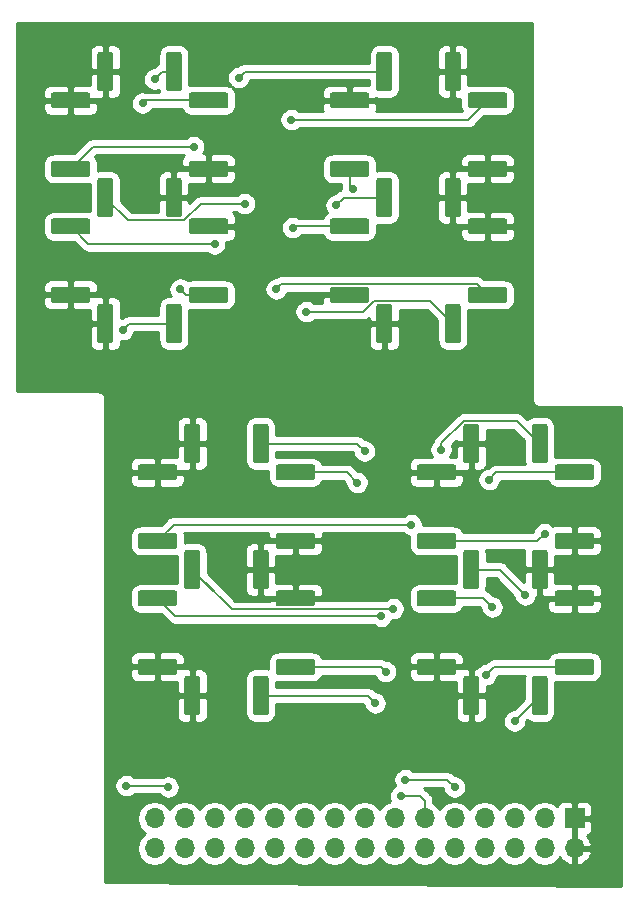
<source format=gtl>
G04 #@! TF.GenerationSoftware,KiCad,Pcbnew,(5.1.5)-3*
G04 #@! TF.CreationDate,2021-04-29T22:27:45+02:00*
G04 #@! TF.ProjectId,thermocjromic clock resistors panel,74686572-6d6f-4636-9a72-6f6d69632063,1*
G04 #@! TF.SameCoordinates,Original*
G04 #@! TF.FileFunction,Copper,L1,Top*
G04 #@! TF.FilePolarity,Positive*
%FSLAX46Y46*%
G04 Gerber Fmt 4.6, Leading zero omitted, Abs format (unit mm)*
G04 Created by KiCad (PCBNEW (5.1.5)-3) date 2021-04-29 22:27:45*
%MOMM*%
%LPD*%
G04 APERTURE LIST*
%ADD10O,1.700000X1.700000*%
%ADD11R,1.700000X1.700000*%
%ADD12C,0.152400*%
%ADD13C,0.700000*%
%ADD14C,0.200000*%
%ADD15C,0.254000*%
G04 APERTURE END LIST*
D10*
X102362000Y-130540000D03*
X102362000Y-128000000D03*
X104902000Y-130540000D03*
X104902000Y-128000000D03*
X107442000Y-130540000D03*
X107442000Y-128000000D03*
X109982000Y-130540000D03*
X109982000Y-128000000D03*
X112522000Y-130540000D03*
X112522000Y-128000000D03*
X115062000Y-130540000D03*
X115062000Y-128000000D03*
X117602000Y-130540000D03*
X117602000Y-128000000D03*
X120142000Y-130540000D03*
X120142000Y-128000000D03*
X122682000Y-130540000D03*
X122682000Y-128000000D03*
X125222000Y-130540000D03*
X125222000Y-128000000D03*
X127762000Y-130540000D03*
X127762000Y-128000000D03*
X130302000Y-130540000D03*
X130302000Y-128000000D03*
X132842000Y-130540000D03*
X132842000Y-128000000D03*
X135382000Y-130540000D03*
X135382000Y-128000000D03*
X137922000Y-130540000D03*
D11*
X137922000Y-128000000D03*
G04 #@! TA.AperFunction,SMDPad,CuDef*
D12*
G36*
X139355505Y-114494204D02*
G01*
X139379773Y-114497804D01*
X139403572Y-114503765D01*
X139426671Y-114512030D01*
X139448850Y-114522520D01*
X139469893Y-114535132D01*
X139489599Y-114549747D01*
X139507777Y-114566223D01*
X139524253Y-114584401D01*
X139538868Y-114604107D01*
X139551480Y-114625150D01*
X139561970Y-114647329D01*
X139570235Y-114670428D01*
X139576196Y-114694227D01*
X139579796Y-114718495D01*
X139581000Y-114742999D01*
X139581000Y-115593001D01*
X139579796Y-115617505D01*
X139576196Y-115641773D01*
X139570235Y-115665572D01*
X139561970Y-115688671D01*
X139551480Y-115710850D01*
X139538868Y-115731893D01*
X139524253Y-115751599D01*
X139507777Y-115769777D01*
X139489599Y-115786253D01*
X139469893Y-115800868D01*
X139448850Y-115813480D01*
X139426671Y-115823970D01*
X139403572Y-115832235D01*
X139379773Y-115838196D01*
X139355505Y-115841796D01*
X139331001Y-115843000D01*
X136480999Y-115843000D01*
X136456495Y-115841796D01*
X136432227Y-115838196D01*
X136408428Y-115832235D01*
X136385329Y-115823970D01*
X136363150Y-115813480D01*
X136342107Y-115800868D01*
X136322401Y-115786253D01*
X136304223Y-115769777D01*
X136287747Y-115751599D01*
X136273132Y-115731893D01*
X136260520Y-115710850D01*
X136250030Y-115688671D01*
X136241765Y-115665572D01*
X136235804Y-115641773D01*
X136232204Y-115617505D01*
X136231000Y-115593001D01*
X136231000Y-114742999D01*
X136232204Y-114718495D01*
X136235804Y-114694227D01*
X136241765Y-114670428D01*
X136250030Y-114647329D01*
X136260520Y-114625150D01*
X136273132Y-114604107D01*
X136287747Y-114584401D01*
X136304223Y-114566223D01*
X136322401Y-114549747D01*
X136342107Y-114535132D01*
X136363150Y-114522520D01*
X136385329Y-114512030D01*
X136408428Y-114503765D01*
X136432227Y-114497804D01*
X136456495Y-114494204D01*
X136480999Y-114493000D01*
X139331001Y-114493000D01*
X139355505Y-114494204D01*
G37*
G04 #@! TD.AperFunction*
G04 #@! TA.AperFunction,SMDPad,CuDef*
G36*
X139355505Y-108694204D02*
G01*
X139379773Y-108697804D01*
X139403572Y-108703765D01*
X139426671Y-108712030D01*
X139448850Y-108722520D01*
X139469893Y-108735132D01*
X139489599Y-108749747D01*
X139507777Y-108766223D01*
X139524253Y-108784401D01*
X139538868Y-108804107D01*
X139551480Y-108825150D01*
X139561970Y-108847329D01*
X139570235Y-108870428D01*
X139576196Y-108894227D01*
X139579796Y-108918495D01*
X139581000Y-108942999D01*
X139581000Y-109793001D01*
X139579796Y-109817505D01*
X139576196Y-109841773D01*
X139570235Y-109865572D01*
X139561970Y-109888671D01*
X139551480Y-109910850D01*
X139538868Y-109931893D01*
X139524253Y-109951599D01*
X139507777Y-109969777D01*
X139489599Y-109986253D01*
X139469893Y-110000868D01*
X139448850Y-110013480D01*
X139426671Y-110023970D01*
X139403572Y-110032235D01*
X139379773Y-110038196D01*
X139355505Y-110041796D01*
X139331001Y-110043000D01*
X136480999Y-110043000D01*
X136456495Y-110041796D01*
X136432227Y-110038196D01*
X136408428Y-110032235D01*
X136385329Y-110023970D01*
X136363150Y-110013480D01*
X136342107Y-110000868D01*
X136322401Y-109986253D01*
X136304223Y-109969777D01*
X136287747Y-109951599D01*
X136273132Y-109931893D01*
X136260520Y-109910850D01*
X136250030Y-109888671D01*
X136241765Y-109865572D01*
X136235804Y-109841773D01*
X136232204Y-109817505D01*
X136231000Y-109793001D01*
X136231000Y-108942999D01*
X136232204Y-108918495D01*
X136235804Y-108894227D01*
X136241765Y-108870428D01*
X136250030Y-108847329D01*
X136260520Y-108825150D01*
X136273132Y-108804107D01*
X136287747Y-108784401D01*
X136304223Y-108766223D01*
X136322401Y-108749747D01*
X136342107Y-108735132D01*
X136363150Y-108722520D01*
X136385329Y-108712030D01*
X136408428Y-108703765D01*
X136432227Y-108697804D01*
X136456495Y-108694204D01*
X136480999Y-108693000D01*
X139331001Y-108693000D01*
X139355505Y-108694204D01*
G37*
G04 #@! TD.AperFunction*
G04 #@! TA.AperFunction,SMDPad,CuDef*
G36*
X139355505Y-103826204D02*
G01*
X139379773Y-103829804D01*
X139403572Y-103835765D01*
X139426671Y-103844030D01*
X139448850Y-103854520D01*
X139469893Y-103867132D01*
X139489599Y-103881747D01*
X139507777Y-103898223D01*
X139524253Y-103916401D01*
X139538868Y-103936107D01*
X139551480Y-103957150D01*
X139561970Y-103979329D01*
X139570235Y-104002428D01*
X139576196Y-104026227D01*
X139579796Y-104050495D01*
X139581000Y-104074999D01*
X139581000Y-104925001D01*
X139579796Y-104949505D01*
X139576196Y-104973773D01*
X139570235Y-104997572D01*
X139561970Y-105020671D01*
X139551480Y-105042850D01*
X139538868Y-105063893D01*
X139524253Y-105083599D01*
X139507777Y-105101777D01*
X139489599Y-105118253D01*
X139469893Y-105132868D01*
X139448850Y-105145480D01*
X139426671Y-105155970D01*
X139403572Y-105164235D01*
X139379773Y-105170196D01*
X139355505Y-105173796D01*
X139331001Y-105175000D01*
X136480999Y-105175000D01*
X136456495Y-105173796D01*
X136432227Y-105170196D01*
X136408428Y-105164235D01*
X136385329Y-105155970D01*
X136363150Y-105145480D01*
X136342107Y-105132868D01*
X136322401Y-105118253D01*
X136304223Y-105101777D01*
X136287747Y-105083599D01*
X136273132Y-105063893D01*
X136260520Y-105042850D01*
X136250030Y-105020671D01*
X136241765Y-104997572D01*
X136235804Y-104973773D01*
X136232204Y-104949505D01*
X136231000Y-104925001D01*
X136231000Y-104074999D01*
X136232204Y-104050495D01*
X136235804Y-104026227D01*
X136241765Y-104002428D01*
X136250030Y-103979329D01*
X136260520Y-103957150D01*
X136273132Y-103936107D01*
X136287747Y-103916401D01*
X136304223Y-103898223D01*
X136322401Y-103881747D01*
X136342107Y-103867132D01*
X136363150Y-103854520D01*
X136385329Y-103844030D01*
X136408428Y-103835765D01*
X136432227Y-103829804D01*
X136456495Y-103826204D01*
X136480999Y-103825000D01*
X139331001Y-103825000D01*
X139355505Y-103826204D01*
G37*
G04 #@! TD.AperFunction*
G04 #@! TA.AperFunction,SMDPad,CuDef*
G36*
X139355505Y-98026204D02*
G01*
X139379773Y-98029804D01*
X139403572Y-98035765D01*
X139426671Y-98044030D01*
X139448850Y-98054520D01*
X139469893Y-98067132D01*
X139489599Y-98081747D01*
X139507777Y-98098223D01*
X139524253Y-98116401D01*
X139538868Y-98136107D01*
X139551480Y-98157150D01*
X139561970Y-98179329D01*
X139570235Y-98202428D01*
X139576196Y-98226227D01*
X139579796Y-98250495D01*
X139581000Y-98274999D01*
X139581000Y-99125001D01*
X139579796Y-99149505D01*
X139576196Y-99173773D01*
X139570235Y-99197572D01*
X139561970Y-99220671D01*
X139551480Y-99242850D01*
X139538868Y-99263893D01*
X139524253Y-99283599D01*
X139507777Y-99301777D01*
X139489599Y-99318253D01*
X139469893Y-99332868D01*
X139448850Y-99345480D01*
X139426671Y-99355970D01*
X139403572Y-99364235D01*
X139379773Y-99370196D01*
X139355505Y-99373796D01*
X139331001Y-99375000D01*
X136480999Y-99375000D01*
X136456495Y-99373796D01*
X136432227Y-99370196D01*
X136408428Y-99364235D01*
X136385329Y-99355970D01*
X136363150Y-99345480D01*
X136342107Y-99332868D01*
X136322401Y-99318253D01*
X136304223Y-99301777D01*
X136287747Y-99283599D01*
X136273132Y-99263893D01*
X136260520Y-99242850D01*
X136250030Y-99220671D01*
X136241765Y-99197572D01*
X136235804Y-99173773D01*
X136232204Y-99149505D01*
X136231000Y-99125001D01*
X136231000Y-98274999D01*
X136232204Y-98250495D01*
X136235804Y-98226227D01*
X136241765Y-98202428D01*
X136250030Y-98179329D01*
X136260520Y-98157150D01*
X136273132Y-98136107D01*
X136287747Y-98116401D01*
X136304223Y-98098223D01*
X136322401Y-98081747D01*
X136342107Y-98067132D01*
X136363150Y-98054520D01*
X136385329Y-98044030D01*
X136408428Y-98035765D01*
X136432227Y-98029804D01*
X136456495Y-98026204D01*
X136480999Y-98025000D01*
X139331001Y-98025000D01*
X139355505Y-98026204D01*
G37*
G04 #@! TD.AperFunction*
G04 #@! TA.AperFunction,SMDPad,CuDef*
G36*
X129613505Y-115928204D02*
G01*
X129637773Y-115931804D01*
X129661572Y-115937765D01*
X129684671Y-115946030D01*
X129706850Y-115956520D01*
X129727893Y-115969132D01*
X129747599Y-115983747D01*
X129765777Y-116000223D01*
X129782253Y-116018401D01*
X129796868Y-116038107D01*
X129809480Y-116059150D01*
X129819970Y-116081329D01*
X129828235Y-116104428D01*
X129834196Y-116128227D01*
X129837796Y-116152495D01*
X129839000Y-116176999D01*
X129839000Y-119027001D01*
X129837796Y-119051505D01*
X129834196Y-119075773D01*
X129828235Y-119099572D01*
X129819970Y-119122671D01*
X129809480Y-119144850D01*
X129796868Y-119165893D01*
X129782253Y-119185599D01*
X129765777Y-119203777D01*
X129747599Y-119220253D01*
X129727893Y-119234868D01*
X129706850Y-119247480D01*
X129684671Y-119257970D01*
X129661572Y-119266235D01*
X129637773Y-119272196D01*
X129613505Y-119275796D01*
X129589001Y-119277000D01*
X128738999Y-119277000D01*
X128714495Y-119275796D01*
X128690227Y-119272196D01*
X128666428Y-119266235D01*
X128643329Y-119257970D01*
X128621150Y-119247480D01*
X128600107Y-119234868D01*
X128580401Y-119220253D01*
X128562223Y-119203777D01*
X128545747Y-119185599D01*
X128531132Y-119165893D01*
X128518520Y-119144850D01*
X128508030Y-119122671D01*
X128499765Y-119099572D01*
X128493804Y-119075773D01*
X128490204Y-119051505D01*
X128489000Y-119027001D01*
X128489000Y-116176999D01*
X128490204Y-116152495D01*
X128493804Y-116128227D01*
X128499765Y-116104428D01*
X128508030Y-116081329D01*
X128518520Y-116059150D01*
X128531132Y-116038107D01*
X128545747Y-116018401D01*
X128562223Y-116000223D01*
X128580401Y-115983747D01*
X128600107Y-115969132D01*
X128621150Y-115956520D01*
X128643329Y-115946030D01*
X128666428Y-115937765D01*
X128690227Y-115931804D01*
X128714495Y-115928204D01*
X128738999Y-115927000D01*
X129589001Y-115927000D01*
X129613505Y-115928204D01*
G37*
G04 #@! TD.AperFunction*
G04 #@! TA.AperFunction,SMDPad,CuDef*
G36*
X135413505Y-115928204D02*
G01*
X135437773Y-115931804D01*
X135461572Y-115937765D01*
X135484671Y-115946030D01*
X135506850Y-115956520D01*
X135527893Y-115969132D01*
X135547599Y-115983747D01*
X135565777Y-116000223D01*
X135582253Y-116018401D01*
X135596868Y-116038107D01*
X135609480Y-116059150D01*
X135619970Y-116081329D01*
X135628235Y-116104428D01*
X135634196Y-116128227D01*
X135637796Y-116152495D01*
X135639000Y-116176999D01*
X135639000Y-119027001D01*
X135637796Y-119051505D01*
X135634196Y-119075773D01*
X135628235Y-119099572D01*
X135619970Y-119122671D01*
X135609480Y-119144850D01*
X135596868Y-119165893D01*
X135582253Y-119185599D01*
X135565777Y-119203777D01*
X135547599Y-119220253D01*
X135527893Y-119234868D01*
X135506850Y-119247480D01*
X135484671Y-119257970D01*
X135461572Y-119266235D01*
X135437773Y-119272196D01*
X135413505Y-119275796D01*
X135389001Y-119277000D01*
X134538999Y-119277000D01*
X134514495Y-119275796D01*
X134490227Y-119272196D01*
X134466428Y-119266235D01*
X134443329Y-119257970D01*
X134421150Y-119247480D01*
X134400107Y-119234868D01*
X134380401Y-119220253D01*
X134362223Y-119203777D01*
X134345747Y-119185599D01*
X134331132Y-119165893D01*
X134318520Y-119144850D01*
X134308030Y-119122671D01*
X134299765Y-119099572D01*
X134293804Y-119075773D01*
X134290204Y-119051505D01*
X134289000Y-119027001D01*
X134289000Y-116176999D01*
X134290204Y-116152495D01*
X134293804Y-116128227D01*
X134299765Y-116104428D01*
X134308030Y-116081329D01*
X134318520Y-116059150D01*
X134331132Y-116038107D01*
X134345747Y-116018401D01*
X134362223Y-116000223D01*
X134380401Y-115983747D01*
X134400107Y-115969132D01*
X134421150Y-115956520D01*
X134443329Y-115946030D01*
X134466428Y-115937765D01*
X134490227Y-115931804D01*
X134514495Y-115928204D01*
X134538999Y-115927000D01*
X135389001Y-115927000D01*
X135413505Y-115928204D01*
G37*
G04 #@! TD.AperFunction*
G04 #@! TA.AperFunction,SMDPad,CuDef*
G36*
X129613505Y-105260204D02*
G01*
X129637773Y-105263804D01*
X129661572Y-105269765D01*
X129684671Y-105278030D01*
X129706850Y-105288520D01*
X129727893Y-105301132D01*
X129747599Y-105315747D01*
X129765777Y-105332223D01*
X129782253Y-105350401D01*
X129796868Y-105370107D01*
X129809480Y-105391150D01*
X129819970Y-105413329D01*
X129828235Y-105436428D01*
X129834196Y-105460227D01*
X129837796Y-105484495D01*
X129839000Y-105508999D01*
X129839000Y-108359001D01*
X129837796Y-108383505D01*
X129834196Y-108407773D01*
X129828235Y-108431572D01*
X129819970Y-108454671D01*
X129809480Y-108476850D01*
X129796868Y-108497893D01*
X129782253Y-108517599D01*
X129765777Y-108535777D01*
X129747599Y-108552253D01*
X129727893Y-108566868D01*
X129706850Y-108579480D01*
X129684671Y-108589970D01*
X129661572Y-108598235D01*
X129637773Y-108604196D01*
X129613505Y-108607796D01*
X129589001Y-108609000D01*
X128738999Y-108609000D01*
X128714495Y-108607796D01*
X128690227Y-108604196D01*
X128666428Y-108598235D01*
X128643329Y-108589970D01*
X128621150Y-108579480D01*
X128600107Y-108566868D01*
X128580401Y-108552253D01*
X128562223Y-108535777D01*
X128545747Y-108517599D01*
X128531132Y-108497893D01*
X128518520Y-108476850D01*
X128508030Y-108454671D01*
X128499765Y-108431572D01*
X128493804Y-108407773D01*
X128490204Y-108383505D01*
X128489000Y-108359001D01*
X128489000Y-105508999D01*
X128490204Y-105484495D01*
X128493804Y-105460227D01*
X128499765Y-105436428D01*
X128508030Y-105413329D01*
X128518520Y-105391150D01*
X128531132Y-105370107D01*
X128545747Y-105350401D01*
X128562223Y-105332223D01*
X128580401Y-105315747D01*
X128600107Y-105301132D01*
X128621150Y-105288520D01*
X128643329Y-105278030D01*
X128666428Y-105269765D01*
X128690227Y-105263804D01*
X128714495Y-105260204D01*
X128738999Y-105259000D01*
X129589001Y-105259000D01*
X129613505Y-105260204D01*
G37*
G04 #@! TD.AperFunction*
G04 #@! TA.AperFunction,SMDPad,CuDef*
G36*
X135413505Y-105260204D02*
G01*
X135437773Y-105263804D01*
X135461572Y-105269765D01*
X135484671Y-105278030D01*
X135506850Y-105288520D01*
X135527893Y-105301132D01*
X135547599Y-105315747D01*
X135565777Y-105332223D01*
X135582253Y-105350401D01*
X135596868Y-105370107D01*
X135609480Y-105391150D01*
X135619970Y-105413329D01*
X135628235Y-105436428D01*
X135634196Y-105460227D01*
X135637796Y-105484495D01*
X135639000Y-105508999D01*
X135639000Y-108359001D01*
X135637796Y-108383505D01*
X135634196Y-108407773D01*
X135628235Y-108431572D01*
X135619970Y-108454671D01*
X135609480Y-108476850D01*
X135596868Y-108497893D01*
X135582253Y-108517599D01*
X135565777Y-108535777D01*
X135547599Y-108552253D01*
X135527893Y-108566868D01*
X135506850Y-108579480D01*
X135484671Y-108589970D01*
X135461572Y-108598235D01*
X135437773Y-108604196D01*
X135413505Y-108607796D01*
X135389001Y-108609000D01*
X134538999Y-108609000D01*
X134514495Y-108607796D01*
X134490227Y-108604196D01*
X134466428Y-108598235D01*
X134443329Y-108589970D01*
X134421150Y-108579480D01*
X134400107Y-108566868D01*
X134380401Y-108552253D01*
X134362223Y-108535777D01*
X134345747Y-108517599D01*
X134331132Y-108497893D01*
X134318520Y-108476850D01*
X134308030Y-108454671D01*
X134299765Y-108431572D01*
X134293804Y-108407773D01*
X134290204Y-108383505D01*
X134289000Y-108359001D01*
X134289000Y-105508999D01*
X134290204Y-105484495D01*
X134293804Y-105460227D01*
X134299765Y-105436428D01*
X134308030Y-105413329D01*
X134318520Y-105391150D01*
X134331132Y-105370107D01*
X134345747Y-105350401D01*
X134362223Y-105332223D01*
X134380401Y-105315747D01*
X134400107Y-105301132D01*
X134421150Y-105288520D01*
X134443329Y-105278030D01*
X134466428Y-105269765D01*
X134490227Y-105263804D01*
X134514495Y-105260204D01*
X134538999Y-105259000D01*
X135389001Y-105259000D01*
X135413505Y-105260204D01*
G37*
G04 #@! TD.AperFunction*
G04 #@! TA.AperFunction,SMDPad,CuDef*
G36*
X129613505Y-94592204D02*
G01*
X129637773Y-94595804D01*
X129661572Y-94601765D01*
X129684671Y-94610030D01*
X129706850Y-94620520D01*
X129727893Y-94633132D01*
X129747599Y-94647747D01*
X129765777Y-94664223D01*
X129782253Y-94682401D01*
X129796868Y-94702107D01*
X129809480Y-94723150D01*
X129819970Y-94745329D01*
X129828235Y-94768428D01*
X129834196Y-94792227D01*
X129837796Y-94816495D01*
X129839000Y-94840999D01*
X129839000Y-97691001D01*
X129837796Y-97715505D01*
X129834196Y-97739773D01*
X129828235Y-97763572D01*
X129819970Y-97786671D01*
X129809480Y-97808850D01*
X129796868Y-97829893D01*
X129782253Y-97849599D01*
X129765777Y-97867777D01*
X129747599Y-97884253D01*
X129727893Y-97898868D01*
X129706850Y-97911480D01*
X129684671Y-97921970D01*
X129661572Y-97930235D01*
X129637773Y-97936196D01*
X129613505Y-97939796D01*
X129589001Y-97941000D01*
X128738999Y-97941000D01*
X128714495Y-97939796D01*
X128690227Y-97936196D01*
X128666428Y-97930235D01*
X128643329Y-97921970D01*
X128621150Y-97911480D01*
X128600107Y-97898868D01*
X128580401Y-97884253D01*
X128562223Y-97867777D01*
X128545747Y-97849599D01*
X128531132Y-97829893D01*
X128518520Y-97808850D01*
X128508030Y-97786671D01*
X128499765Y-97763572D01*
X128493804Y-97739773D01*
X128490204Y-97715505D01*
X128489000Y-97691001D01*
X128489000Y-94840999D01*
X128490204Y-94816495D01*
X128493804Y-94792227D01*
X128499765Y-94768428D01*
X128508030Y-94745329D01*
X128518520Y-94723150D01*
X128531132Y-94702107D01*
X128545747Y-94682401D01*
X128562223Y-94664223D01*
X128580401Y-94647747D01*
X128600107Y-94633132D01*
X128621150Y-94620520D01*
X128643329Y-94610030D01*
X128666428Y-94601765D01*
X128690227Y-94595804D01*
X128714495Y-94592204D01*
X128738999Y-94591000D01*
X129589001Y-94591000D01*
X129613505Y-94592204D01*
G37*
G04 #@! TD.AperFunction*
G04 #@! TA.AperFunction,SMDPad,CuDef*
G36*
X135413505Y-94592204D02*
G01*
X135437773Y-94595804D01*
X135461572Y-94601765D01*
X135484671Y-94610030D01*
X135506850Y-94620520D01*
X135527893Y-94633132D01*
X135547599Y-94647747D01*
X135565777Y-94664223D01*
X135582253Y-94682401D01*
X135596868Y-94702107D01*
X135609480Y-94723150D01*
X135619970Y-94745329D01*
X135628235Y-94768428D01*
X135634196Y-94792227D01*
X135637796Y-94816495D01*
X135639000Y-94840999D01*
X135639000Y-97691001D01*
X135637796Y-97715505D01*
X135634196Y-97739773D01*
X135628235Y-97763572D01*
X135619970Y-97786671D01*
X135609480Y-97808850D01*
X135596868Y-97829893D01*
X135582253Y-97849599D01*
X135565777Y-97867777D01*
X135547599Y-97884253D01*
X135527893Y-97898868D01*
X135506850Y-97911480D01*
X135484671Y-97921970D01*
X135461572Y-97930235D01*
X135437773Y-97936196D01*
X135413505Y-97939796D01*
X135389001Y-97941000D01*
X134538999Y-97941000D01*
X134514495Y-97939796D01*
X134490227Y-97936196D01*
X134466428Y-97930235D01*
X134443329Y-97921970D01*
X134421150Y-97911480D01*
X134400107Y-97898868D01*
X134380401Y-97884253D01*
X134362223Y-97867777D01*
X134345747Y-97849599D01*
X134331132Y-97829893D01*
X134318520Y-97808850D01*
X134308030Y-97786671D01*
X134299765Y-97763572D01*
X134293804Y-97739773D01*
X134290204Y-97715505D01*
X134289000Y-97691001D01*
X134289000Y-94840999D01*
X134290204Y-94816495D01*
X134293804Y-94792227D01*
X134299765Y-94768428D01*
X134308030Y-94745329D01*
X134318520Y-94723150D01*
X134331132Y-94702107D01*
X134345747Y-94682401D01*
X134362223Y-94664223D01*
X134380401Y-94647747D01*
X134400107Y-94633132D01*
X134421150Y-94620520D01*
X134443329Y-94610030D01*
X134466428Y-94601765D01*
X134490227Y-94595804D01*
X134514495Y-94592204D01*
X134538999Y-94591000D01*
X135389001Y-94591000D01*
X135413505Y-94592204D01*
G37*
G04 #@! TD.AperFunction*
G04 #@! TA.AperFunction,SMDPad,CuDef*
G36*
X127671505Y-114494204D02*
G01*
X127695773Y-114497804D01*
X127719572Y-114503765D01*
X127742671Y-114512030D01*
X127764850Y-114522520D01*
X127785893Y-114535132D01*
X127805599Y-114549747D01*
X127823777Y-114566223D01*
X127840253Y-114584401D01*
X127854868Y-114604107D01*
X127867480Y-114625150D01*
X127877970Y-114647329D01*
X127886235Y-114670428D01*
X127892196Y-114694227D01*
X127895796Y-114718495D01*
X127897000Y-114742999D01*
X127897000Y-115593001D01*
X127895796Y-115617505D01*
X127892196Y-115641773D01*
X127886235Y-115665572D01*
X127877970Y-115688671D01*
X127867480Y-115710850D01*
X127854868Y-115731893D01*
X127840253Y-115751599D01*
X127823777Y-115769777D01*
X127805599Y-115786253D01*
X127785893Y-115800868D01*
X127764850Y-115813480D01*
X127742671Y-115823970D01*
X127719572Y-115832235D01*
X127695773Y-115838196D01*
X127671505Y-115841796D01*
X127647001Y-115843000D01*
X124796999Y-115843000D01*
X124772495Y-115841796D01*
X124748227Y-115838196D01*
X124724428Y-115832235D01*
X124701329Y-115823970D01*
X124679150Y-115813480D01*
X124658107Y-115800868D01*
X124638401Y-115786253D01*
X124620223Y-115769777D01*
X124603747Y-115751599D01*
X124589132Y-115731893D01*
X124576520Y-115710850D01*
X124566030Y-115688671D01*
X124557765Y-115665572D01*
X124551804Y-115641773D01*
X124548204Y-115617505D01*
X124547000Y-115593001D01*
X124547000Y-114742999D01*
X124548204Y-114718495D01*
X124551804Y-114694227D01*
X124557765Y-114670428D01*
X124566030Y-114647329D01*
X124576520Y-114625150D01*
X124589132Y-114604107D01*
X124603747Y-114584401D01*
X124620223Y-114566223D01*
X124638401Y-114549747D01*
X124658107Y-114535132D01*
X124679150Y-114522520D01*
X124701329Y-114512030D01*
X124724428Y-114503765D01*
X124748227Y-114497804D01*
X124772495Y-114494204D01*
X124796999Y-114493000D01*
X127647001Y-114493000D01*
X127671505Y-114494204D01*
G37*
G04 #@! TD.AperFunction*
G04 #@! TA.AperFunction,SMDPad,CuDef*
G36*
X127671505Y-108694204D02*
G01*
X127695773Y-108697804D01*
X127719572Y-108703765D01*
X127742671Y-108712030D01*
X127764850Y-108722520D01*
X127785893Y-108735132D01*
X127805599Y-108749747D01*
X127823777Y-108766223D01*
X127840253Y-108784401D01*
X127854868Y-108804107D01*
X127867480Y-108825150D01*
X127877970Y-108847329D01*
X127886235Y-108870428D01*
X127892196Y-108894227D01*
X127895796Y-108918495D01*
X127897000Y-108942999D01*
X127897000Y-109793001D01*
X127895796Y-109817505D01*
X127892196Y-109841773D01*
X127886235Y-109865572D01*
X127877970Y-109888671D01*
X127867480Y-109910850D01*
X127854868Y-109931893D01*
X127840253Y-109951599D01*
X127823777Y-109969777D01*
X127805599Y-109986253D01*
X127785893Y-110000868D01*
X127764850Y-110013480D01*
X127742671Y-110023970D01*
X127719572Y-110032235D01*
X127695773Y-110038196D01*
X127671505Y-110041796D01*
X127647001Y-110043000D01*
X124796999Y-110043000D01*
X124772495Y-110041796D01*
X124748227Y-110038196D01*
X124724428Y-110032235D01*
X124701329Y-110023970D01*
X124679150Y-110013480D01*
X124658107Y-110000868D01*
X124638401Y-109986253D01*
X124620223Y-109969777D01*
X124603747Y-109951599D01*
X124589132Y-109931893D01*
X124576520Y-109910850D01*
X124566030Y-109888671D01*
X124557765Y-109865572D01*
X124551804Y-109841773D01*
X124548204Y-109817505D01*
X124547000Y-109793001D01*
X124547000Y-108942999D01*
X124548204Y-108918495D01*
X124551804Y-108894227D01*
X124557765Y-108870428D01*
X124566030Y-108847329D01*
X124576520Y-108825150D01*
X124589132Y-108804107D01*
X124603747Y-108784401D01*
X124620223Y-108766223D01*
X124638401Y-108749747D01*
X124658107Y-108735132D01*
X124679150Y-108722520D01*
X124701329Y-108712030D01*
X124724428Y-108703765D01*
X124748227Y-108697804D01*
X124772495Y-108694204D01*
X124796999Y-108693000D01*
X127647001Y-108693000D01*
X127671505Y-108694204D01*
G37*
G04 #@! TD.AperFunction*
G04 #@! TA.AperFunction,SMDPad,CuDef*
G36*
X127671505Y-103826204D02*
G01*
X127695773Y-103829804D01*
X127719572Y-103835765D01*
X127742671Y-103844030D01*
X127764850Y-103854520D01*
X127785893Y-103867132D01*
X127805599Y-103881747D01*
X127823777Y-103898223D01*
X127840253Y-103916401D01*
X127854868Y-103936107D01*
X127867480Y-103957150D01*
X127877970Y-103979329D01*
X127886235Y-104002428D01*
X127892196Y-104026227D01*
X127895796Y-104050495D01*
X127897000Y-104074999D01*
X127897000Y-104925001D01*
X127895796Y-104949505D01*
X127892196Y-104973773D01*
X127886235Y-104997572D01*
X127877970Y-105020671D01*
X127867480Y-105042850D01*
X127854868Y-105063893D01*
X127840253Y-105083599D01*
X127823777Y-105101777D01*
X127805599Y-105118253D01*
X127785893Y-105132868D01*
X127764850Y-105145480D01*
X127742671Y-105155970D01*
X127719572Y-105164235D01*
X127695773Y-105170196D01*
X127671505Y-105173796D01*
X127647001Y-105175000D01*
X124796999Y-105175000D01*
X124772495Y-105173796D01*
X124748227Y-105170196D01*
X124724428Y-105164235D01*
X124701329Y-105155970D01*
X124679150Y-105145480D01*
X124658107Y-105132868D01*
X124638401Y-105118253D01*
X124620223Y-105101777D01*
X124603747Y-105083599D01*
X124589132Y-105063893D01*
X124576520Y-105042850D01*
X124566030Y-105020671D01*
X124557765Y-104997572D01*
X124551804Y-104973773D01*
X124548204Y-104949505D01*
X124547000Y-104925001D01*
X124547000Y-104074999D01*
X124548204Y-104050495D01*
X124551804Y-104026227D01*
X124557765Y-104002428D01*
X124566030Y-103979329D01*
X124576520Y-103957150D01*
X124589132Y-103936107D01*
X124603747Y-103916401D01*
X124620223Y-103898223D01*
X124638401Y-103881747D01*
X124658107Y-103867132D01*
X124679150Y-103854520D01*
X124701329Y-103844030D01*
X124724428Y-103835765D01*
X124748227Y-103829804D01*
X124772495Y-103826204D01*
X124796999Y-103825000D01*
X127647001Y-103825000D01*
X127671505Y-103826204D01*
G37*
G04 #@! TD.AperFunction*
G04 #@! TA.AperFunction,SMDPad,CuDef*
G36*
X127671505Y-98026204D02*
G01*
X127695773Y-98029804D01*
X127719572Y-98035765D01*
X127742671Y-98044030D01*
X127764850Y-98054520D01*
X127785893Y-98067132D01*
X127805599Y-98081747D01*
X127823777Y-98098223D01*
X127840253Y-98116401D01*
X127854868Y-98136107D01*
X127867480Y-98157150D01*
X127877970Y-98179329D01*
X127886235Y-98202428D01*
X127892196Y-98226227D01*
X127895796Y-98250495D01*
X127897000Y-98274999D01*
X127897000Y-99125001D01*
X127895796Y-99149505D01*
X127892196Y-99173773D01*
X127886235Y-99197572D01*
X127877970Y-99220671D01*
X127867480Y-99242850D01*
X127854868Y-99263893D01*
X127840253Y-99283599D01*
X127823777Y-99301777D01*
X127805599Y-99318253D01*
X127785893Y-99332868D01*
X127764850Y-99345480D01*
X127742671Y-99355970D01*
X127719572Y-99364235D01*
X127695773Y-99370196D01*
X127671505Y-99373796D01*
X127647001Y-99375000D01*
X124796999Y-99375000D01*
X124772495Y-99373796D01*
X124748227Y-99370196D01*
X124724428Y-99364235D01*
X124701329Y-99355970D01*
X124679150Y-99345480D01*
X124658107Y-99332868D01*
X124638401Y-99318253D01*
X124620223Y-99301777D01*
X124603747Y-99283599D01*
X124589132Y-99263893D01*
X124576520Y-99242850D01*
X124566030Y-99220671D01*
X124557765Y-99197572D01*
X124551804Y-99173773D01*
X124548204Y-99149505D01*
X124547000Y-99125001D01*
X124547000Y-98274999D01*
X124548204Y-98250495D01*
X124551804Y-98226227D01*
X124557765Y-98202428D01*
X124566030Y-98179329D01*
X124576520Y-98157150D01*
X124589132Y-98136107D01*
X124603747Y-98116401D01*
X124620223Y-98098223D01*
X124638401Y-98081747D01*
X124658107Y-98067132D01*
X124679150Y-98054520D01*
X124701329Y-98044030D01*
X124724428Y-98035765D01*
X124748227Y-98029804D01*
X124772495Y-98026204D01*
X124796999Y-98025000D01*
X127647001Y-98025000D01*
X127671505Y-98026204D01*
G37*
G04 #@! TD.AperFunction*
G04 #@! TA.AperFunction,SMDPad,CuDef*
G36*
X115733505Y-114494204D02*
G01*
X115757773Y-114497804D01*
X115781572Y-114503765D01*
X115804671Y-114512030D01*
X115826850Y-114522520D01*
X115847893Y-114535132D01*
X115867599Y-114549747D01*
X115885777Y-114566223D01*
X115902253Y-114584401D01*
X115916868Y-114604107D01*
X115929480Y-114625150D01*
X115939970Y-114647329D01*
X115948235Y-114670428D01*
X115954196Y-114694227D01*
X115957796Y-114718495D01*
X115959000Y-114742999D01*
X115959000Y-115593001D01*
X115957796Y-115617505D01*
X115954196Y-115641773D01*
X115948235Y-115665572D01*
X115939970Y-115688671D01*
X115929480Y-115710850D01*
X115916868Y-115731893D01*
X115902253Y-115751599D01*
X115885777Y-115769777D01*
X115867599Y-115786253D01*
X115847893Y-115800868D01*
X115826850Y-115813480D01*
X115804671Y-115823970D01*
X115781572Y-115832235D01*
X115757773Y-115838196D01*
X115733505Y-115841796D01*
X115709001Y-115843000D01*
X112858999Y-115843000D01*
X112834495Y-115841796D01*
X112810227Y-115838196D01*
X112786428Y-115832235D01*
X112763329Y-115823970D01*
X112741150Y-115813480D01*
X112720107Y-115800868D01*
X112700401Y-115786253D01*
X112682223Y-115769777D01*
X112665747Y-115751599D01*
X112651132Y-115731893D01*
X112638520Y-115710850D01*
X112628030Y-115688671D01*
X112619765Y-115665572D01*
X112613804Y-115641773D01*
X112610204Y-115617505D01*
X112609000Y-115593001D01*
X112609000Y-114742999D01*
X112610204Y-114718495D01*
X112613804Y-114694227D01*
X112619765Y-114670428D01*
X112628030Y-114647329D01*
X112638520Y-114625150D01*
X112651132Y-114604107D01*
X112665747Y-114584401D01*
X112682223Y-114566223D01*
X112700401Y-114549747D01*
X112720107Y-114535132D01*
X112741150Y-114522520D01*
X112763329Y-114512030D01*
X112786428Y-114503765D01*
X112810227Y-114497804D01*
X112834495Y-114494204D01*
X112858999Y-114493000D01*
X115709001Y-114493000D01*
X115733505Y-114494204D01*
G37*
G04 #@! TD.AperFunction*
G04 #@! TA.AperFunction,SMDPad,CuDef*
G36*
X115733505Y-108694204D02*
G01*
X115757773Y-108697804D01*
X115781572Y-108703765D01*
X115804671Y-108712030D01*
X115826850Y-108722520D01*
X115847893Y-108735132D01*
X115867599Y-108749747D01*
X115885777Y-108766223D01*
X115902253Y-108784401D01*
X115916868Y-108804107D01*
X115929480Y-108825150D01*
X115939970Y-108847329D01*
X115948235Y-108870428D01*
X115954196Y-108894227D01*
X115957796Y-108918495D01*
X115959000Y-108942999D01*
X115959000Y-109793001D01*
X115957796Y-109817505D01*
X115954196Y-109841773D01*
X115948235Y-109865572D01*
X115939970Y-109888671D01*
X115929480Y-109910850D01*
X115916868Y-109931893D01*
X115902253Y-109951599D01*
X115885777Y-109969777D01*
X115867599Y-109986253D01*
X115847893Y-110000868D01*
X115826850Y-110013480D01*
X115804671Y-110023970D01*
X115781572Y-110032235D01*
X115757773Y-110038196D01*
X115733505Y-110041796D01*
X115709001Y-110043000D01*
X112858999Y-110043000D01*
X112834495Y-110041796D01*
X112810227Y-110038196D01*
X112786428Y-110032235D01*
X112763329Y-110023970D01*
X112741150Y-110013480D01*
X112720107Y-110000868D01*
X112700401Y-109986253D01*
X112682223Y-109969777D01*
X112665747Y-109951599D01*
X112651132Y-109931893D01*
X112638520Y-109910850D01*
X112628030Y-109888671D01*
X112619765Y-109865572D01*
X112613804Y-109841773D01*
X112610204Y-109817505D01*
X112609000Y-109793001D01*
X112609000Y-108942999D01*
X112610204Y-108918495D01*
X112613804Y-108894227D01*
X112619765Y-108870428D01*
X112628030Y-108847329D01*
X112638520Y-108825150D01*
X112651132Y-108804107D01*
X112665747Y-108784401D01*
X112682223Y-108766223D01*
X112700401Y-108749747D01*
X112720107Y-108735132D01*
X112741150Y-108722520D01*
X112763329Y-108712030D01*
X112786428Y-108703765D01*
X112810227Y-108697804D01*
X112834495Y-108694204D01*
X112858999Y-108693000D01*
X115709001Y-108693000D01*
X115733505Y-108694204D01*
G37*
G04 #@! TD.AperFunction*
G04 #@! TA.AperFunction,SMDPad,CuDef*
G36*
X115733505Y-103826204D02*
G01*
X115757773Y-103829804D01*
X115781572Y-103835765D01*
X115804671Y-103844030D01*
X115826850Y-103854520D01*
X115847893Y-103867132D01*
X115867599Y-103881747D01*
X115885777Y-103898223D01*
X115902253Y-103916401D01*
X115916868Y-103936107D01*
X115929480Y-103957150D01*
X115939970Y-103979329D01*
X115948235Y-104002428D01*
X115954196Y-104026227D01*
X115957796Y-104050495D01*
X115959000Y-104074999D01*
X115959000Y-104925001D01*
X115957796Y-104949505D01*
X115954196Y-104973773D01*
X115948235Y-104997572D01*
X115939970Y-105020671D01*
X115929480Y-105042850D01*
X115916868Y-105063893D01*
X115902253Y-105083599D01*
X115885777Y-105101777D01*
X115867599Y-105118253D01*
X115847893Y-105132868D01*
X115826850Y-105145480D01*
X115804671Y-105155970D01*
X115781572Y-105164235D01*
X115757773Y-105170196D01*
X115733505Y-105173796D01*
X115709001Y-105175000D01*
X112858999Y-105175000D01*
X112834495Y-105173796D01*
X112810227Y-105170196D01*
X112786428Y-105164235D01*
X112763329Y-105155970D01*
X112741150Y-105145480D01*
X112720107Y-105132868D01*
X112700401Y-105118253D01*
X112682223Y-105101777D01*
X112665747Y-105083599D01*
X112651132Y-105063893D01*
X112638520Y-105042850D01*
X112628030Y-105020671D01*
X112619765Y-104997572D01*
X112613804Y-104973773D01*
X112610204Y-104949505D01*
X112609000Y-104925001D01*
X112609000Y-104074999D01*
X112610204Y-104050495D01*
X112613804Y-104026227D01*
X112619765Y-104002428D01*
X112628030Y-103979329D01*
X112638520Y-103957150D01*
X112651132Y-103936107D01*
X112665747Y-103916401D01*
X112682223Y-103898223D01*
X112700401Y-103881747D01*
X112720107Y-103867132D01*
X112741150Y-103854520D01*
X112763329Y-103844030D01*
X112786428Y-103835765D01*
X112810227Y-103829804D01*
X112834495Y-103826204D01*
X112858999Y-103825000D01*
X115709001Y-103825000D01*
X115733505Y-103826204D01*
G37*
G04 #@! TD.AperFunction*
G04 #@! TA.AperFunction,SMDPad,CuDef*
G36*
X115733505Y-98026204D02*
G01*
X115757773Y-98029804D01*
X115781572Y-98035765D01*
X115804671Y-98044030D01*
X115826850Y-98054520D01*
X115847893Y-98067132D01*
X115867599Y-98081747D01*
X115885777Y-98098223D01*
X115902253Y-98116401D01*
X115916868Y-98136107D01*
X115929480Y-98157150D01*
X115939970Y-98179329D01*
X115948235Y-98202428D01*
X115954196Y-98226227D01*
X115957796Y-98250495D01*
X115959000Y-98274999D01*
X115959000Y-99125001D01*
X115957796Y-99149505D01*
X115954196Y-99173773D01*
X115948235Y-99197572D01*
X115939970Y-99220671D01*
X115929480Y-99242850D01*
X115916868Y-99263893D01*
X115902253Y-99283599D01*
X115885777Y-99301777D01*
X115867599Y-99318253D01*
X115847893Y-99332868D01*
X115826850Y-99345480D01*
X115804671Y-99355970D01*
X115781572Y-99364235D01*
X115757773Y-99370196D01*
X115733505Y-99373796D01*
X115709001Y-99375000D01*
X112858999Y-99375000D01*
X112834495Y-99373796D01*
X112810227Y-99370196D01*
X112786428Y-99364235D01*
X112763329Y-99355970D01*
X112741150Y-99345480D01*
X112720107Y-99332868D01*
X112700401Y-99318253D01*
X112682223Y-99301777D01*
X112665747Y-99283599D01*
X112651132Y-99263893D01*
X112638520Y-99242850D01*
X112628030Y-99220671D01*
X112619765Y-99197572D01*
X112613804Y-99173773D01*
X112610204Y-99149505D01*
X112609000Y-99125001D01*
X112609000Y-98274999D01*
X112610204Y-98250495D01*
X112613804Y-98226227D01*
X112619765Y-98202428D01*
X112628030Y-98179329D01*
X112638520Y-98157150D01*
X112651132Y-98136107D01*
X112665747Y-98116401D01*
X112682223Y-98098223D01*
X112700401Y-98081747D01*
X112720107Y-98067132D01*
X112741150Y-98054520D01*
X112763329Y-98044030D01*
X112786428Y-98035765D01*
X112810227Y-98029804D01*
X112834495Y-98026204D01*
X112858999Y-98025000D01*
X115709001Y-98025000D01*
X115733505Y-98026204D01*
G37*
G04 #@! TD.AperFunction*
G04 #@! TA.AperFunction,SMDPad,CuDef*
G36*
X105991505Y-115928204D02*
G01*
X106015773Y-115931804D01*
X106039572Y-115937765D01*
X106062671Y-115946030D01*
X106084850Y-115956520D01*
X106105893Y-115969132D01*
X106125599Y-115983747D01*
X106143777Y-116000223D01*
X106160253Y-116018401D01*
X106174868Y-116038107D01*
X106187480Y-116059150D01*
X106197970Y-116081329D01*
X106206235Y-116104428D01*
X106212196Y-116128227D01*
X106215796Y-116152495D01*
X106217000Y-116176999D01*
X106217000Y-119027001D01*
X106215796Y-119051505D01*
X106212196Y-119075773D01*
X106206235Y-119099572D01*
X106197970Y-119122671D01*
X106187480Y-119144850D01*
X106174868Y-119165893D01*
X106160253Y-119185599D01*
X106143777Y-119203777D01*
X106125599Y-119220253D01*
X106105893Y-119234868D01*
X106084850Y-119247480D01*
X106062671Y-119257970D01*
X106039572Y-119266235D01*
X106015773Y-119272196D01*
X105991505Y-119275796D01*
X105967001Y-119277000D01*
X105116999Y-119277000D01*
X105092495Y-119275796D01*
X105068227Y-119272196D01*
X105044428Y-119266235D01*
X105021329Y-119257970D01*
X104999150Y-119247480D01*
X104978107Y-119234868D01*
X104958401Y-119220253D01*
X104940223Y-119203777D01*
X104923747Y-119185599D01*
X104909132Y-119165893D01*
X104896520Y-119144850D01*
X104886030Y-119122671D01*
X104877765Y-119099572D01*
X104871804Y-119075773D01*
X104868204Y-119051505D01*
X104867000Y-119027001D01*
X104867000Y-116176999D01*
X104868204Y-116152495D01*
X104871804Y-116128227D01*
X104877765Y-116104428D01*
X104886030Y-116081329D01*
X104896520Y-116059150D01*
X104909132Y-116038107D01*
X104923747Y-116018401D01*
X104940223Y-116000223D01*
X104958401Y-115983747D01*
X104978107Y-115969132D01*
X104999150Y-115956520D01*
X105021329Y-115946030D01*
X105044428Y-115937765D01*
X105068227Y-115931804D01*
X105092495Y-115928204D01*
X105116999Y-115927000D01*
X105967001Y-115927000D01*
X105991505Y-115928204D01*
G37*
G04 #@! TD.AperFunction*
G04 #@! TA.AperFunction,SMDPad,CuDef*
G36*
X111791505Y-115928204D02*
G01*
X111815773Y-115931804D01*
X111839572Y-115937765D01*
X111862671Y-115946030D01*
X111884850Y-115956520D01*
X111905893Y-115969132D01*
X111925599Y-115983747D01*
X111943777Y-116000223D01*
X111960253Y-116018401D01*
X111974868Y-116038107D01*
X111987480Y-116059150D01*
X111997970Y-116081329D01*
X112006235Y-116104428D01*
X112012196Y-116128227D01*
X112015796Y-116152495D01*
X112017000Y-116176999D01*
X112017000Y-119027001D01*
X112015796Y-119051505D01*
X112012196Y-119075773D01*
X112006235Y-119099572D01*
X111997970Y-119122671D01*
X111987480Y-119144850D01*
X111974868Y-119165893D01*
X111960253Y-119185599D01*
X111943777Y-119203777D01*
X111925599Y-119220253D01*
X111905893Y-119234868D01*
X111884850Y-119247480D01*
X111862671Y-119257970D01*
X111839572Y-119266235D01*
X111815773Y-119272196D01*
X111791505Y-119275796D01*
X111767001Y-119277000D01*
X110916999Y-119277000D01*
X110892495Y-119275796D01*
X110868227Y-119272196D01*
X110844428Y-119266235D01*
X110821329Y-119257970D01*
X110799150Y-119247480D01*
X110778107Y-119234868D01*
X110758401Y-119220253D01*
X110740223Y-119203777D01*
X110723747Y-119185599D01*
X110709132Y-119165893D01*
X110696520Y-119144850D01*
X110686030Y-119122671D01*
X110677765Y-119099572D01*
X110671804Y-119075773D01*
X110668204Y-119051505D01*
X110667000Y-119027001D01*
X110667000Y-116176999D01*
X110668204Y-116152495D01*
X110671804Y-116128227D01*
X110677765Y-116104428D01*
X110686030Y-116081329D01*
X110696520Y-116059150D01*
X110709132Y-116038107D01*
X110723747Y-116018401D01*
X110740223Y-116000223D01*
X110758401Y-115983747D01*
X110778107Y-115969132D01*
X110799150Y-115956520D01*
X110821329Y-115946030D01*
X110844428Y-115937765D01*
X110868227Y-115931804D01*
X110892495Y-115928204D01*
X110916999Y-115927000D01*
X111767001Y-115927000D01*
X111791505Y-115928204D01*
G37*
G04 #@! TD.AperFunction*
G04 #@! TA.AperFunction,SMDPad,CuDef*
G36*
X105991505Y-105260204D02*
G01*
X106015773Y-105263804D01*
X106039572Y-105269765D01*
X106062671Y-105278030D01*
X106084850Y-105288520D01*
X106105893Y-105301132D01*
X106125599Y-105315747D01*
X106143777Y-105332223D01*
X106160253Y-105350401D01*
X106174868Y-105370107D01*
X106187480Y-105391150D01*
X106197970Y-105413329D01*
X106206235Y-105436428D01*
X106212196Y-105460227D01*
X106215796Y-105484495D01*
X106217000Y-105508999D01*
X106217000Y-108359001D01*
X106215796Y-108383505D01*
X106212196Y-108407773D01*
X106206235Y-108431572D01*
X106197970Y-108454671D01*
X106187480Y-108476850D01*
X106174868Y-108497893D01*
X106160253Y-108517599D01*
X106143777Y-108535777D01*
X106125599Y-108552253D01*
X106105893Y-108566868D01*
X106084850Y-108579480D01*
X106062671Y-108589970D01*
X106039572Y-108598235D01*
X106015773Y-108604196D01*
X105991505Y-108607796D01*
X105967001Y-108609000D01*
X105116999Y-108609000D01*
X105092495Y-108607796D01*
X105068227Y-108604196D01*
X105044428Y-108598235D01*
X105021329Y-108589970D01*
X104999150Y-108579480D01*
X104978107Y-108566868D01*
X104958401Y-108552253D01*
X104940223Y-108535777D01*
X104923747Y-108517599D01*
X104909132Y-108497893D01*
X104896520Y-108476850D01*
X104886030Y-108454671D01*
X104877765Y-108431572D01*
X104871804Y-108407773D01*
X104868204Y-108383505D01*
X104867000Y-108359001D01*
X104867000Y-105508999D01*
X104868204Y-105484495D01*
X104871804Y-105460227D01*
X104877765Y-105436428D01*
X104886030Y-105413329D01*
X104896520Y-105391150D01*
X104909132Y-105370107D01*
X104923747Y-105350401D01*
X104940223Y-105332223D01*
X104958401Y-105315747D01*
X104978107Y-105301132D01*
X104999150Y-105288520D01*
X105021329Y-105278030D01*
X105044428Y-105269765D01*
X105068227Y-105263804D01*
X105092495Y-105260204D01*
X105116999Y-105259000D01*
X105967001Y-105259000D01*
X105991505Y-105260204D01*
G37*
G04 #@! TD.AperFunction*
G04 #@! TA.AperFunction,SMDPad,CuDef*
G36*
X111791505Y-105260204D02*
G01*
X111815773Y-105263804D01*
X111839572Y-105269765D01*
X111862671Y-105278030D01*
X111884850Y-105288520D01*
X111905893Y-105301132D01*
X111925599Y-105315747D01*
X111943777Y-105332223D01*
X111960253Y-105350401D01*
X111974868Y-105370107D01*
X111987480Y-105391150D01*
X111997970Y-105413329D01*
X112006235Y-105436428D01*
X112012196Y-105460227D01*
X112015796Y-105484495D01*
X112017000Y-105508999D01*
X112017000Y-108359001D01*
X112015796Y-108383505D01*
X112012196Y-108407773D01*
X112006235Y-108431572D01*
X111997970Y-108454671D01*
X111987480Y-108476850D01*
X111974868Y-108497893D01*
X111960253Y-108517599D01*
X111943777Y-108535777D01*
X111925599Y-108552253D01*
X111905893Y-108566868D01*
X111884850Y-108579480D01*
X111862671Y-108589970D01*
X111839572Y-108598235D01*
X111815773Y-108604196D01*
X111791505Y-108607796D01*
X111767001Y-108609000D01*
X110916999Y-108609000D01*
X110892495Y-108607796D01*
X110868227Y-108604196D01*
X110844428Y-108598235D01*
X110821329Y-108589970D01*
X110799150Y-108579480D01*
X110778107Y-108566868D01*
X110758401Y-108552253D01*
X110740223Y-108535777D01*
X110723747Y-108517599D01*
X110709132Y-108497893D01*
X110696520Y-108476850D01*
X110686030Y-108454671D01*
X110677765Y-108431572D01*
X110671804Y-108407773D01*
X110668204Y-108383505D01*
X110667000Y-108359001D01*
X110667000Y-105508999D01*
X110668204Y-105484495D01*
X110671804Y-105460227D01*
X110677765Y-105436428D01*
X110686030Y-105413329D01*
X110696520Y-105391150D01*
X110709132Y-105370107D01*
X110723747Y-105350401D01*
X110740223Y-105332223D01*
X110758401Y-105315747D01*
X110778107Y-105301132D01*
X110799150Y-105288520D01*
X110821329Y-105278030D01*
X110844428Y-105269765D01*
X110868227Y-105263804D01*
X110892495Y-105260204D01*
X110916999Y-105259000D01*
X111767001Y-105259000D01*
X111791505Y-105260204D01*
G37*
G04 #@! TD.AperFunction*
G04 #@! TA.AperFunction,SMDPad,CuDef*
G36*
X105991505Y-94592204D02*
G01*
X106015773Y-94595804D01*
X106039572Y-94601765D01*
X106062671Y-94610030D01*
X106084850Y-94620520D01*
X106105893Y-94633132D01*
X106125599Y-94647747D01*
X106143777Y-94664223D01*
X106160253Y-94682401D01*
X106174868Y-94702107D01*
X106187480Y-94723150D01*
X106197970Y-94745329D01*
X106206235Y-94768428D01*
X106212196Y-94792227D01*
X106215796Y-94816495D01*
X106217000Y-94840999D01*
X106217000Y-97691001D01*
X106215796Y-97715505D01*
X106212196Y-97739773D01*
X106206235Y-97763572D01*
X106197970Y-97786671D01*
X106187480Y-97808850D01*
X106174868Y-97829893D01*
X106160253Y-97849599D01*
X106143777Y-97867777D01*
X106125599Y-97884253D01*
X106105893Y-97898868D01*
X106084850Y-97911480D01*
X106062671Y-97921970D01*
X106039572Y-97930235D01*
X106015773Y-97936196D01*
X105991505Y-97939796D01*
X105967001Y-97941000D01*
X105116999Y-97941000D01*
X105092495Y-97939796D01*
X105068227Y-97936196D01*
X105044428Y-97930235D01*
X105021329Y-97921970D01*
X104999150Y-97911480D01*
X104978107Y-97898868D01*
X104958401Y-97884253D01*
X104940223Y-97867777D01*
X104923747Y-97849599D01*
X104909132Y-97829893D01*
X104896520Y-97808850D01*
X104886030Y-97786671D01*
X104877765Y-97763572D01*
X104871804Y-97739773D01*
X104868204Y-97715505D01*
X104867000Y-97691001D01*
X104867000Y-94840999D01*
X104868204Y-94816495D01*
X104871804Y-94792227D01*
X104877765Y-94768428D01*
X104886030Y-94745329D01*
X104896520Y-94723150D01*
X104909132Y-94702107D01*
X104923747Y-94682401D01*
X104940223Y-94664223D01*
X104958401Y-94647747D01*
X104978107Y-94633132D01*
X104999150Y-94620520D01*
X105021329Y-94610030D01*
X105044428Y-94601765D01*
X105068227Y-94595804D01*
X105092495Y-94592204D01*
X105116999Y-94591000D01*
X105967001Y-94591000D01*
X105991505Y-94592204D01*
G37*
G04 #@! TD.AperFunction*
G04 #@! TA.AperFunction,SMDPad,CuDef*
G36*
X111791505Y-94592204D02*
G01*
X111815773Y-94595804D01*
X111839572Y-94601765D01*
X111862671Y-94610030D01*
X111884850Y-94620520D01*
X111905893Y-94633132D01*
X111925599Y-94647747D01*
X111943777Y-94664223D01*
X111960253Y-94682401D01*
X111974868Y-94702107D01*
X111987480Y-94723150D01*
X111997970Y-94745329D01*
X112006235Y-94768428D01*
X112012196Y-94792227D01*
X112015796Y-94816495D01*
X112017000Y-94840999D01*
X112017000Y-97691001D01*
X112015796Y-97715505D01*
X112012196Y-97739773D01*
X112006235Y-97763572D01*
X111997970Y-97786671D01*
X111987480Y-97808850D01*
X111974868Y-97829893D01*
X111960253Y-97849599D01*
X111943777Y-97867777D01*
X111925599Y-97884253D01*
X111905893Y-97898868D01*
X111884850Y-97911480D01*
X111862671Y-97921970D01*
X111839572Y-97930235D01*
X111815773Y-97936196D01*
X111791505Y-97939796D01*
X111767001Y-97941000D01*
X110916999Y-97941000D01*
X110892495Y-97939796D01*
X110868227Y-97936196D01*
X110844428Y-97930235D01*
X110821329Y-97921970D01*
X110799150Y-97911480D01*
X110778107Y-97898868D01*
X110758401Y-97884253D01*
X110740223Y-97867777D01*
X110723747Y-97849599D01*
X110709132Y-97829893D01*
X110696520Y-97808850D01*
X110686030Y-97786671D01*
X110677765Y-97763572D01*
X110671804Y-97739773D01*
X110668204Y-97715505D01*
X110667000Y-97691001D01*
X110667000Y-94840999D01*
X110668204Y-94816495D01*
X110671804Y-94792227D01*
X110677765Y-94768428D01*
X110686030Y-94745329D01*
X110696520Y-94723150D01*
X110709132Y-94702107D01*
X110723747Y-94682401D01*
X110740223Y-94664223D01*
X110758401Y-94647747D01*
X110778107Y-94633132D01*
X110799150Y-94620520D01*
X110821329Y-94610030D01*
X110844428Y-94601765D01*
X110868227Y-94595804D01*
X110892495Y-94592204D01*
X110916999Y-94591000D01*
X111767001Y-94591000D01*
X111791505Y-94592204D01*
G37*
G04 #@! TD.AperFunction*
G04 #@! TA.AperFunction,SMDPad,CuDef*
G36*
X104049505Y-114494204D02*
G01*
X104073773Y-114497804D01*
X104097572Y-114503765D01*
X104120671Y-114512030D01*
X104142850Y-114522520D01*
X104163893Y-114535132D01*
X104183599Y-114549747D01*
X104201777Y-114566223D01*
X104218253Y-114584401D01*
X104232868Y-114604107D01*
X104245480Y-114625150D01*
X104255970Y-114647329D01*
X104264235Y-114670428D01*
X104270196Y-114694227D01*
X104273796Y-114718495D01*
X104275000Y-114742999D01*
X104275000Y-115593001D01*
X104273796Y-115617505D01*
X104270196Y-115641773D01*
X104264235Y-115665572D01*
X104255970Y-115688671D01*
X104245480Y-115710850D01*
X104232868Y-115731893D01*
X104218253Y-115751599D01*
X104201777Y-115769777D01*
X104183599Y-115786253D01*
X104163893Y-115800868D01*
X104142850Y-115813480D01*
X104120671Y-115823970D01*
X104097572Y-115832235D01*
X104073773Y-115838196D01*
X104049505Y-115841796D01*
X104025001Y-115843000D01*
X101174999Y-115843000D01*
X101150495Y-115841796D01*
X101126227Y-115838196D01*
X101102428Y-115832235D01*
X101079329Y-115823970D01*
X101057150Y-115813480D01*
X101036107Y-115800868D01*
X101016401Y-115786253D01*
X100998223Y-115769777D01*
X100981747Y-115751599D01*
X100967132Y-115731893D01*
X100954520Y-115710850D01*
X100944030Y-115688671D01*
X100935765Y-115665572D01*
X100929804Y-115641773D01*
X100926204Y-115617505D01*
X100925000Y-115593001D01*
X100925000Y-114742999D01*
X100926204Y-114718495D01*
X100929804Y-114694227D01*
X100935765Y-114670428D01*
X100944030Y-114647329D01*
X100954520Y-114625150D01*
X100967132Y-114604107D01*
X100981747Y-114584401D01*
X100998223Y-114566223D01*
X101016401Y-114549747D01*
X101036107Y-114535132D01*
X101057150Y-114522520D01*
X101079329Y-114512030D01*
X101102428Y-114503765D01*
X101126227Y-114497804D01*
X101150495Y-114494204D01*
X101174999Y-114493000D01*
X104025001Y-114493000D01*
X104049505Y-114494204D01*
G37*
G04 #@! TD.AperFunction*
G04 #@! TA.AperFunction,SMDPad,CuDef*
G36*
X104049505Y-108694204D02*
G01*
X104073773Y-108697804D01*
X104097572Y-108703765D01*
X104120671Y-108712030D01*
X104142850Y-108722520D01*
X104163893Y-108735132D01*
X104183599Y-108749747D01*
X104201777Y-108766223D01*
X104218253Y-108784401D01*
X104232868Y-108804107D01*
X104245480Y-108825150D01*
X104255970Y-108847329D01*
X104264235Y-108870428D01*
X104270196Y-108894227D01*
X104273796Y-108918495D01*
X104275000Y-108942999D01*
X104275000Y-109793001D01*
X104273796Y-109817505D01*
X104270196Y-109841773D01*
X104264235Y-109865572D01*
X104255970Y-109888671D01*
X104245480Y-109910850D01*
X104232868Y-109931893D01*
X104218253Y-109951599D01*
X104201777Y-109969777D01*
X104183599Y-109986253D01*
X104163893Y-110000868D01*
X104142850Y-110013480D01*
X104120671Y-110023970D01*
X104097572Y-110032235D01*
X104073773Y-110038196D01*
X104049505Y-110041796D01*
X104025001Y-110043000D01*
X101174999Y-110043000D01*
X101150495Y-110041796D01*
X101126227Y-110038196D01*
X101102428Y-110032235D01*
X101079329Y-110023970D01*
X101057150Y-110013480D01*
X101036107Y-110000868D01*
X101016401Y-109986253D01*
X100998223Y-109969777D01*
X100981747Y-109951599D01*
X100967132Y-109931893D01*
X100954520Y-109910850D01*
X100944030Y-109888671D01*
X100935765Y-109865572D01*
X100929804Y-109841773D01*
X100926204Y-109817505D01*
X100925000Y-109793001D01*
X100925000Y-108942999D01*
X100926204Y-108918495D01*
X100929804Y-108894227D01*
X100935765Y-108870428D01*
X100944030Y-108847329D01*
X100954520Y-108825150D01*
X100967132Y-108804107D01*
X100981747Y-108784401D01*
X100998223Y-108766223D01*
X101016401Y-108749747D01*
X101036107Y-108735132D01*
X101057150Y-108722520D01*
X101079329Y-108712030D01*
X101102428Y-108703765D01*
X101126227Y-108697804D01*
X101150495Y-108694204D01*
X101174999Y-108693000D01*
X104025001Y-108693000D01*
X104049505Y-108694204D01*
G37*
G04 #@! TD.AperFunction*
G04 #@! TA.AperFunction,SMDPad,CuDef*
G36*
X104049505Y-103826204D02*
G01*
X104073773Y-103829804D01*
X104097572Y-103835765D01*
X104120671Y-103844030D01*
X104142850Y-103854520D01*
X104163893Y-103867132D01*
X104183599Y-103881747D01*
X104201777Y-103898223D01*
X104218253Y-103916401D01*
X104232868Y-103936107D01*
X104245480Y-103957150D01*
X104255970Y-103979329D01*
X104264235Y-104002428D01*
X104270196Y-104026227D01*
X104273796Y-104050495D01*
X104275000Y-104074999D01*
X104275000Y-104925001D01*
X104273796Y-104949505D01*
X104270196Y-104973773D01*
X104264235Y-104997572D01*
X104255970Y-105020671D01*
X104245480Y-105042850D01*
X104232868Y-105063893D01*
X104218253Y-105083599D01*
X104201777Y-105101777D01*
X104183599Y-105118253D01*
X104163893Y-105132868D01*
X104142850Y-105145480D01*
X104120671Y-105155970D01*
X104097572Y-105164235D01*
X104073773Y-105170196D01*
X104049505Y-105173796D01*
X104025001Y-105175000D01*
X101174999Y-105175000D01*
X101150495Y-105173796D01*
X101126227Y-105170196D01*
X101102428Y-105164235D01*
X101079329Y-105155970D01*
X101057150Y-105145480D01*
X101036107Y-105132868D01*
X101016401Y-105118253D01*
X100998223Y-105101777D01*
X100981747Y-105083599D01*
X100967132Y-105063893D01*
X100954520Y-105042850D01*
X100944030Y-105020671D01*
X100935765Y-104997572D01*
X100929804Y-104973773D01*
X100926204Y-104949505D01*
X100925000Y-104925001D01*
X100925000Y-104074999D01*
X100926204Y-104050495D01*
X100929804Y-104026227D01*
X100935765Y-104002428D01*
X100944030Y-103979329D01*
X100954520Y-103957150D01*
X100967132Y-103936107D01*
X100981747Y-103916401D01*
X100998223Y-103898223D01*
X101016401Y-103881747D01*
X101036107Y-103867132D01*
X101057150Y-103854520D01*
X101079329Y-103844030D01*
X101102428Y-103835765D01*
X101126227Y-103829804D01*
X101150495Y-103826204D01*
X101174999Y-103825000D01*
X104025001Y-103825000D01*
X104049505Y-103826204D01*
G37*
G04 #@! TD.AperFunction*
G04 #@! TA.AperFunction,SMDPad,CuDef*
G36*
X104049505Y-98026204D02*
G01*
X104073773Y-98029804D01*
X104097572Y-98035765D01*
X104120671Y-98044030D01*
X104142850Y-98054520D01*
X104163893Y-98067132D01*
X104183599Y-98081747D01*
X104201777Y-98098223D01*
X104218253Y-98116401D01*
X104232868Y-98136107D01*
X104245480Y-98157150D01*
X104255970Y-98179329D01*
X104264235Y-98202428D01*
X104270196Y-98226227D01*
X104273796Y-98250495D01*
X104275000Y-98274999D01*
X104275000Y-99125001D01*
X104273796Y-99149505D01*
X104270196Y-99173773D01*
X104264235Y-99197572D01*
X104255970Y-99220671D01*
X104245480Y-99242850D01*
X104232868Y-99263893D01*
X104218253Y-99283599D01*
X104201777Y-99301777D01*
X104183599Y-99318253D01*
X104163893Y-99332868D01*
X104142850Y-99345480D01*
X104120671Y-99355970D01*
X104097572Y-99364235D01*
X104073773Y-99370196D01*
X104049505Y-99373796D01*
X104025001Y-99375000D01*
X101174999Y-99375000D01*
X101150495Y-99373796D01*
X101126227Y-99370196D01*
X101102428Y-99364235D01*
X101079329Y-99355970D01*
X101057150Y-99345480D01*
X101036107Y-99332868D01*
X101016401Y-99318253D01*
X100998223Y-99301777D01*
X100981747Y-99283599D01*
X100967132Y-99263893D01*
X100954520Y-99242850D01*
X100944030Y-99220671D01*
X100935765Y-99197572D01*
X100929804Y-99173773D01*
X100926204Y-99149505D01*
X100925000Y-99125001D01*
X100925000Y-98274999D01*
X100926204Y-98250495D01*
X100929804Y-98226227D01*
X100935765Y-98202428D01*
X100944030Y-98179329D01*
X100954520Y-98157150D01*
X100967132Y-98136107D01*
X100981747Y-98116401D01*
X100998223Y-98098223D01*
X101016401Y-98081747D01*
X101036107Y-98067132D01*
X101057150Y-98054520D01*
X101079329Y-98044030D01*
X101102428Y-98035765D01*
X101126227Y-98029804D01*
X101150495Y-98026204D01*
X101174999Y-98025000D01*
X104025001Y-98025000D01*
X104049505Y-98026204D01*
G37*
G04 #@! TD.AperFunction*
G04 #@! TA.AperFunction,SMDPad,CuDef*
G36*
X132005505Y-82998204D02*
G01*
X132029773Y-83001804D01*
X132053572Y-83007765D01*
X132076671Y-83016030D01*
X132098850Y-83026520D01*
X132119893Y-83039132D01*
X132139599Y-83053747D01*
X132157777Y-83070223D01*
X132174253Y-83088401D01*
X132188868Y-83108107D01*
X132201480Y-83129150D01*
X132211970Y-83151329D01*
X132220235Y-83174428D01*
X132226196Y-83198227D01*
X132229796Y-83222495D01*
X132231000Y-83246999D01*
X132231000Y-84097001D01*
X132229796Y-84121505D01*
X132226196Y-84145773D01*
X132220235Y-84169572D01*
X132211970Y-84192671D01*
X132201480Y-84214850D01*
X132188868Y-84235893D01*
X132174253Y-84255599D01*
X132157777Y-84273777D01*
X132139599Y-84290253D01*
X132119893Y-84304868D01*
X132098850Y-84317480D01*
X132076671Y-84327970D01*
X132053572Y-84336235D01*
X132029773Y-84342196D01*
X132005505Y-84345796D01*
X131981001Y-84347000D01*
X129130999Y-84347000D01*
X129106495Y-84345796D01*
X129082227Y-84342196D01*
X129058428Y-84336235D01*
X129035329Y-84327970D01*
X129013150Y-84317480D01*
X128992107Y-84304868D01*
X128972401Y-84290253D01*
X128954223Y-84273777D01*
X128937747Y-84255599D01*
X128923132Y-84235893D01*
X128910520Y-84214850D01*
X128900030Y-84192671D01*
X128891765Y-84169572D01*
X128885804Y-84145773D01*
X128882204Y-84121505D01*
X128881000Y-84097001D01*
X128881000Y-83246999D01*
X128882204Y-83222495D01*
X128885804Y-83198227D01*
X128891765Y-83174428D01*
X128900030Y-83151329D01*
X128910520Y-83129150D01*
X128923132Y-83108107D01*
X128937747Y-83088401D01*
X128954223Y-83070223D01*
X128972401Y-83053747D01*
X128992107Y-83039132D01*
X129013150Y-83026520D01*
X129035329Y-83016030D01*
X129058428Y-83007765D01*
X129082227Y-83001804D01*
X129106495Y-82998204D01*
X129130999Y-82997000D01*
X131981001Y-82997000D01*
X132005505Y-82998204D01*
G37*
G04 #@! TD.AperFunction*
G04 #@! TA.AperFunction,SMDPad,CuDef*
G36*
X132005505Y-77198204D02*
G01*
X132029773Y-77201804D01*
X132053572Y-77207765D01*
X132076671Y-77216030D01*
X132098850Y-77226520D01*
X132119893Y-77239132D01*
X132139599Y-77253747D01*
X132157777Y-77270223D01*
X132174253Y-77288401D01*
X132188868Y-77308107D01*
X132201480Y-77329150D01*
X132211970Y-77351329D01*
X132220235Y-77374428D01*
X132226196Y-77398227D01*
X132229796Y-77422495D01*
X132231000Y-77446999D01*
X132231000Y-78297001D01*
X132229796Y-78321505D01*
X132226196Y-78345773D01*
X132220235Y-78369572D01*
X132211970Y-78392671D01*
X132201480Y-78414850D01*
X132188868Y-78435893D01*
X132174253Y-78455599D01*
X132157777Y-78473777D01*
X132139599Y-78490253D01*
X132119893Y-78504868D01*
X132098850Y-78517480D01*
X132076671Y-78527970D01*
X132053572Y-78536235D01*
X132029773Y-78542196D01*
X132005505Y-78545796D01*
X131981001Y-78547000D01*
X129130999Y-78547000D01*
X129106495Y-78545796D01*
X129082227Y-78542196D01*
X129058428Y-78536235D01*
X129035329Y-78527970D01*
X129013150Y-78517480D01*
X128992107Y-78504868D01*
X128972401Y-78490253D01*
X128954223Y-78473777D01*
X128937747Y-78455599D01*
X128923132Y-78435893D01*
X128910520Y-78414850D01*
X128900030Y-78392671D01*
X128891765Y-78369572D01*
X128885804Y-78345773D01*
X128882204Y-78321505D01*
X128881000Y-78297001D01*
X128881000Y-77446999D01*
X128882204Y-77422495D01*
X128885804Y-77398227D01*
X128891765Y-77374428D01*
X128900030Y-77351329D01*
X128910520Y-77329150D01*
X128923132Y-77308107D01*
X128937747Y-77288401D01*
X128954223Y-77270223D01*
X128972401Y-77253747D01*
X128992107Y-77239132D01*
X129013150Y-77226520D01*
X129035329Y-77216030D01*
X129058428Y-77207765D01*
X129082227Y-77201804D01*
X129106495Y-77198204D01*
X129130999Y-77197000D01*
X131981001Y-77197000D01*
X132005505Y-77198204D01*
G37*
G04 #@! TD.AperFunction*
G04 #@! TA.AperFunction,SMDPad,CuDef*
G36*
X132005505Y-72330204D02*
G01*
X132029773Y-72333804D01*
X132053572Y-72339765D01*
X132076671Y-72348030D01*
X132098850Y-72358520D01*
X132119893Y-72371132D01*
X132139599Y-72385747D01*
X132157777Y-72402223D01*
X132174253Y-72420401D01*
X132188868Y-72440107D01*
X132201480Y-72461150D01*
X132211970Y-72483329D01*
X132220235Y-72506428D01*
X132226196Y-72530227D01*
X132229796Y-72554495D01*
X132231000Y-72578999D01*
X132231000Y-73429001D01*
X132229796Y-73453505D01*
X132226196Y-73477773D01*
X132220235Y-73501572D01*
X132211970Y-73524671D01*
X132201480Y-73546850D01*
X132188868Y-73567893D01*
X132174253Y-73587599D01*
X132157777Y-73605777D01*
X132139599Y-73622253D01*
X132119893Y-73636868D01*
X132098850Y-73649480D01*
X132076671Y-73659970D01*
X132053572Y-73668235D01*
X132029773Y-73674196D01*
X132005505Y-73677796D01*
X131981001Y-73679000D01*
X129130999Y-73679000D01*
X129106495Y-73677796D01*
X129082227Y-73674196D01*
X129058428Y-73668235D01*
X129035329Y-73659970D01*
X129013150Y-73649480D01*
X128992107Y-73636868D01*
X128972401Y-73622253D01*
X128954223Y-73605777D01*
X128937747Y-73587599D01*
X128923132Y-73567893D01*
X128910520Y-73546850D01*
X128900030Y-73524671D01*
X128891765Y-73501572D01*
X128885804Y-73477773D01*
X128882204Y-73453505D01*
X128881000Y-73429001D01*
X128881000Y-72578999D01*
X128882204Y-72554495D01*
X128885804Y-72530227D01*
X128891765Y-72506428D01*
X128900030Y-72483329D01*
X128910520Y-72461150D01*
X128923132Y-72440107D01*
X128937747Y-72420401D01*
X128954223Y-72402223D01*
X128972401Y-72385747D01*
X128992107Y-72371132D01*
X129013150Y-72358520D01*
X129035329Y-72348030D01*
X129058428Y-72339765D01*
X129082227Y-72333804D01*
X129106495Y-72330204D01*
X129130999Y-72329000D01*
X131981001Y-72329000D01*
X132005505Y-72330204D01*
G37*
G04 #@! TD.AperFunction*
G04 #@! TA.AperFunction,SMDPad,CuDef*
G36*
X132005505Y-66530204D02*
G01*
X132029773Y-66533804D01*
X132053572Y-66539765D01*
X132076671Y-66548030D01*
X132098850Y-66558520D01*
X132119893Y-66571132D01*
X132139599Y-66585747D01*
X132157777Y-66602223D01*
X132174253Y-66620401D01*
X132188868Y-66640107D01*
X132201480Y-66661150D01*
X132211970Y-66683329D01*
X132220235Y-66706428D01*
X132226196Y-66730227D01*
X132229796Y-66754495D01*
X132231000Y-66778999D01*
X132231000Y-67629001D01*
X132229796Y-67653505D01*
X132226196Y-67677773D01*
X132220235Y-67701572D01*
X132211970Y-67724671D01*
X132201480Y-67746850D01*
X132188868Y-67767893D01*
X132174253Y-67787599D01*
X132157777Y-67805777D01*
X132139599Y-67822253D01*
X132119893Y-67836868D01*
X132098850Y-67849480D01*
X132076671Y-67859970D01*
X132053572Y-67868235D01*
X132029773Y-67874196D01*
X132005505Y-67877796D01*
X131981001Y-67879000D01*
X129130999Y-67879000D01*
X129106495Y-67877796D01*
X129082227Y-67874196D01*
X129058428Y-67868235D01*
X129035329Y-67859970D01*
X129013150Y-67849480D01*
X128992107Y-67836868D01*
X128972401Y-67822253D01*
X128954223Y-67805777D01*
X128937747Y-67787599D01*
X128923132Y-67767893D01*
X128910520Y-67746850D01*
X128900030Y-67724671D01*
X128891765Y-67701572D01*
X128885804Y-67677773D01*
X128882204Y-67653505D01*
X128881000Y-67629001D01*
X128881000Y-66778999D01*
X128882204Y-66754495D01*
X128885804Y-66730227D01*
X128891765Y-66706428D01*
X128900030Y-66683329D01*
X128910520Y-66661150D01*
X128923132Y-66640107D01*
X128937747Y-66620401D01*
X128954223Y-66602223D01*
X128972401Y-66585747D01*
X128992107Y-66571132D01*
X129013150Y-66558520D01*
X129035329Y-66548030D01*
X129058428Y-66539765D01*
X129082227Y-66533804D01*
X129106495Y-66530204D01*
X129130999Y-66529000D01*
X131981001Y-66529000D01*
X132005505Y-66530204D01*
G37*
G04 #@! TD.AperFunction*
G04 #@! TA.AperFunction,SMDPad,CuDef*
G36*
X122263505Y-84432204D02*
G01*
X122287773Y-84435804D01*
X122311572Y-84441765D01*
X122334671Y-84450030D01*
X122356850Y-84460520D01*
X122377893Y-84473132D01*
X122397599Y-84487747D01*
X122415777Y-84504223D01*
X122432253Y-84522401D01*
X122446868Y-84542107D01*
X122459480Y-84563150D01*
X122469970Y-84585329D01*
X122478235Y-84608428D01*
X122484196Y-84632227D01*
X122487796Y-84656495D01*
X122489000Y-84680999D01*
X122489000Y-87531001D01*
X122487796Y-87555505D01*
X122484196Y-87579773D01*
X122478235Y-87603572D01*
X122469970Y-87626671D01*
X122459480Y-87648850D01*
X122446868Y-87669893D01*
X122432253Y-87689599D01*
X122415777Y-87707777D01*
X122397599Y-87724253D01*
X122377893Y-87738868D01*
X122356850Y-87751480D01*
X122334671Y-87761970D01*
X122311572Y-87770235D01*
X122287773Y-87776196D01*
X122263505Y-87779796D01*
X122239001Y-87781000D01*
X121388999Y-87781000D01*
X121364495Y-87779796D01*
X121340227Y-87776196D01*
X121316428Y-87770235D01*
X121293329Y-87761970D01*
X121271150Y-87751480D01*
X121250107Y-87738868D01*
X121230401Y-87724253D01*
X121212223Y-87707777D01*
X121195747Y-87689599D01*
X121181132Y-87669893D01*
X121168520Y-87648850D01*
X121158030Y-87626671D01*
X121149765Y-87603572D01*
X121143804Y-87579773D01*
X121140204Y-87555505D01*
X121139000Y-87531001D01*
X121139000Y-84680999D01*
X121140204Y-84656495D01*
X121143804Y-84632227D01*
X121149765Y-84608428D01*
X121158030Y-84585329D01*
X121168520Y-84563150D01*
X121181132Y-84542107D01*
X121195747Y-84522401D01*
X121212223Y-84504223D01*
X121230401Y-84487747D01*
X121250107Y-84473132D01*
X121271150Y-84460520D01*
X121293329Y-84450030D01*
X121316428Y-84441765D01*
X121340227Y-84435804D01*
X121364495Y-84432204D01*
X121388999Y-84431000D01*
X122239001Y-84431000D01*
X122263505Y-84432204D01*
G37*
G04 #@! TD.AperFunction*
G04 #@! TA.AperFunction,SMDPad,CuDef*
G36*
X128063505Y-84432204D02*
G01*
X128087773Y-84435804D01*
X128111572Y-84441765D01*
X128134671Y-84450030D01*
X128156850Y-84460520D01*
X128177893Y-84473132D01*
X128197599Y-84487747D01*
X128215777Y-84504223D01*
X128232253Y-84522401D01*
X128246868Y-84542107D01*
X128259480Y-84563150D01*
X128269970Y-84585329D01*
X128278235Y-84608428D01*
X128284196Y-84632227D01*
X128287796Y-84656495D01*
X128289000Y-84680999D01*
X128289000Y-87531001D01*
X128287796Y-87555505D01*
X128284196Y-87579773D01*
X128278235Y-87603572D01*
X128269970Y-87626671D01*
X128259480Y-87648850D01*
X128246868Y-87669893D01*
X128232253Y-87689599D01*
X128215777Y-87707777D01*
X128197599Y-87724253D01*
X128177893Y-87738868D01*
X128156850Y-87751480D01*
X128134671Y-87761970D01*
X128111572Y-87770235D01*
X128087773Y-87776196D01*
X128063505Y-87779796D01*
X128039001Y-87781000D01*
X127188999Y-87781000D01*
X127164495Y-87779796D01*
X127140227Y-87776196D01*
X127116428Y-87770235D01*
X127093329Y-87761970D01*
X127071150Y-87751480D01*
X127050107Y-87738868D01*
X127030401Y-87724253D01*
X127012223Y-87707777D01*
X126995747Y-87689599D01*
X126981132Y-87669893D01*
X126968520Y-87648850D01*
X126958030Y-87626671D01*
X126949765Y-87603572D01*
X126943804Y-87579773D01*
X126940204Y-87555505D01*
X126939000Y-87531001D01*
X126939000Y-84680999D01*
X126940204Y-84656495D01*
X126943804Y-84632227D01*
X126949765Y-84608428D01*
X126958030Y-84585329D01*
X126968520Y-84563150D01*
X126981132Y-84542107D01*
X126995747Y-84522401D01*
X127012223Y-84504223D01*
X127030401Y-84487747D01*
X127050107Y-84473132D01*
X127071150Y-84460520D01*
X127093329Y-84450030D01*
X127116428Y-84441765D01*
X127140227Y-84435804D01*
X127164495Y-84432204D01*
X127188999Y-84431000D01*
X128039001Y-84431000D01*
X128063505Y-84432204D01*
G37*
G04 #@! TD.AperFunction*
G04 #@! TA.AperFunction,SMDPad,CuDef*
G36*
X122263505Y-73764204D02*
G01*
X122287773Y-73767804D01*
X122311572Y-73773765D01*
X122334671Y-73782030D01*
X122356850Y-73792520D01*
X122377893Y-73805132D01*
X122397599Y-73819747D01*
X122415777Y-73836223D01*
X122432253Y-73854401D01*
X122446868Y-73874107D01*
X122459480Y-73895150D01*
X122469970Y-73917329D01*
X122478235Y-73940428D01*
X122484196Y-73964227D01*
X122487796Y-73988495D01*
X122489000Y-74012999D01*
X122489000Y-76863001D01*
X122487796Y-76887505D01*
X122484196Y-76911773D01*
X122478235Y-76935572D01*
X122469970Y-76958671D01*
X122459480Y-76980850D01*
X122446868Y-77001893D01*
X122432253Y-77021599D01*
X122415777Y-77039777D01*
X122397599Y-77056253D01*
X122377893Y-77070868D01*
X122356850Y-77083480D01*
X122334671Y-77093970D01*
X122311572Y-77102235D01*
X122287773Y-77108196D01*
X122263505Y-77111796D01*
X122239001Y-77113000D01*
X121388999Y-77113000D01*
X121364495Y-77111796D01*
X121340227Y-77108196D01*
X121316428Y-77102235D01*
X121293329Y-77093970D01*
X121271150Y-77083480D01*
X121250107Y-77070868D01*
X121230401Y-77056253D01*
X121212223Y-77039777D01*
X121195747Y-77021599D01*
X121181132Y-77001893D01*
X121168520Y-76980850D01*
X121158030Y-76958671D01*
X121149765Y-76935572D01*
X121143804Y-76911773D01*
X121140204Y-76887505D01*
X121139000Y-76863001D01*
X121139000Y-74012999D01*
X121140204Y-73988495D01*
X121143804Y-73964227D01*
X121149765Y-73940428D01*
X121158030Y-73917329D01*
X121168520Y-73895150D01*
X121181132Y-73874107D01*
X121195747Y-73854401D01*
X121212223Y-73836223D01*
X121230401Y-73819747D01*
X121250107Y-73805132D01*
X121271150Y-73792520D01*
X121293329Y-73782030D01*
X121316428Y-73773765D01*
X121340227Y-73767804D01*
X121364495Y-73764204D01*
X121388999Y-73763000D01*
X122239001Y-73763000D01*
X122263505Y-73764204D01*
G37*
G04 #@! TD.AperFunction*
G04 #@! TA.AperFunction,SMDPad,CuDef*
G36*
X128063505Y-73764204D02*
G01*
X128087773Y-73767804D01*
X128111572Y-73773765D01*
X128134671Y-73782030D01*
X128156850Y-73792520D01*
X128177893Y-73805132D01*
X128197599Y-73819747D01*
X128215777Y-73836223D01*
X128232253Y-73854401D01*
X128246868Y-73874107D01*
X128259480Y-73895150D01*
X128269970Y-73917329D01*
X128278235Y-73940428D01*
X128284196Y-73964227D01*
X128287796Y-73988495D01*
X128289000Y-74012999D01*
X128289000Y-76863001D01*
X128287796Y-76887505D01*
X128284196Y-76911773D01*
X128278235Y-76935572D01*
X128269970Y-76958671D01*
X128259480Y-76980850D01*
X128246868Y-77001893D01*
X128232253Y-77021599D01*
X128215777Y-77039777D01*
X128197599Y-77056253D01*
X128177893Y-77070868D01*
X128156850Y-77083480D01*
X128134671Y-77093970D01*
X128111572Y-77102235D01*
X128087773Y-77108196D01*
X128063505Y-77111796D01*
X128039001Y-77113000D01*
X127188999Y-77113000D01*
X127164495Y-77111796D01*
X127140227Y-77108196D01*
X127116428Y-77102235D01*
X127093329Y-77093970D01*
X127071150Y-77083480D01*
X127050107Y-77070868D01*
X127030401Y-77056253D01*
X127012223Y-77039777D01*
X126995747Y-77021599D01*
X126981132Y-77001893D01*
X126968520Y-76980850D01*
X126958030Y-76958671D01*
X126949765Y-76935572D01*
X126943804Y-76911773D01*
X126940204Y-76887505D01*
X126939000Y-76863001D01*
X126939000Y-74012999D01*
X126940204Y-73988495D01*
X126943804Y-73964227D01*
X126949765Y-73940428D01*
X126958030Y-73917329D01*
X126968520Y-73895150D01*
X126981132Y-73874107D01*
X126995747Y-73854401D01*
X127012223Y-73836223D01*
X127030401Y-73819747D01*
X127050107Y-73805132D01*
X127071150Y-73792520D01*
X127093329Y-73782030D01*
X127116428Y-73773765D01*
X127140227Y-73767804D01*
X127164495Y-73764204D01*
X127188999Y-73763000D01*
X128039001Y-73763000D01*
X128063505Y-73764204D01*
G37*
G04 #@! TD.AperFunction*
G04 #@! TA.AperFunction,SMDPad,CuDef*
G36*
X128063505Y-63096204D02*
G01*
X128087773Y-63099804D01*
X128111572Y-63105765D01*
X128134671Y-63114030D01*
X128156850Y-63124520D01*
X128177893Y-63137132D01*
X128197599Y-63151747D01*
X128215777Y-63168223D01*
X128232253Y-63186401D01*
X128246868Y-63206107D01*
X128259480Y-63227150D01*
X128269970Y-63249329D01*
X128278235Y-63272428D01*
X128284196Y-63296227D01*
X128287796Y-63320495D01*
X128289000Y-63344999D01*
X128289000Y-66195001D01*
X128287796Y-66219505D01*
X128284196Y-66243773D01*
X128278235Y-66267572D01*
X128269970Y-66290671D01*
X128259480Y-66312850D01*
X128246868Y-66333893D01*
X128232253Y-66353599D01*
X128215777Y-66371777D01*
X128197599Y-66388253D01*
X128177893Y-66402868D01*
X128156850Y-66415480D01*
X128134671Y-66425970D01*
X128111572Y-66434235D01*
X128087773Y-66440196D01*
X128063505Y-66443796D01*
X128039001Y-66445000D01*
X127188999Y-66445000D01*
X127164495Y-66443796D01*
X127140227Y-66440196D01*
X127116428Y-66434235D01*
X127093329Y-66425970D01*
X127071150Y-66415480D01*
X127050107Y-66402868D01*
X127030401Y-66388253D01*
X127012223Y-66371777D01*
X126995747Y-66353599D01*
X126981132Y-66333893D01*
X126968520Y-66312850D01*
X126958030Y-66290671D01*
X126949765Y-66267572D01*
X126943804Y-66243773D01*
X126940204Y-66219505D01*
X126939000Y-66195001D01*
X126939000Y-63344999D01*
X126940204Y-63320495D01*
X126943804Y-63296227D01*
X126949765Y-63272428D01*
X126958030Y-63249329D01*
X126968520Y-63227150D01*
X126981132Y-63206107D01*
X126995747Y-63186401D01*
X127012223Y-63168223D01*
X127030401Y-63151747D01*
X127050107Y-63137132D01*
X127071150Y-63124520D01*
X127093329Y-63114030D01*
X127116428Y-63105765D01*
X127140227Y-63099804D01*
X127164495Y-63096204D01*
X127188999Y-63095000D01*
X128039001Y-63095000D01*
X128063505Y-63096204D01*
G37*
G04 #@! TD.AperFunction*
G04 #@! TA.AperFunction,SMDPad,CuDef*
G36*
X122263505Y-63096204D02*
G01*
X122287773Y-63099804D01*
X122311572Y-63105765D01*
X122334671Y-63114030D01*
X122356850Y-63124520D01*
X122377893Y-63137132D01*
X122397599Y-63151747D01*
X122415777Y-63168223D01*
X122432253Y-63186401D01*
X122446868Y-63206107D01*
X122459480Y-63227150D01*
X122469970Y-63249329D01*
X122478235Y-63272428D01*
X122484196Y-63296227D01*
X122487796Y-63320495D01*
X122489000Y-63344999D01*
X122489000Y-66195001D01*
X122487796Y-66219505D01*
X122484196Y-66243773D01*
X122478235Y-66267572D01*
X122469970Y-66290671D01*
X122459480Y-66312850D01*
X122446868Y-66333893D01*
X122432253Y-66353599D01*
X122415777Y-66371777D01*
X122397599Y-66388253D01*
X122377893Y-66402868D01*
X122356850Y-66415480D01*
X122334671Y-66425970D01*
X122311572Y-66434235D01*
X122287773Y-66440196D01*
X122263505Y-66443796D01*
X122239001Y-66445000D01*
X121388999Y-66445000D01*
X121364495Y-66443796D01*
X121340227Y-66440196D01*
X121316428Y-66434235D01*
X121293329Y-66425970D01*
X121271150Y-66415480D01*
X121250107Y-66402868D01*
X121230401Y-66388253D01*
X121212223Y-66371777D01*
X121195747Y-66353599D01*
X121181132Y-66333893D01*
X121168520Y-66312850D01*
X121158030Y-66290671D01*
X121149765Y-66267572D01*
X121143804Y-66243773D01*
X121140204Y-66219505D01*
X121139000Y-66195001D01*
X121139000Y-63344999D01*
X121140204Y-63320495D01*
X121143804Y-63296227D01*
X121149765Y-63272428D01*
X121158030Y-63249329D01*
X121168520Y-63227150D01*
X121181132Y-63206107D01*
X121195747Y-63186401D01*
X121212223Y-63168223D01*
X121230401Y-63151747D01*
X121250107Y-63137132D01*
X121271150Y-63124520D01*
X121293329Y-63114030D01*
X121316428Y-63105765D01*
X121340227Y-63099804D01*
X121364495Y-63096204D01*
X121388999Y-63095000D01*
X122239001Y-63095000D01*
X122263505Y-63096204D01*
G37*
G04 #@! TD.AperFunction*
G04 #@! TA.AperFunction,SMDPad,CuDef*
G36*
X120321505Y-82998204D02*
G01*
X120345773Y-83001804D01*
X120369572Y-83007765D01*
X120392671Y-83016030D01*
X120414850Y-83026520D01*
X120435893Y-83039132D01*
X120455599Y-83053747D01*
X120473777Y-83070223D01*
X120490253Y-83088401D01*
X120504868Y-83108107D01*
X120517480Y-83129150D01*
X120527970Y-83151329D01*
X120536235Y-83174428D01*
X120542196Y-83198227D01*
X120545796Y-83222495D01*
X120547000Y-83246999D01*
X120547000Y-84097001D01*
X120545796Y-84121505D01*
X120542196Y-84145773D01*
X120536235Y-84169572D01*
X120527970Y-84192671D01*
X120517480Y-84214850D01*
X120504868Y-84235893D01*
X120490253Y-84255599D01*
X120473777Y-84273777D01*
X120455599Y-84290253D01*
X120435893Y-84304868D01*
X120414850Y-84317480D01*
X120392671Y-84327970D01*
X120369572Y-84336235D01*
X120345773Y-84342196D01*
X120321505Y-84345796D01*
X120297001Y-84347000D01*
X117446999Y-84347000D01*
X117422495Y-84345796D01*
X117398227Y-84342196D01*
X117374428Y-84336235D01*
X117351329Y-84327970D01*
X117329150Y-84317480D01*
X117308107Y-84304868D01*
X117288401Y-84290253D01*
X117270223Y-84273777D01*
X117253747Y-84255599D01*
X117239132Y-84235893D01*
X117226520Y-84214850D01*
X117216030Y-84192671D01*
X117207765Y-84169572D01*
X117201804Y-84145773D01*
X117198204Y-84121505D01*
X117197000Y-84097001D01*
X117197000Y-83246999D01*
X117198204Y-83222495D01*
X117201804Y-83198227D01*
X117207765Y-83174428D01*
X117216030Y-83151329D01*
X117226520Y-83129150D01*
X117239132Y-83108107D01*
X117253747Y-83088401D01*
X117270223Y-83070223D01*
X117288401Y-83053747D01*
X117308107Y-83039132D01*
X117329150Y-83026520D01*
X117351329Y-83016030D01*
X117374428Y-83007765D01*
X117398227Y-83001804D01*
X117422495Y-82998204D01*
X117446999Y-82997000D01*
X120297001Y-82997000D01*
X120321505Y-82998204D01*
G37*
G04 #@! TD.AperFunction*
G04 #@! TA.AperFunction,SMDPad,CuDef*
G36*
X120321505Y-77198204D02*
G01*
X120345773Y-77201804D01*
X120369572Y-77207765D01*
X120392671Y-77216030D01*
X120414850Y-77226520D01*
X120435893Y-77239132D01*
X120455599Y-77253747D01*
X120473777Y-77270223D01*
X120490253Y-77288401D01*
X120504868Y-77308107D01*
X120517480Y-77329150D01*
X120527970Y-77351329D01*
X120536235Y-77374428D01*
X120542196Y-77398227D01*
X120545796Y-77422495D01*
X120547000Y-77446999D01*
X120547000Y-78297001D01*
X120545796Y-78321505D01*
X120542196Y-78345773D01*
X120536235Y-78369572D01*
X120527970Y-78392671D01*
X120517480Y-78414850D01*
X120504868Y-78435893D01*
X120490253Y-78455599D01*
X120473777Y-78473777D01*
X120455599Y-78490253D01*
X120435893Y-78504868D01*
X120414850Y-78517480D01*
X120392671Y-78527970D01*
X120369572Y-78536235D01*
X120345773Y-78542196D01*
X120321505Y-78545796D01*
X120297001Y-78547000D01*
X117446999Y-78547000D01*
X117422495Y-78545796D01*
X117398227Y-78542196D01*
X117374428Y-78536235D01*
X117351329Y-78527970D01*
X117329150Y-78517480D01*
X117308107Y-78504868D01*
X117288401Y-78490253D01*
X117270223Y-78473777D01*
X117253747Y-78455599D01*
X117239132Y-78435893D01*
X117226520Y-78414850D01*
X117216030Y-78392671D01*
X117207765Y-78369572D01*
X117201804Y-78345773D01*
X117198204Y-78321505D01*
X117197000Y-78297001D01*
X117197000Y-77446999D01*
X117198204Y-77422495D01*
X117201804Y-77398227D01*
X117207765Y-77374428D01*
X117216030Y-77351329D01*
X117226520Y-77329150D01*
X117239132Y-77308107D01*
X117253747Y-77288401D01*
X117270223Y-77270223D01*
X117288401Y-77253747D01*
X117308107Y-77239132D01*
X117329150Y-77226520D01*
X117351329Y-77216030D01*
X117374428Y-77207765D01*
X117398227Y-77201804D01*
X117422495Y-77198204D01*
X117446999Y-77197000D01*
X120297001Y-77197000D01*
X120321505Y-77198204D01*
G37*
G04 #@! TD.AperFunction*
G04 #@! TA.AperFunction,SMDPad,CuDef*
G36*
X120321505Y-72330204D02*
G01*
X120345773Y-72333804D01*
X120369572Y-72339765D01*
X120392671Y-72348030D01*
X120414850Y-72358520D01*
X120435893Y-72371132D01*
X120455599Y-72385747D01*
X120473777Y-72402223D01*
X120490253Y-72420401D01*
X120504868Y-72440107D01*
X120517480Y-72461150D01*
X120527970Y-72483329D01*
X120536235Y-72506428D01*
X120542196Y-72530227D01*
X120545796Y-72554495D01*
X120547000Y-72578999D01*
X120547000Y-73429001D01*
X120545796Y-73453505D01*
X120542196Y-73477773D01*
X120536235Y-73501572D01*
X120527970Y-73524671D01*
X120517480Y-73546850D01*
X120504868Y-73567893D01*
X120490253Y-73587599D01*
X120473777Y-73605777D01*
X120455599Y-73622253D01*
X120435893Y-73636868D01*
X120414850Y-73649480D01*
X120392671Y-73659970D01*
X120369572Y-73668235D01*
X120345773Y-73674196D01*
X120321505Y-73677796D01*
X120297001Y-73679000D01*
X117446999Y-73679000D01*
X117422495Y-73677796D01*
X117398227Y-73674196D01*
X117374428Y-73668235D01*
X117351329Y-73659970D01*
X117329150Y-73649480D01*
X117308107Y-73636868D01*
X117288401Y-73622253D01*
X117270223Y-73605777D01*
X117253747Y-73587599D01*
X117239132Y-73567893D01*
X117226520Y-73546850D01*
X117216030Y-73524671D01*
X117207765Y-73501572D01*
X117201804Y-73477773D01*
X117198204Y-73453505D01*
X117197000Y-73429001D01*
X117197000Y-72578999D01*
X117198204Y-72554495D01*
X117201804Y-72530227D01*
X117207765Y-72506428D01*
X117216030Y-72483329D01*
X117226520Y-72461150D01*
X117239132Y-72440107D01*
X117253747Y-72420401D01*
X117270223Y-72402223D01*
X117288401Y-72385747D01*
X117308107Y-72371132D01*
X117329150Y-72358520D01*
X117351329Y-72348030D01*
X117374428Y-72339765D01*
X117398227Y-72333804D01*
X117422495Y-72330204D01*
X117446999Y-72329000D01*
X120297001Y-72329000D01*
X120321505Y-72330204D01*
G37*
G04 #@! TD.AperFunction*
G04 #@! TA.AperFunction,SMDPad,CuDef*
G36*
X120321505Y-66530204D02*
G01*
X120345773Y-66533804D01*
X120369572Y-66539765D01*
X120392671Y-66548030D01*
X120414850Y-66558520D01*
X120435893Y-66571132D01*
X120455599Y-66585747D01*
X120473777Y-66602223D01*
X120490253Y-66620401D01*
X120504868Y-66640107D01*
X120517480Y-66661150D01*
X120527970Y-66683329D01*
X120536235Y-66706428D01*
X120542196Y-66730227D01*
X120545796Y-66754495D01*
X120547000Y-66778999D01*
X120547000Y-67629001D01*
X120545796Y-67653505D01*
X120542196Y-67677773D01*
X120536235Y-67701572D01*
X120527970Y-67724671D01*
X120517480Y-67746850D01*
X120504868Y-67767893D01*
X120490253Y-67787599D01*
X120473777Y-67805777D01*
X120455599Y-67822253D01*
X120435893Y-67836868D01*
X120414850Y-67849480D01*
X120392671Y-67859970D01*
X120369572Y-67868235D01*
X120345773Y-67874196D01*
X120321505Y-67877796D01*
X120297001Y-67879000D01*
X117446999Y-67879000D01*
X117422495Y-67877796D01*
X117398227Y-67874196D01*
X117374428Y-67868235D01*
X117351329Y-67859970D01*
X117329150Y-67849480D01*
X117308107Y-67836868D01*
X117288401Y-67822253D01*
X117270223Y-67805777D01*
X117253747Y-67787599D01*
X117239132Y-67767893D01*
X117226520Y-67746850D01*
X117216030Y-67724671D01*
X117207765Y-67701572D01*
X117201804Y-67677773D01*
X117198204Y-67653505D01*
X117197000Y-67629001D01*
X117197000Y-66778999D01*
X117198204Y-66754495D01*
X117201804Y-66730227D01*
X117207765Y-66706428D01*
X117216030Y-66683329D01*
X117226520Y-66661150D01*
X117239132Y-66640107D01*
X117253747Y-66620401D01*
X117270223Y-66602223D01*
X117288401Y-66585747D01*
X117308107Y-66571132D01*
X117329150Y-66558520D01*
X117351329Y-66548030D01*
X117374428Y-66539765D01*
X117398227Y-66533804D01*
X117422495Y-66530204D01*
X117446999Y-66529000D01*
X120297001Y-66529000D01*
X120321505Y-66530204D01*
G37*
G04 #@! TD.AperFunction*
G04 #@! TA.AperFunction,SMDPad,CuDef*
G36*
X108383505Y-82998204D02*
G01*
X108407773Y-83001804D01*
X108431572Y-83007765D01*
X108454671Y-83016030D01*
X108476850Y-83026520D01*
X108497893Y-83039132D01*
X108517599Y-83053747D01*
X108535777Y-83070223D01*
X108552253Y-83088401D01*
X108566868Y-83108107D01*
X108579480Y-83129150D01*
X108589970Y-83151329D01*
X108598235Y-83174428D01*
X108604196Y-83198227D01*
X108607796Y-83222495D01*
X108609000Y-83246999D01*
X108609000Y-84097001D01*
X108607796Y-84121505D01*
X108604196Y-84145773D01*
X108598235Y-84169572D01*
X108589970Y-84192671D01*
X108579480Y-84214850D01*
X108566868Y-84235893D01*
X108552253Y-84255599D01*
X108535777Y-84273777D01*
X108517599Y-84290253D01*
X108497893Y-84304868D01*
X108476850Y-84317480D01*
X108454671Y-84327970D01*
X108431572Y-84336235D01*
X108407773Y-84342196D01*
X108383505Y-84345796D01*
X108359001Y-84347000D01*
X105508999Y-84347000D01*
X105484495Y-84345796D01*
X105460227Y-84342196D01*
X105436428Y-84336235D01*
X105413329Y-84327970D01*
X105391150Y-84317480D01*
X105370107Y-84304868D01*
X105350401Y-84290253D01*
X105332223Y-84273777D01*
X105315747Y-84255599D01*
X105301132Y-84235893D01*
X105288520Y-84214850D01*
X105278030Y-84192671D01*
X105269765Y-84169572D01*
X105263804Y-84145773D01*
X105260204Y-84121505D01*
X105259000Y-84097001D01*
X105259000Y-83246999D01*
X105260204Y-83222495D01*
X105263804Y-83198227D01*
X105269765Y-83174428D01*
X105278030Y-83151329D01*
X105288520Y-83129150D01*
X105301132Y-83108107D01*
X105315747Y-83088401D01*
X105332223Y-83070223D01*
X105350401Y-83053747D01*
X105370107Y-83039132D01*
X105391150Y-83026520D01*
X105413329Y-83016030D01*
X105436428Y-83007765D01*
X105460227Y-83001804D01*
X105484495Y-82998204D01*
X105508999Y-82997000D01*
X108359001Y-82997000D01*
X108383505Y-82998204D01*
G37*
G04 #@! TD.AperFunction*
G04 #@! TA.AperFunction,SMDPad,CuDef*
G36*
X108383505Y-77198204D02*
G01*
X108407773Y-77201804D01*
X108431572Y-77207765D01*
X108454671Y-77216030D01*
X108476850Y-77226520D01*
X108497893Y-77239132D01*
X108517599Y-77253747D01*
X108535777Y-77270223D01*
X108552253Y-77288401D01*
X108566868Y-77308107D01*
X108579480Y-77329150D01*
X108589970Y-77351329D01*
X108598235Y-77374428D01*
X108604196Y-77398227D01*
X108607796Y-77422495D01*
X108609000Y-77446999D01*
X108609000Y-78297001D01*
X108607796Y-78321505D01*
X108604196Y-78345773D01*
X108598235Y-78369572D01*
X108589970Y-78392671D01*
X108579480Y-78414850D01*
X108566868Y-78435893D01*
X108552253Y-78455599D01*
X108535777Y-78473777D01*
X108517599Y-78490253D01*
X108497893Y-78504868D01*
X108476850Y-78517480D01*
X108454671Y-78527970D01*
X108431572Y-78536235D01*
X108407773Y-78542196D01*
X108383505Y-78545796D01*
X108359001Y-78547000D01*
X105508999Y-78547000D01*
X105484495Y-78545796D01*
X105460227Y-78542196D01*
X105436428Y-78536235D01*
X105413329Y-78527970D01*
X105391150Y-78517480D01*
X105370107Y-78504868D01*
X105350401Y-78490253D01*
X105332223Y-78473777D01*
X105315747Y-78455599D01*
X105301132Y-78435893D01*
X105288520Y-78414850D01*
X105278030Y-78392671D01*
X105269765Y-78369572D01*
X105263804Y-78345773D01*
X105260204Y-78321505D01*
X105259000Y-78297001D01*
X105259000Y-77446999D01*
X105260204Y-77422495D01*
X105263804Y-77398227D01*
X105269765Y-77374428D01*
X105278030Y-77351329D01*
X105288520Y-77329150D01*
X105301132Y-77308107D01*
X105315747Y-77288401D01*
X105332223Y-77270223D01*
X105350401Y-77253747D01*
X105370107Y-77239132D01*
X105391150Y-77226520D01*
X105413329Y-77216030D01*
X105436428Y-77207765D01*
X105460227Y-77201804D01*
X105484495Y-77198204D01*
X105508999Y-77197000D01*
X108359001Y-77197000D01*
X108383505Y-77198204D01*
G37*
G04 #@! TD.AperFunction*
G04 #@! TA.AperFunction,SMDPad,CuDef*
G36*
X108383505Y-72330204D02*
G01*
X108407773Y-72333804D01*
X108431572Y-72339765D01*
X108454671Y-72348030D01*
X108476850Y-72358520D01*
X108497893Y-72371132D01*
X108517599Y-72385747D01*
X108535777Y-72402223D01*
X108552253Y-72420401D01*
X108566868Y-72440107D01*
X108579480Y-72461150D01*
X108589970Y-72483329D01*
X108598235Y-72506428D01*
X108604196Y-72530227D01*
X108607796Y-72554495D01*
X108609000Y-72578999D01*
X108609000Y-73429001D01*
X108607796Y-73453505D01*
X108604196Y-73477773D01*
X108598235Y-73501572D01*
X108589970Y-73524671D01*
X108579480Y-73546850D01*
X108566868Y-73567893D01*
X108552253Y-73587599D01*
X108535777Y-73605777D01*
X108517599Y-73622253D01*
X108497893Y-73636868D01*
X108476850Y-73649480D01*
X108454671Y-73659970D01*
X108431572Y-73668235D01*
X108407773Y-73674196D01*
X108383505Y-73677796D01*
X108359001Y-73679000D01*
X105508999Y-73679000D01*
X105484495Y-73677796D01*
X105460227Y-73674196D01*
X105436428Y-73668235D01*
X105413329Y-73659970D01*
X105391150Y-73649480D01*
X105370107Y-73636868D01*
X105350401Y-73622253D01*
X105332223Y-73605777D01*
X105315747Y-73587599D01*
X105301132Y-73567893D01*
X105288520Y-73546850D01*
X105278030Y-73524671D01*
X105269765Y-73501572D01*
X105263804Y-73477773D01*
X105260204Y-73453505D01*
X105259000Y-73429001D01*
X105259000Y-72578999D01*
X105260204Y-72554495D01*
X105263804Y-72530227D01*
X105269765Y-72506428D01*
X105278030Y-72483329D01*
X105288520Y-72461150D01*
X105301132Y-72440107D01*
X105315747Y-72420401D01*
X105332223Y-72402223D01*
X105350401Y-72385747D01*
X105370107Y-72371132D01*
X105391150Y-72358520D01*
X105413329Y-72348030D01*
X105436428Y-72339765D01*
X105460227Y-72333804D01*
X105484495Y-72330204D01*
X105508999Y-72329000D01*
X108359001Y-72329000D01*
X108383505Y-72330204D01*
G37*
G04 #@! TD.AperFunction*
G04 #@! TA.AperFunction,SMDPad,CuDef*
G36*
X108383505Y-66530204D02*
G01*
X108407773Y-66533804D01*
X108431572Y-66539765D01*
X108454671Y-66548030D01*
X108476850Y-66558520D01*
X108497893Y-66571132D01*
X108517599Y-66585747D01*
X108535777Y-66602223D01*
X108552253Y-66620401D01*
X108566868Y-66640107D01*
X108579480Y-66661150D01*
X108589970Y-66683329D01*
X108598235Y-66706428D01*
X108604196Y-66730227D01*
X108607796Y-66754495D01*
X108609000Y-66778999D01*
X108609000Y-67629001D01*
X108607796Y-67653505D01*
X108604196Y-67677773D01*
X108598235Y-67701572D01*
X108589970Y-67724671D01*
X108579480Y-67746850D01*
X108566868Y-67767893D01*
X108552253Y-67787599D01*
X108535777Y-67805777D01*
X108517599Y-67822253D01*
X108497893Y-67836868D01*
X108476850Y-67849480D01*
X108454671Y-67859970D01*
X108431572Y-67868235D01*
X108407773Y-67874196D01*
X108383505Y-67877796D01*
X108359001Y-67879000D01*
X105508999Y-67879000D01*
X105484495Y-67877796D01*
X105460227Y-67874196D01*
X105436428Y-67868235D01*
X105413329Y-67859970D01*
X105391150Y-67849480D01*
X105370107Y-67836868D01*
X105350401Y-67822253D01*
X105332223Y-67805777D01*
X105315747Y-67787599D01*
X105301132Y-67767893D01*
X105288520Y-67746850D01*
X105278030Y-67724671D01*
X105269765Y-67701572D01*
X105263804Y-67677773D01*
X105260204Y-67653505D01*
X105259000Y-67629001D01*
X105259000Y-66778999D01*
X105260204Y-66754495D01*
X105263804Y-66730227D01*
X105269765Y-66706428D01*
X105278030Y-66683329D01*
X105288520Y-66661150D01*
X105301132Y-66640107D01*
X105315747Y-66620401D01*
X105332223Y-66602223D01*
X105350401Y-66585747D01*
X105370107Y-66571132D01*
X105391150Y-66558520D01*
X105413329Y-66548030D01*
X105436428Y-66539765D01*
X105460227Y-66533804D01*
X105484495Y-66530204D01*
X105508999Y-66529000D01*
X108359001Y-66529000D01*
X108383505Y-66530204D01*
G37*
G04 #@! TD.AperFunction*
G04 #@! TA.AperFunction,SMDPad,CuDef*
G36*
X98641505Y-84432204D02*
G01*
X98665773Y-84435804D01*
X98689572Y-84441765D01*
X98712671Y-84450030D01*
X98734850Y-84460520D01*
X98755893Y-84473132D01*
X98775599Y-84487747D01*
X98793777Y-84504223D01*
X98810253Y-84522401D01*
X98824868Y-84542107D01*
X98837480Y-84563150D01*
X98847970Y-84585329D01*
X98856235Y-84608428D01*
X98862196Y-84632227D01*
X98865796Y-84656495D01*
X98867000Y-84680999D01*
X98867000Y-87531001D01*
X98865796Y-87555505D01*
X98862196Y-87579773D01*
X98856235Y-87603572D01*
X98847970Y-87626671D01*
X98837480Y-87648850D01*
X98824868Y-87669893D01*
X98810253Y-87689599D01*
X98793777Y-87707777D01*
X98775599Y-87724253D01*
X98755893Y-87738868D01*
X98734850Y-87751480D01*
X98712671Y-87761970D01*
X98689572Y-87770235D01*
X98665773Y-87776196D01*
X98641505Y-87779796D01*
X98617001Y-87781000D01*
X97766999Y-87781000D01*
X97742495Y-87779796D01*
X97718227Y-87776196D01*
X97694428Y-87770235D01*
X97671329Y-87761970D01*
X97649150Y-87751480D01*
X97628107Y-87738868D01*
X97608401Y-87724253D01*
X97590223Y-87707777D01*
X97573747Y-87689599D01*
X97559132Y-87669893D01*
X97546520Y-87648850D01*
X97536030Y-87626671D01*
X97527765Y-87603572D01*
X97521804Y-87579773D01*
X97518204Y-87555505D01*
X97517000Y-87531001D01*
X97517000Y-84680999D01*
X97518204Y-84656495D01*
X97521804Y-84632227D01*
X97527765Y-84608428D01*
X97536030Y-84585329D01*
X97546520Y-84563150D01*
X97559132Y-84542107D01*
X97573747Y-84522401D01*
X97590223Y-84504223D01*
X97608401Y-84487747D01*
X97628107Y-84473132D01*
X97649150Y-84460520D01*
X97671329Y-84450030D01*
X97694428Y-84441765D01*
X97718227Y-84435804D01*
X97742495Y-84432204D01*
X97766999Y-84431000D01*
X98617001Y-84431000D01*
X98641505Y-84432204D01*
G37*
G04 #@! TD.AperFunction*
G04 #@! TA.AperFunction,SMDPad,CuDef*
G36*
X104441505Y-84432204D02*
G01*
X104465773Y-84435804D01*
X104489572Y-84441765D01*
X104512671Y-84450030D01*
X104534850Y-84460520D01*
X104555893Y-84473132D01*
X104575599Y-84487747D01*
X104593777Y-84504223D01*
X104610253Y-84522401D01*
X104624868Y-84542107D01*
X104637480Y-84563150D01*
X104647970Y-84585329D01*
X104656235Y-84608428D01*
X104662196Y-84632227D01*
X104665796Y-84656495D01*
X104667000Y-84680999D01*
X104667000Y-87531001D01*
X104665796Y-87555505D01*
X104662196Y-87579773D01*
X104656235Y-87603572D01*
X104647970Y-87626671D01*
X104637480Y-87648850D01*
X104624868Y-87669893D01*
X104610253Y-87689599D01*
X104593777Y-87707777D01*
X104575599Y-87724253D01*
X104555893Y-87738868D01*
X104534850Y-87751480D01*
X104512671Y-87761970D01*
X104489572Y-87770235D01*
X104465773Y-87776196D01*
X104441505Y-87779796D01*
X104417001Y-87781000D01*
X103566999Y-87781000D01*
X103542495Y-87779796D01*
X103518227Y-87776196D01*
X103494428Y-87770235D01*
X103471329Y-87761970D01*
X103449150Y-87751480D01*
X103428107Y-87738868D01*
X103408401Y-87724253D01*
X103390223Y-87707777D01*
X103373747Y-87689599D01*
X103359132Y-87669893D01*
X103346520Y-87648850D01*
X103336030Y-87626671D01*
X103327765Y-87603572D01*
X103321804Y-87579773D01*
X103318204Y-87555505D01*
X103317000Y-87531001D01*
X103317000Y-84680999D01*
X103318204Y-84656495D01*
X103321804Y-84632227D01*
X103327765Y-84608428D01*
X103336030Y-84585329D01*
X103346520Y-84563150D01*
X103359132Y-84542107D01*
X103373747Y-84522401D01*
X103390223Y-84504223D01*
X103408401Y-84487747D01*
X103428107Y-84473132D01*
X103449150Y-84460520D01*
X103471329Y-84450030D01*
X103494428Y-84441765D01*
X103518227Y-84435804D01*
X103542495Y-84432204D01*
X103566999Y-84431000D01*
X104417001Y-84431000D01*
X104441505Y-84432204D01*
G37*
G04 #@! TD.AperFunction*
G04 #@! TA.AperFunction,SMDPad,CuDef*
G36*
X98641505Y-73764204D02*
G01*
X98665773Y-73767804D01*
X98689572Y-73773765D01*
X98712671Y-73782030D01*
X98734850Y-73792520D01*
X98755893Y-73805132D01*
X98775599Y-73819747D01*
X98793777Y-73836223D01*
X98810253Y-73854401D01*
X98824868Y-73874107D01*
X98837480Y-73895150D01*
X98847970Y-73917329D01*
X98856235Y-73940428D01*
X98862196Y-73964227D01*
X98865796Y-73988495D01*
X98867000Y-74012999D01*
X98867000Y-76863001D01*
X98865796Y-76887505D01*
X98862196Y-76911773D01*
X98856235Y-76935572D01*
X98847970Y-76958671D01*
X98837480Y-76980850D01*
X98824868Y-77001893D01*
X98810253Y-77021599D01*
X98793777Y-77039777D01*
X98775599Y-77056253D01*
X98755893Y-77070868D01*
X98734850Y-77083480D01*
X98712671Y-77093970D01*
X98689572Y-77102235D01*
X98665773Y-77108196D01*
X98641505Y-77111796D01*
X98617001Y-77113000D01*
X97766999Y-77113000D01*
X97742495Y-77111796D01*
X97718227Y-77108196D01*
X97694428Y-77102235D01*
X97671329Y-77093970D01*
X97649150Y-77083480D01*
X97628107Y-77070868D01*
X97608401Y-77056253D01*
X97590223Y-77039777D01*
X97573747Y-77021599D01*
X97559132Y-77001893D01*
X97546520Y-76980850D01*
X97536030Y-76958671D01*
X97527765Y-76935572D01*
X97521804Y-76911773D01*
X97518204Y-76887505D01*
X97517000Y-76863001D01*
X97517000Y-74012999D01*
X97518204Y-73988495D01*
X97521804Y-73964227D01*
X97527765Y-73940428D01*
X97536030Y-73917329D01*
X97546520Y-73895150D01*
X97559132Y-73874107D01*
X97573747Y-73854401D01*
X97590223Y-73836223D01*
X97608401Y-73819747D01*
X97628107Y-73805132D01*
X97649150Y-73792520D01*
X97671329Y-73782030D01*
X97694428Y-73773765D01*
X97718227Y-73767804D01*
X97742495Y-73764204D01*
X97766999Y-73763000D01*
X98617001Y-73763000D01*
X98641505Y-73764204D01*
G37*
G04 #@! TD.AperFunction*
G04 #@! TA.AperFunction,SMDPad,CuDef*
G36*
X104441505Y-73764204D02*
G01*
X104465773Y-73767804D01*
X104489572Y-73773765D01*
X104512671Y-73782030D01*
X104534850Y-73792520D01*
X104555893Y-73805132D01*
X104575599Y-73819747D01*
X104593777Y-73836223D01*
X104610253Y-73854401D01*
X104624868Y-73874107D01*
X104637480Y-73895150D01*
X104647970Y-73917329D01*
X104656235Y-73940428D01*
X104662196Y-73964227D01*
X104665796Y-73988495D01*
X104667000Y-74012999D01*
X104667000Y-76863001D01*
X104665796Y-76887505D01*
X104662196Y-76911773D01*
X104656235Y-76935572D01*
X104647970Y-76958671D01*
X104637480Y-76980850D01*
X104624868Y-77001893D01*
X104610253Y-77021599D01*
X104593777Y-77039777D01*
X104575599Y-77056253D01*
X104555893Y-77070868D01*
X104534850Y-77083480D01*
X104512671Y-77093970D01*
X104489572Y-77102235D01*
X104465773Y-77108196D01*
X104441505Y-77111796D01*
X104417001Y-77113000D01*
X103566999Y-77113000D01*
X103542495Y-77111796D01*
X103518227Y-77108196D01*
X103494428Y-77102235D01*
X103471329Y-77093970D01*
X103449150Y-77083480D01*
X103428107Y-77070868D01*
X103408401Y-77056253D01*
X103390223Y-77039777D01*
X103373747Y-77021599D01*
X103359132Y-77001893D01*
X103346520Y-76980850D01*
X103336030Y-76958671D01*
X103327765Y-76935572D01*
X103321804Y-76911773D01*
X103318204Y-76887505D01*
X103317000Y-76863001D01*
X103317000Y-74012999D01*
X103318204Y-73988495D01*
X103321804Y-73964227D01*
X103327765Y-73940428D01*
X103336030Y-73917329D01*
X103346520Y-73895150D01*
X103359132Y-73874107D01*
X103373747Y-73854401D01*
X103390223Y-73836223D01*
X103408401Y-73819747D01*
X103428107Y-73805132D01*
X103449150Y-73792520D01*
X103471329Y-73782030D01*
X103494428Y-73773765D01*
X103518227Y-73767804D01*
X103542495Y-73764204D01*
X103566999Y-73763000D01*
X104417001Y-73763000D01*
X104441505Y-73764204D01*
G37*
G04 #@! TD.AperFunction*
G04 #@! TA.AperFunction,SMDPad,CuDef*
G36*
X98641505Y-63096204D02*
G01*
X98665773Y-63099804D01*
X98689572Y-63105765D01*
X98712671Y-63114030D01*
X98734850Y-63124520D01*
X98755893Y-63137132D01*
X98775599Y-63151747D01*
X98793777Y-63168223D01*
X98810253Y-63186401D01*
X98824868Y-63206107D01*
X98837480Y-63227150D01*
X98847970Y-63249329D01*
X98856235Y-63272428D01*
X98862196Y-63296227D01*
X98865796Y-63320495D01*
X98867000Y-63344999D01*
X98867000Y-66195001D01*
X98865796Y-66219505D01*
X98862196Y-66243773D01*
X98856235Y-66267572D01*
X98847970Y-66290671D01*
X98837480Y-66312850D01*
X98824868Y-66333893D01*
X98810253Y-66353599D01*
X98793777Y-66371777D01*
X98775599Y-66388253D01*
X98755893Y-66402868D01*
X98734850Y-66415480D01*
X98712671Y-66425970D01*
X98689572Y-66434235D01*
X98665773Y-66440196D01*
X98641505Y-66443796D01*
X98617001Y-66445000D01*
X97766999Y-66445000D01*
X97742495Y-66443796D01*
X97718227Y-66440196D01*
X97694428Y-66434235D01*
X97671329Y-66425970D01*
X97649150Y-66415480D01*
X97628107Y-66402868D01*
X97608401Y-66388253D01*
X97590223Y-66371777D01*
X97573747Y-66353599D01*
X97559132Y-66333893D01*
X97546520Y-66312850D01*
X97536030Y-66290671D01*
X97527765Y-66267572D01*
X97521804Y-66243773D01*
X97518204Y-66219505D01*
X97517000Y-66195001D01*
X97517000Y-63344999D01*
X97518204Y-63320495D01*
X97521804Y-63296227D01*
X97527765Y-63272428D01*
X97536030Y-63249329D01*
X97546520Y-63227150D01*
X97559132Y-63206107D01*
X97573747Y-63186401D01*
X97590223Y-63168223D01*
X97608401Y-63151747D01*
X97628107Y-63137132D01*
X97649150Y-63124520D01*
X97671329Y-63114030D01*
X97694428Y-63105765D01*
X97718227Y-63099804D01*
X97742495Y-63096204D01*
X97766999Y-63095000D01*
X98617001Y-63095000D01*
X98641505Y-63096204D01*
G37*
G04 #@! TD.AperFunction*
G04 #@! TA.AperFunction,SMDPad,CuDef*
G36*
X104441505Y-63096204D02*
G01*
X104465773Y-63099804D01*
X104489572Y-63105765D01*
X104512671Y-63114030D01*
X104534850Y-63124520D01*
X104555893Y-63137132D01*
X104575599Y-63151747D01*
X104593777Y-63168223D01*
X104610253Y-63186401D01*
X104624868Y-63206107D01*
X104637480Y-63227150D01*
X104647970Y-63249329D01*
X104656235Y-63272428D01*
X104662196Y-63296227D01*
X104665796Y-63320495D01*
X104667000Y-63344999D01*
X104667000Y-66195001D01*
X104665796Y-66219505D01*
X104662196Y-66243773D01*
X104656235Y-66267572D01*
X104647970Y-66290671D01*
X104637480Y-66312850D01*
X104624868Y-66333893D01*
X104610253Y-66353599D01*
X104593777Y-66371777D01*
X104575599Y-66388253D01*
X104555893Y-66402868D01*
X104534850Y-66415480D01*
X104512671Y-66425970D01*
X104489572Y-66434235D01*
X104465773Y-66440196D01*
X104441505Y-66443796D01*
X104417001Y-66445000D01*
X103566999Y-66445000D01*
X103542495Y-66443796D01*
X103518227Y-66440196D01*
X103494428Y-66434235D01*
X103471329Y-66425970D01*
X103449150Y-66415480D01*
X103428107Y-66402868D01*
X103408401Y-66388253D01*
X103390223Y-66371777D01*
X103373747Y-66353599D01*
X103359132Y-66333893D01*
X103346520Y-66312850D01*
X103336030Y-66290671D01*
X103327765Y-66267572D01*
X103321804Y-66243773D01*
X103318204Y-66219505D01*
X103317000Y-66195001D01*
X103317000Y-63344999D01*
X103318204Y-63320495D01*
X103321804Y-63296227D01*
X103327765Y-63272428D01*
X103336030Y-63249329D01*
X103346520Y-63227150D01*
X103359132Y-63206107D01*
X103373747Y-63186401D01*
X103390223Y-63168223D01*
X103408401Y-63151747D01*
X103428107Y-63137132D01*
X103449150Y-63124520D01*
X103471329Y-63114030D01*
X103494428Y-63105765D01*
X103518227Y-63099804D01*
X103542495Y-63096204D01*
X103566999Y-63095000D01*
X104417001Y-63095000D01*
X104441505Y-63096204D01*
G37*
G04 #@! TD.AperFunction*
G04 #@! TA.AperFunction,SMDPad,CuDef*
G36*
X96699505Y-82998204D02*
G01*
X96723773Y-83001804D01*
X96747572Y-83007765D01*
X96770671Y-83016030D01*
X96792850Y-83026520D01*
X96813893Y-83039132D01*
X96833599Y-83053747D01*
X96851777Y-83070223D01*
X96868253Y-83088401D01*
X96882868Y-83108107D01*
X96895480Y-83129150D01*
X96905970Y-83151329D01*
X96914235Y-83174428D01*
X96920196Y-83198227D01*
X96923796Y-83222495D01*
X96925000Y-83246999D01*
X96925000Y-84097001D01*
X96923796Y-84121505D01*
X96920196Y-84145773D01*
X96914235Y-84169572D01*
X96905970Y-84192671D01*
X96895480Y-84214850D01*
X96882868Y-84235893D01*
X96868253Y-84255599D01*
X96851777Y-84273777D01*
X96833599Y-84290253D01*
X96813893Y-84304868D01*
X96792850Y-84317480D01*
X96770671Y-84327970D01*
X96747572Y-84336235D01*
X96723773Y-84342196D01*
X96699505Y-84345796D01*
X96675001Y-84347000D01*
X93824999Y-84347000D01*
X93800495Y-84345796D01*
X93776227Y-84342196D01*
X93752428Y-84336235D01*
X93729329Y-84327970D01*
X93707150Y-84317480D01*
X93686107Y-84304868D01*
X93666401Y-84290253D01*
X93648223Y-84273777D01*
X93631747Y-84255599D01*
X93617132Y-84235893D01*
X93604520Y-84214850D01*
X93594030Y-84192671D01*
X93585765Y-84169572D01*
X93579804Y-84145773D01*
X93576204Y-84121505D01*
X93575000Y-84097001D01*
X93575000Y-83246999D01*
X93576204Y-83222495D01*
X93579804Y-83198227D01*
X93585765Y-83174428D01*
X93594030Y-83151329D01*
X93604520Y-83129150D01*
X93617132Y-83108107D01*
X93631747Y-83088401D01*
X93648223Y-83070223D01*
X93666401Y-83053747D01*
X93686107Y-83039132D01*
X93707150Y-83026520D01*
X93729329Y-83016030D01*
X93752428Y-83007765D01*
X93776227Y-83001804D01*
X93800495Y-82998204D01*
X93824999Y-82997000D01*
X96675001Y-82997000D01*
X96699505Y-82998204D01*
G37*
G04 #@! TD.AperFunction*
G04 #@! TA.AperFunction,SMDPad,CuDef*
G36*
X96699505Y-77198204D02*
G01*
X96723773Y-77201804D01*
X96747572Y-77207765D01*
X96770671Y-77216030D01*
X96792850Y-77226520D01*
X96813893Y-77239132D01*
X96833599Y-77253747D01*
X96851777Y-77270223D01*
X96868253Y-77288401D01*
X96882868Y-77308107D01*
X96895480Y-77329150D01*
X96905970Y-77351329D01*
X96914235Y-77374428D01*
X96920196Y-77398227D01*
X96923796Y-77422495D01*
X96925000Y-77446999D01*
X96925000Y-78297001D01*
X96923796Y-78321505D01*
X96920196Y-78345773D01*
X96914235Y-78369572D01*
X96905970Y-78392671D01*
X96895480Y-78414850D01*
X96882868Y-78435893D01*
X96868253Y-78455599D01*
X96851777Y-78473777D01*
X96833599Y-78490253D01*
X96813893Y-78504868D01*
X96792850Y-78517480D01*
X96770671Y-78527970D01*
X96747572Y-78536235D01*
X96723773Y-78542196D01*
X96699505Y-78545796D01*
X96675001Y-78547000D01*
X93824999Y-78547000D01*
X93800495Y-78545796D01*
X93776227Y-78542196D01*
X93752428Y-78536235D01*
X93729329Y-78527970D01*
X93707150Y-78517480D01*
X93686107Y-78504868D01*
X93666401Y-78490253D01*
X93648223Y-78473777D01*
X93631747Y-78455599D01*
X93617132Y-78435893D01*
X93604520Y-78414850D01*
X93594030Y-78392671D01*
X93585765Y-78369572D01*
X93579804Y-78345773D01*
X93576204Y-78321505D01*
X93575000Y-78297001D01*
X93575000Y-77446999D01*
X93576204Y-77422495D01*
X93579804Y-77398227D01*
X93585765Y-77374428D01*
X93594030Y-77351329D01*
X93604520Y-77329150D01*
X93617132Y-77308107D01*
X93631747Y-77288401D01*
X93648223Y-77270223D01*
X93666401Y-77253747D01*
X93686107Y-77239132D01*
X93707150Y-77226520D01*
X93729329Y-77216030D01*
X93752428Y-77207765D01*
X93776227Y-77201804D01*
X93800495Y-77198204D01*
X93824999Y-77197000D01*
X96675001Y-77197000D01*
X96699505Y-77198204D01*
G37*
G04 #@! TD.AperFunction*
G04 #@! TA.AperFunction,SMDPad,CuDef*
G36*
X96699505Y-72330204D02*
G01*
X96723773Y-72333804D01*
X96747572Y-72339765D01*
X96770671Y-72348030D01*
X96792850Y-72358520D01*
X96813893Y-72371132D01*
X96833599Y-72385747D01*
X96851777Y-72402223D01*
X96868253Y-72420401D01*
X96882868Y-72440107D01*
X96895480Y-72461150D01*
X96905970Y-72483329D01*
X96914235Y-72506428D01*
X96920196Y-72530227D01*
X96923796Y-72554495D01*
X96925000Y-72578999D01*
X96925000Y-73429001D01*
X96923796Y-73453505D01*
X96920196Y-73477773D01*
X96914235Y-73501572D01*
X96905970Y-73524671D01*
X96895480Y-73546850D01*
X96882868Y-73567893D01*
X96868253Y-73587599D01*
X96851777Y-73605777D01*
X96833599Y-73622253D01*
X96813893Y-73636868D01*
X96792850Y-73649480D01*
X96770671Y-73659970D01*
X96747572Y-73668235D01*
X96723773Y-73674196D01*
X96699505Y-73677796D01*
X96675001Y-73679000D01*
X93824999Y-73679000D01*
X93800495Y-73677796D01*
X93776227Y-73674196D01*
X93752428Y-73668235D01*
X93729329Y-73659970D01*
X93707150Y-73649480D01*
X93686107Y-73636868D01*
X93666401Y-73622253D01*
X93648223Y-73605777D01*
X93631747Y-73587599D01*
X93617132Y-73567893D01*
X93604520Y-73546850D01*
X93594030Y-73524671D01*
X93585765Y-73501572D01*
X93579804Y-73477773D01*
X93576204Y-73453505D01*
X93575000Y-73429001D01*
X93575000Y-72578999D01*
X93576204Y-72554495D01*
X93579804Y-72530227D01*
X93585765Y-72506428D01*
X93594030Y-72483329D01*
X93604520Y-72461150D01*
X93617132Y-72440107D01*
X93631747Y-72420401D01*
X93648223Y-72402223D01*
X93666401Y-72385747D01*
X93686107Y-72371132D01*
X93707150Y-72358520D01*
X93729329Y-72348030D01*
X93752428Y-72339765D01*
X93776227Y-72333804D01*
X93800495Y-72330204D01*
X93824999Y-72329000D01*
X96675001Y-72329000D01*
X96699505Y-72330204D01*
G37*
G04 #@! TD.AperFunction*
G04 #@! TA.AperFunction,SMDPad,CuDef*
G36*
X96699505Y-66530204D02*
G01*
X96723773Y-66533804D01*
X96747572Y-66539765D01*
X96770671Y-66548030D01*
X96792850Y-66558520D01*
X96813893Y-66571132D01*
X96833599Y-66585747D01*
X96851777Y-66602223D01*
X96868253Y-66620401D01*
X96882868Y-66640107D01*
X96895480Y-66661150D01*
X96905970Y-66683329D01*
X96914235Y-66706428D01*
X96920196Y-66730227D01*
X96923796Y-66754495D01*
X96925000Y-66778999D01*
X96925000Y-67629001D01*
X96923796Y-67653505D01*
X96920196Y-67677773D01*
X96914235Y-67701572D01*
X96905970Y-67724671D01*
X96895480Y-67746850D01*
X96882868Y-67767893D01*
X96868253Y-67787599D01*
X96851777Y-67805777D01*
X96833599Y-67822253D01*
X96813893Y-67836868D01*
X96792850Y-67849480D01*
X96770671Y-67859970D01*
X96747572Y-67868235D01*
X96723773Y-67874196D01*
X96699505Y-67877796D01*
X96675001Y-67879000D01*
X93824999Y-67879000D01*
X93800495Y-67877796D01*
X93776227Y-67874196D01*
X93752428Y-67868235D01*
X93729329Y-67859970D01*
X93707150Y-67849480D01*
X93686107Y-67836868D01*
X93666401Y-67822253D01*
X93648223Y-67805777D01*
X93631747Y-67787599D01*
X93617132Y-67767893D01*
X93604520Y-67746850D01*
X93594030Y-67724671D01*
X93585765Y-67701572D01*
X93579804Y-67677773D01*
X93576204Y-67653505D01*
X93575000Y-67629001D01*
X93575000Y-66778999D01*
X93576204Y-66754495D01*
X93579804Y-66730227D01*
X93585765Y-66706428D01*
X93594030Y-66683329D01*
X93604520Y-66661150D01*
X93617132Y-66640107D01*
X93631747Y-66620401D01*
X93648223Y-66602223D01*
X93666401Y-66585747D01*
X93686107Y-66571132D01*
X93707150Y-66558520D01*
X93729329Y-66548030D01*
X93752428Y-66539765D01*
X93776227Y-66533804D01*
X93800495Y-66530204D01*
X93824999Y-66529000D01*
X96675001Y-66529000D01*
X96699505Y-66530204D01*
G37*
G04 #@! TD.AperFunction*
D13*
X135382000Y-103886000D03*
X132842000Y-119761000D03*
X130683000Y-99314000D03*
X127762000Y-125349000D03*
X123571000Y-124714000D03*
X122555000Y-110236000D03*
X123190000Y-126111000D03*
X121539000Y-110893010D03*
X121920000Y-115570000D03*
X120142000Y-96901000D03*
X119126000Y-74676000D03*
X115189000Y-85090000D03*
X113919000Y-68834000D03*
X109982000Y-75946000D03*
X107442000Y-79375000D03*
X104521000Y-83185000D03*
X102362000Y-65405000D03*
X133731000Y-109093000D03*
X130937000Y-110109000D03*
X130429000Y-115824000D03*
X126619000Y-96774000D03*
X124079000Y-103124000D03*
X121031000Y-118237000D03*
X119507000Y-99568000D03*
X117729000Y-76073000D03*
X114046000Y-77978000D03*
X112649000Y-83185000D03*
X109474000Y-65278000D03*
X105664000Y-71120000D03*
X99695000Y-86614000D03*
X99949000Y-125222000D03*
X103505000Y-125349000D03*
X101346000Y-67437000D03*
D14*
X126222000Y-104500000D02*
X134768000Y-104500000D01*
X134768000Y-104500000D02*
X135382000Y-103886000D01*
X134964000Y-117602000D02*
X132842000Y-119724000D01*
X132842000Y-119724000D02*
X132842000Y-119761000D01*
X137906000Y-98700000D02*
X131297000Y-98700000D01*
X131297000Y-98700000D02*
X130683000Y-99314000D01*
X105542000Y-106934000D02*
X107467010Y-108859010D01*
X127127000Y-124714000D02*
X127762000Y-125349000D01*
X123571000Y-124714000D02*
X127127000Y-124714000D01*
X106217000Y-107609000D02*
X105542000Y-106934000D01*
X115916114Y-110293010D02*
X108901010Y-110293010D01*
X115973124Y-110236000D02*
X115916114Y-110293010D01*
X108901010Y-110293010D02*
X106217000Y-107609000D01*
X122555000Y-110236000D02*
X115973124Y-110236000D01*
X123190000Y-126111000D02*
X124841000Y-126111000D01*
X125222000Y-126492000D02*
X125222000Y-128000000D01*
X124841000Y-126111000D02*
X125222000Y-126492000D01*
X104103000Y-110871000D02*
X102600000Y-109368000D01*
X104125010Y-110893010D02*
X102600000Y-109368000D01*
X121539000Y-110893010D02*
X104125010Y-110893010D01*
X114284000Y-115168000D02*
X121518000Y-115168000D01*
X121518000Y-115168000D02*
X121920000Y-115570000D01*
X111342000Y-96266000D02*
X119507000Y-96266000D01*
X119507000Y-96266000D02*
X120142000Y-96901000D01*
X118872000Y-73004000D02*
X118872000Y-74422000D01*
X118872000Y-74422000D02*
X119126000Y-74676000D01*
X120011124Y-85090000D02*
X115189000Y-85090000D01*
X120920134Y-84180990D02*
X120011124Y-85090000D01*
X127614000Y-86106000D02*
X125688990Y-84180990D01*
X125688990Y-84180990D02*
X120920134Y-84180990D01*
X113919000Y-68834000D02*
X128926000Y-68834000D01*
X128926000Y-68834000D02*
X130556000Y-67204000D01*
X104885866Y-77363010D02*
X106302876Y-75946000D01*
X106302876Y-75946000D02*
X109982000Y-75946000D01*
X98192000Y-75438000D02*
X100117010Y-77363010D01*
X100117010Y-77363010D02*
X104885866Y-77363010D01*
X95250000Y-77872000D02*
X96753000Y-79375000D01*
X96753000Y-79375000D02*
X107442000Y-79375000D01*
X106934000Y-83672000D02*
X105008000Y-83672000D01*
X105008000Y-83672000D02*
X104521000Y-83185000D01*
X103992000Y-64770000D02*
X102997000Y-64770000D01*
X102997000Y-64770000D02*
X102362000Y-65405000D01*
X129164000Y-106934000D02*
X131572000Y-106934000D01*
X131572000Y-106934000D02*
X133731000Y-109093000D01*
X126222000Y-109368000D02*
X130196000Y-109368000D01*
X130196000Y-109368000D02*
X130937000Y-110109000D01*
X137906000Y-115168000D02*
X131085000Y-115168000D01*
X131085000Y-115168000D02*
X130429000Y-115824000D01*
X126619000Y-96253876D02*
X126619000Y-96774000D01*
X128531886Y-94340990D02*
X126619000Y-96253876D01*
X133038990Y-94340990D02*
X128531886Y-94340990D01*
X134964000Y-96266000D02*
X133038990Y-94340990D01*
X103976000Y-103124000D02*
X102600000Y-104500000D01*
X124079000Y-103124000D02*
X103976000Y-103124000D01*
X111342000Y-117602000D02*
X120396000Y-117602000D01*
X120396000Y-117602000D02*
X121031000Y-118237000D01*
X114284000Y-98700000D02*
X118639000Y-98700000D01*
X118639000Y-98700000D02*
X119507000Y-99568000D01*
X121814000Y-75438000D02*
X118364000Y-75438000D01*
X118364000Y-75438000D02*
X117729000Y-76073000D01*
X118872000Y-77872000D02*
X114152000Y-77872000D01*
X114152000Y-77872000D02*
X114046000Y-77978000D01*
X113087010Y-82746990D02*
X112649000Y-83185000D01*
X130556000Y-83672000D02*
X129630990Y-82746990D01*
X129630990Y-82746990D02*
X113087010Y-82746990D01*
X121814000Y-64770000D02*
X109982000Y-64770000D01*
X109982000Y-64770000D02*
X109474000Y-65278000D01*
X97134000Y-71120000D02*
X95250000Y-73004000D01*
X105664000Y-71120000D02*
X97134000Y-71120000D01*
X103992000Y-86106000D02*
X100203000Y-86106000D01*
X100203000Y-86106000D02*
X99695000Y-86614000D01*
X99949000Y-125222000D02*
X103378000Y-125222000D01*
X103378000Y-125222000D02*
X103505000Y-125349000D01*
X103611000Y-67204000D02*
X106934000Y-67204000D01*
X103611000Y-67204000D02*
X101579000Y-67204000D01*
X101579000Y-67204000D02*
X101346000Y-67437000D01*
D15*
G36*
X134315001Y-92466343D02*
G01*
X134311686Y-92500000D01*
X134324912Y-92634283D01*
X134364081Y-92763406D01*
X134427688Y-92882407D01*
X134513289Y-92986711D01*
X134617593Y-93072312D01*
X134736594Y-93135919D01*
X134865717Y-93175088D01*
X134966353Y-93185000D01*
X135000000Y-93188314D01*
X135033647Y-93185000D01*
X141815000Y-93185000D01*
X141815001Y-132466344D01*
X141815000Y-132466354D01*
X141815001Y-133712844D01*
X98185000Y-133420678D01*
X98185000Y-127853740D01*
X100877000Y-127853740D01*
X100877000Y-128146260D01*
X100934068Y-128433158D01*
X101046010Y-128703411D01*
X101208525Y-128946632D01*
X101415368Y-129153475D01*
X101589760Y-129270000D01*
X101415368Y-129386525D01*
X101208525Y-129593368D01*
X101046010Y-129836589D01*
X100934068Y-130106842D01*
X100877000Y-130393740D01*
X100877000Y-130686260D01*
X100934068Y-130973158D01*
X101046010Y-131243411D01*
X101208525Y-131486632D01*
X101415368Y-131693475D01*
X101658589Y-131855990D01*
X101928842Y-131967932D01*
X102215740Y-132025000D01*
X102508260Y-132025000D01*
X102795158Y-131967932D01*
X103065411Y-131855990D01*
X103308632Y-131693475D01*
X103515475Y-131486632D01*
X103632000Y-131312240D01*
X103748525Y-131486632D01*
X103955368Y-131693475D01*
X104198589Y-131855990D01*
X104468842Y-131967932D01*
X104755740Y-132025000D01*
X105048260Y-132025000D01*
X105335158Y-131967932D01*
X105605411Y-131855990D01*
X105848632Y-131693475D01*
X106055475Y-131486632D01*
X106172000Y-131312240D01*
X106288525Y-131486632D01*
X106495368Y-131693475D01*
X106738589Y-131855990D01*
X107008842Y-131967932D01*
X107295740Y-132025000D01*
X107588260Y-132025000D01*
X107875158Y-131967932D01*
X108145411Y-131855990D01*
X108388632Y-131693475D01*
X108595475Y-131486632D01*
X108712000Y-131312240D01*
X108828525Y-131486632D01*
X109035368Y-131693475D01*
X109278589Y-131855990D01*
X109548842Y-131967932D01*
X109835740Y-132025000D01*
X110128260Y-132025000D01*
X110415158Y-131967932D01*
X110685411Y-131855990D01*
X110928632Y-131693475D01*
X111135475Y-131486632D01*
X111252000Y-131312240D01*
X111368525Y-131486632D01*
X111575368Y-131693475D01*
X111818589Y-131855990D01*
X112088842Y-131967932D01*
X112375740Y-132025000D01*
X112668260Y-132025000D01*
X112955158Y-131967932D01*
X113225411Y-131855990D01*
X113468632Y-131693475D01*
X113675475Y-131486632D01*
X113792000Y-131312240D01*
X113908525Y-131486632D01*
X114115368Y-131693475D01*
X114358589Y-131855990D01*
X114628842Y-131967932D01*
X114915740Y-132025000D01*
X115208260Y-132025000D01*
X115495158Y-131967932D01*
X115765411Y-131855990D01*
X116008632Y-131693475D01*
X116215475Y-131486632D01*
X116332000Y-131312240D01*
X116448525Y-131486632D01*
X116655368Y-131693475D01*
X116898589Y-131855990D01*
X117168842Y-131967932D01*
X117455740Y-132025000D01*
X117748260Y-132025000D01*
X118035158Y-131967932D01*
X118305411Y-131855990D01*
X118548632Y-131693475D01*
X118755475Y-131486632D01*
X118872000Y-131312240D01*
X118988525Y-131486632D01*
X119195368Y-131693475D01*
X119438589Y-131855990D01*
X119708842Y-131967932D01*
X119995740Y-132025000D01*
X120288260Y-132025000D01*
X120575158Y-131967932D01*
X120845411Y-131855990D01*
X121088632Y-131693475D01*
X121295475Y-131486632D01*
X121412000Y-131312240D01*
X121528525Y-131486632D01*
X121735368Y-131693475D01*
X121978589Y-131855990D01*
X122248842Y-131967932D01*
X122535740Y-132025000D01*
X122828260Y-132025000D01*
X123115158Y-131967932D01*
X123385411Y-131855990D01*
X123628632Y-131693475D01*
X123835475Y-131486632D01*
X123952000Y-131312240D01*
X124068525Y-131486632D01*
X124275368Y-131693475D01*
X124518589Y-131855990D01*
X124788842Y-131967932D01*
X125075740Y-132025000D01*
X125368260Y-132025000D01*
X125655158Y-131967932D01*
X125925411Y-131855990D01*
X126168632Y-131693475D01*
X126375475Y-131486632D01*
X126492000Y-131312240D01*
X126608525Y-131486632D01*
X126815368Y-131693475D01*
X127058589Y-131855990D01*
X127328842Y-131967932D01*
X127615740Y-132025000D01*
X127908260Y-132025000D01*
X128195158Y-131967932D01*
X128465411Y-131855990D01*
X128708632Y-131693475D01*
X128915475Y-131486632D01*
X129032000Y-131312240D01*
X129148525Y-131486632D01*
X129355368Y-131693475D01*
X129598589Y-131855990D01*
X129868842Y-131967932D01*
X130155740Y-132025000D01*
X130448260Y-132025000D01*
X130735158Y-131967932D01*
X131005411Y-131855990D01*
X131248632Y-131693475D01*
X131455475Y-131486632D01*
X131572000Y-131312240D01*
X131688525Y-131486632D01*
X131895368Y-131693475D01*
X132138589Y-131855990D01*
X132408842Y-131967932D01*
X132695740Y-132025000D01*
X132988260Y-132025000D01*
X133275158Y-131967932D01*
X133545411Y-131855990D01*
X133788632Y-131693475D01*
X133995475Y-131486632D01*
X134112000Y-131312240D01*
X134228525Y-131486632D01*
X134435368Y-131693475D01*
X134678589Y-131855990D01*
X134948842Y-131967932D01*
X135235740Y-132025000D01*
X135528260Y-132025000D01*
X135815158Y-131967932D01*
X136085411Y-131855990D01*
X136328632Y-131693475D01*
X136535475Y-131486632D01*
X136657195Y-131304466D01*
X136726822Y-131421355D01*
X136921731Y-131637588D01*
X137155080Y-131811641D01*
X137417901Y-131936825D01*
X137565110Y-131981476D01*
X137795000Y-131860155D01*
X137795000Y-130667000D01*
X138049000Y-130667000D01*
X138049000Y-131860155D01*
X138278890Y-131981476D01*
X138426099Y-131936825D01*
X138688920Y-131811641D01*
X138922269Y-131637588D01*
X139117178Y-131421355D01*
X139266157Y-131171252D01*
X139363481Y-130896891D01*
X139242814Y-130667000D01*
X138049000Y-130667000D01*
X137795000Y-130667000D01*
X137775000Y-130667000D01*
X137775000Y-130413000D01*
X137795000Y-130413000D01*
X137795000Y-128127000D01*
X138049000Y-128127000D01*
X138049000Y-130413000D01*
X139242814Y-130413000D01*
X139363481Y-130183109D01*
X139266157Y-129908748D01*
X139117178Y-129658645D01*
X138940374Y-129462498D01*
X139016180Y-129439502D01*
X139126494Y-129380537D01*
X139223185Y-129301185D01*
X139302537Y-129204494D01*
X139361502Y-129094180D01*
X139397812Y-128974482D01*
X139410072Y-128850000D01*
X139407000Y-128285750D01*
X139248250Y-128127000D01*
X138049000Y-128127000D01*
X137795000Y-128127000D01*
X137775000Y-128127000D01*
X137775000Y-127873000D01*
X137795000Y-127873000D01*
X137795000Y-126673750D01*
X138049000Y-126673750D01*
X138049000Y-127873000D01*
X139248250Y-127873000D01*
X139407000Y-127714250D01*
X139410072Y-127150000D01*
X139397812Y-127025518D01*
X139361502Y-126905820D01*
X139302537Y-126795506D01*
X139223185Y-126698815D01*
X139126494Y-126619463D01*
X139016180Y-126560498D01*
X138896482Y-126524188D01*
X138772000Y-126511928D01*
X138207750Y-126515000D01*
X138049000Y-126673750D01*
X137795000Y-126673750D01*
X137636250Y-126515000D01*
X137072000Y-126511928D01*
X136947518Y-126524188D01*
X136827820Y-126560498D01*
X136717506Y-126619463D01*
X136620815Y-126698815D01*
X136541463Y-126795506D01*
X136482498Y-126905820D01*
X136460487Y-126978380D01*
X136328632Y-126846525D01*
X136085411Y-126684010D01*
X135815158Y-126572068D01*
X135528260Y-126515000D01*
X135235740Y-126515000D01*
X134948842Y-126572068D01*
X134678589Y-126684010D01*
X134435368Y-126846525D01*
X134228525Y-127053368D01*
X134112000Y-127227760D01*
X133995475Y-127053368D01*
X133788632Y-126846525D01*
X133545411Y-126684010D01*
X133275158Y-126572068D01*
X132988260Y-126515000D01*
X132695740Y-126515000D01*
X132408842Y-126572068D01*
X132138589Y-126684010D01*
X131895368Y-126846525D01*
X131688525Y-127053368D01*
X131572000Y-127227760D01*
X131455475Y-127053368D01*
X131248632Y-126846525D01*
X131005411Y-126684010D01*
X130735158Y-126572068D01*
X130448260Y-126515000D01*
X130155740Y-126515000D01*
X129868842Y-126572068D01*
X129598589Y-126684010D01*
X129355368Y-126846525D01*
X129148525Y-127053368D01*
X129032000Y-127227760D01*
X128915475Y-127053368D01*
X128708632Y-126846525D01*
X128465411Y-126684010D01*
X128195158Y-126572068D01*
X127908260Y-126515000D01*
X127615740Y-126515000D01*
X127328842Y-126572068D01*
X127058589Y-126684010D01*
X126815368Y-126846525D01*
X126608525Y-127053368D01*
X126492000Y-127227760D01*
X126375475Y-127053368D01*
X126168632Y-126846525D01*
X125957000Y-126705117D01*
X125957000Y-126528094D01*
X125960555Y-126491999D01*
X125957000Y-126455904D01*
X125957000Y-126455895D01*
X125946365Y-126347915D01*
X125904337Y-126209367D01*
X125836087Y-126081680D01*
X125744237Y-125969762D01*
X125716192Y-125946746D01*
X125386259Y-125616813D01*
X125363238Y-125588762D01*
X125251320Y-125496913D01*
X125161681Y-125449000D01*
X126777594Y-125449000D01*
X126814853Y-125636314D01*
X126889104Y-125815572D01*
X126996901Y-125976901D01*
X127134099Y-126114099D01*
X127295428Y-126221896D01*
X127474686Y-126296147D01*
X127664986Y-126334000D01*
X127859014Y-126334000D01*
X128049314Y-126296147D01*
X128228572Y-126221896D01*
X128389901Y-126114099D01*
X128527099Y-125976901D01*
X128634896Y-125815572D01*
X128709147Y-125636314D01*
X128747000Y-125446014D01*
X128747000Y-125251986D01*
X128709147Y-125061686D01*
X128634896Y-124882428D01*
X128527099Y-124721099D01*
X128389901Y-124583901D01*
X128228572Y-124476104D01*
X128049314Y-124401853D01*
X127859014Y-124364000D01*
X127816446Y-124364000D01*
X127672258Y-124219812D01*
X127649238Y-124191762D01*
X127537320Y-124099913D01*
X127409633Y-124031663D01*
X127271085Y-123989635D01*
X127163105Y-123979000D01*
X127127000Y-123975444D01*
X127090895Y-123979000D01*
X124229000Y-123979000D01*
X124198901Y-123948901D01*
X124037572Y-123841104D01*
X123858314Y-123766853D01*
X123668014Y-123729000D01*
X123473986Y-123729000D01*
X123283686Y-123766853D01*
X123104428Y-123841104D01*
X122943099Y-123948901D01*
X122805901Y-124086099D01*
X122698104Y-124247428D01*
X122623853Y-124426686D01*
X122586000Y-124616986D01*
X122586000Y-124811014D01*
X122623853Y-125001314D01*
X122698104Y-125180572D01*
X122733702Y-125233848D01*
X122723428Y-125238104D01*
X122562099Y-125345901D01*
X122424901Y-125483099D01*
X122317104Y-125644428D01*
X122242853Y-125823686D01*
X122205000Y-126013986D01*
X122205000Y-126208014D01*
X122242853Y-126398314D01*
X122309802Y-126559942D01*
X122248842Y-126572068D01*
X121978589Y-126684010D01*
X121735368Y-126846525D01*
X121528525Y-127053368D01*
X121412000Y-127227760D01*
X121295475Y-127053368D01*
X121088632Y-126846525D01*
X120845411Y-126684010D01*
X120575158Y-126572068D01*
X120288260Y-126515000D01*
X119995740Y-126515000D01*
X119708842Y-126572068D01*
X119438589Y-126684010D01*
X119195368Y-126846525D01*
X118988525Y-127053368D01*
X118872000Y-127227760D01*
X118755475Y-127053368D01*
X118548632Y-126846525D01*
X118305411Y-126684010D01*
X118035158Y-126572068D01*
X117748260Y-126515000D01*
X117455740Y-126515000D01*
X117168842Y-126572068D01*
X116898589Y-126684010D01*
X116655368Y-126846525D01*
X116448525Y-127053368D01*
X116332000Y-127227760D01*
X116215475Y-127053368D01*
X116008632Y-126846525D01*
X115765411Y-126684010D01*
X115495158Y-126572068D01*
X115208260Y-126515000D01*
X114915740Y-126515000D01*
X114628842Y-126572068D01*
X114358589Y-126684010D01*
X114115368Y-126846525D01*
X113908525Y-127053368D01*
X113792000Y-127227760D01*
X113675475Y-127053368D01*
X113468632Y-126846525D01*
X113225411Y-126684010D01*
X112955158Y-126572068D01*
X112668260Y-126515000D01*
X112375740Y-126515000D01*
X112088842Y-126572068D01*
X111818589Y-126684010D01*
X111575368Y-126846525D01*
X111368525Y-127053368D01*
X111252000Y-127227760D01*
X111135475Y-127053368D01*
X110928632Y-126846525D01*
X110685411Y-126684010D01*
X110415158Y-126572068D01*
X110128260Y-126515000D01*
X109835740Y-126515000D01*
X109548842Y-126572068D01*
X109278589Y-126684010D01*
X109035368Y-126846525D01*
X108828525Y-127053368D01*
X108712000Y-127227760D01*
X108595475Y-127053368D01*
X108388632Y-126846525D01*
X108145411Y-126684010D01*
X107875158Y-126572068D01*
X107588260Y-126515000D01*
X107295740Y-126515000D01*
X107008842Y-126572068D01*
X106738589Y-126684010D01*
X106495368Y-126846525D01*
X106288525Y-127053368D01*
X106172000Y-127227760D01*
X106055475Y-127053368D01*
X105848632Y-126846525D01*
X105605411Y-126684010D01*
X105335158Y-126572068D01*
X105048260Y-126515000D01*
X104755740Y-126515000D01*
X104468842Y-126572068D01*
X104198589Y-126684010D01*
X103955368Y-126846525D01*
X103748525Y-127053368D01*
X103632000Y-127227760D01*
X103515475Y-127053368D01*
X103308632Y-126846525D01*
X103065411Y-126684010D01*
X102795158Y-126572068D01*
X102508260Y-126515000D01*
X102215740Y-126515000D01*
X101928842Y-126572068D01*
X101658589Y-126684010D01*
X101415368Y-126846525D01*
X101208525Y-127053368D01*
X101046010Y-127296589D01*
X100934068Y-127566842D01*
X100877000Y-127853740D01*
X98185000Y-127853740D01*
X98185000Y-125124986D01*
X98964000Y-125124986D01*
X98964000Y-125319014D01*
X99001853Y-125509314D01*
X99076104Y-125688572D01*
X99183901Y-125849901D01*
X99321099Y-125987099D01*
X99482428Y-126094896D01*
X99661686Y-126169147D01*
X99851986Y-126207000D01*
X100046014Y-126207000D01*
X100236314Y-126169147D01*
X100415572Y-126094896D01*
X100576901Y-125987099D01*
X100607000Y-125957000D01*
X102726604Y-125957000D01*
X102739901Y-125976901D01*
X102877099Y-126114099D01*
X103038428Y-126221896D01*
X103217686Y-126296147D01*
X103407986Y-126334000D01*
X103602014Y-126334000D01*
X103792314Y-126296147D01*
X103971572Y-126221896D01*
X104132901Y-126114099D01*
X104270099Y-125976901D01*
X104377896Y-125815572D01*
X104452147Y-125636314D01*
X104490000Y-125446014D01*
X104490000Y-125251986D01*
X104452147Y-125061686D01*
X104377896Y-124882428D01*
X104270099Y-124721099D01*
X104132901Y-124583901D01*
X103971572Y-124476104D01*
X103792314Y-124401853D01*
X103602014Y-124364000D01*
X103407986Y-124364000D01*
X103217686Y-124401853D01*
X103038428Y-124476104D01*
X103022121Y-124487000D01*
X100607000Y-124487000D01*
X100576901Y-124456901D01*
X100415572Y-124349104D01*
X100236314Y-124274853D01*
X100046014Y-124237000D01*
X99851986Y-124237000D01*
X99661686Y-124274853D01*
X99482428Y-124349104D01*
X99321099Y-124456901D01*
X99183901Y-124594099D01*
X99076104Y-124755428D01*
X99001853Y-124934686D01*
X98964000Y-125124986D01*
X98185000Y-125124986D01*
X98185000Y-119277000D01*
X104228928Y-119277000D01*
X104241188Y-119401482D01*
X104277498Y-119521180D01*
X104336463Y-119631494D01*
X104415815Y-119728185D01*
X104512506Y-119807537D01*
X104622820Y-119866502D01*
X104742518Y-119902812D01*
X104867000Y-119915072D01*
X105256250Y-119912000D01*
X105415000Y-119753250D01*
X105415000Y-117729000D01*
X105669000Y-117729000D01*
X105669000Y-119753250D01*
X105827750Y-119912000D01*
X106217000Y-119915072D01*
X106341482Y-119902812D01*
X106461180Y-119866502D01*
X106571494Y-119807537D01*
X106668185Y-119728185D01*
X106747537Y-119631494D01*
X106806502Y-119521180D01*
X106842812Y-119401482D01*
X106855072Y-119277000D01*
X106852000Y-117887750D01*
X106693250Y-117729000D01*
X105669000Y-117729000D01*
X105415000Y-117729000D01*
X104390750Y-117729000D01*
X104232000Y-117887750D01*
X104228928Y-119277000D01*
X98185000Y-119277000D01*
X98185000Y-115843000D01*
X100286928Y-115843000D01*
X100299188Y-115967482D01*
X100335498Y-116087180D01*
X100394463Y-116197494D01*
X100473815Y-116294185D01*
X100570506Y-116373537D01*
X100680820Y-116432502D01*
X100800518Y-116468812D01*
X100925000Y-116481072D01*
X102314250Y-116478000D01*
X102473000Y-116319250D01*
X102473000Y-115295000D01*
X102727000Y-115295000D01*
X102727000Y-116319250D01*
X102885750Y-116478000D01*
X104230153Y-116480973D01*
X104232000Y-117316250D01*
X104390750Y-117475000D01*
X105415000Y-117475000D01*
X105415000Y-115450750D01*
X105669000Y-115450750D01*
X105669000Y-117475000D01*
X106693250Y-117475000D01*
X106852000Y-117316250D01*
X106854519Y-116176999D01*
X110028928Y-116176999D01*
X110028928Y-119027001D01*
X110045992Y-119200255D01*
X110096528Y-119366851D01*
X110178595Y-119520387D01*
X110289038Y-119654962D01*
X110423613Y-119765405D01*
X110577149Y-119847472D01*
X110743745Y-119898008D01*
X110916999Y-119915072D01*
X111767001Y-119915072D01*
X111940255Y-119898008D01*
X112106851Y-119847472D01*
X112260387Y-119765405D01*
X112394962Y-119654962D01*
X112505405Y-119520387D01*
X112587472Y-119366851D01*
X112614727Y-119277000D01*
X127850928Y-119277000D01*
X127863188Y-119401482D01*
X127899498Y-119521180D01*
X127958463Y-119631494D01*
X128037815Y-119728185D01*
X128134506Y-119807537D01*
X128244820Y-119866502D01*
X128364518Y-119902812D01*
X128489000Y-119915072D01*
X128878250Y-119912000D01*
X129037000Y-119753250D01*
X129037000Y-117729000D01*
X129291000Y-117729000D01*
X129291000Y-119753250D01*
X129449750Y-119912000D01*
X129839000Y-119915072D01*
X129963482Y-119902812D01*
X130083180Y-119866502D01*
X130193494Y-119807537D01*
X130290185Y-119728185D01*
X130369537Y-119631494D01*
X130428502Y-119521180D01*
X130464812Y-119401482D01*
X130477072Y-119277000D01*
X130474000Y-117887750D01*
X130315250Y-117729000D01*
X129291000Y-117729000D01*
X129037000Y-117729000D01*
X128012750Y-117729000D01*
X127854000Y-117887750D01*
X127850928Y-119277000D01*
X112614727Y-119277000D01*
X112638008Y-119200255D01*
X112655072Y-119027001D01*
X112655072Y-118337000D01*
X120046594Y-118337000D01*
X120083853Y-118524314D01*
X120158104Y-118703572D01*
X120265901Y-118864901D01*
X120403099Y-119002099D01*
X120564428Y-119109896D01*
X120743686Y-119184147D01*
X120933986Y-119222000D01*
X121128014Y-119222000D01*
X121318314Y-119184147D01*
X121497572Y-119109896D01*
X121658901Y-119002099D01*
X121796099Y-118864901D01*
X121903896Y-118703572D01*
X121978147Y-118524314D01*
X122016000Y-118334014D01*
X122016000Y-118139986D01*
X121978147Y-117949686D01*
X121903896Y-117770428D01*
X121796099Y-117609099D01*
X121658901Y-117471901D01*
X121497572Y-117364104D01*
X121318314Y-117289853D01*
X121128014Y-117252000D01*
X121085446Y-117252000D01*
X120941258Y-117107812D01*
X120918238Y-117079762D01*
X120806320Y-116987913D01*
X120678633Y-116919663D01*
X120540085Y-116877635D01*
X120432105Y-116867000D01*
X120396000Y-116863444D01*
X120359895Y-116867000D01*
X112655072Y-116867000D01*
X112655072Y-116454704D01*
X112685745Y-116464008D01*
X112858999Y-116481072D01*
X115709001Y-116481072D01*
X115882255Y-116464008D01*
X116048851Y-116413472D01*
X116202387Y-116331405D01*
X116336962Y-116220962D01*
X116447405Y-116086387D01*
X116529472Y-115932851D01*
X116538527Y-115903000D01*
X120991777Y-115903000D01*
X121047104Y-116036572D01*
X121154901Y-116197901D01*
X121292099Y-116335099D01*
X121453428Y-116442896D01*
X121632686Y-116517147D01*
X121822986Y-116555000D01*
X122017014Y-116555000D01*
X122207314Y-116517147D01*
X122386572Y-116442896D01*
X122547901Y-116335099D01*
X122685099Y-116197901D01*
X122792896Y-116036572D01*
X122867147Y-115857314D01*
X122869994Y-115843000D01*
X123908928Y-115843000D01*
X123921188Y-115967482D01*
X123957498Y-116087180D01*
X124016463Y-116197494D01*
X124095815Y-116294185D01*
X124192506Y-116373537D01*
X124302820Y-116432502D01*
X124422518Y-116468812D01*
X124547000Y-116481072D01*
X125936250Y-116478000D01*
X126095000Y-116319250D01*
X126095000Y-115295000D01*
X126349000Y-115295000D01*
X126349000Y-116319250D01*
X126507750Y-116478000D01*
X127852153Y-116480973D01*
X127854000Y-117316250D01*
X128012750Y-117475000D01*
X129037000Y-117475000D01*
X129037000Y-115450750D01*
X129291000Y-115450750D01*
X129291000Y-117475000D01*
X130315250Y-117475000D01*
X130474000Y-117316250D01*
X130475122Y-116809000D01*
X130526014Y-116809000D01*
X130716314Y-116771147D01*
X130895572Y-116696896D01*
X131056901Y-116589099D01*
X131194099Y-116451901D01*
X131301896Y-116290572D01*
X131376147Y-116111314D01*
X131414000Y-115921014D01*
X131414000Y-115903000D01*
X133698552Y-115903000D01*
X133667992Y-116003745D01*
X133650928Y-116176999D01*
X133650928Y-117875625D01*
X132750554Y-118776000D01*
X132744986Y-118776000D01*
X132554686Y-118813853D01*
X132375428Y-118888104D01*
X132214099Y-118995901D01*
X132076901Y-119133099D01*
X131969104Y-119294428D01*
X131894853Y-119473686D01*
X131857000Y-119663986D01*
X131857000Y-119858014D01*
X131894853Y-120048314D01*
X131969104Y-120227572D01*
X132076901Y-120388901D01*
X132214099Y-120526099D01*
X132375428Y-120633896D01*
X132554686Y-120708147D01*
X132744986Y-120746000D01*
X132939014Y-120746000D01*
X133129314Y-120708147D01*
X133308572Y-120633896D01*
X133469901Y-120526099D01*
X133607099Y-120388901D01*
X133714896Y-120227572D01*
X133789147Y-120048314D01*
X133827000Y-119858014D01*
X133827000Y-119778446D01*
X133932704Y-119672743D01*
X134045613Y-119765405D01*
X134199149Y-119847472D01*
X134365745Y-119898008D01*
X134538999Y-119915072D01*
X135389001Y-119915072D01*
X135562255Y-119898008D01*
X135728851Y-119847472D01*
X135882387Y-119765405D01*
X136016962Y-119654962D01*
X136127405Y-119520387D01*
X136209472Y-119366851D01*
X136260008Y-119200255D01*
X136277072Y-119027001D01*
X136277072Y-116454704D01*
X136307745Y-116464008D01*
X136480999Y-116481072D01*
X139331001Y-116481072D01*
X139504255Y-116464008D01*
X139670851Y-116413472D01*
X139824387Y-116331405D01*
X139958962Y-116220962D01*
X140069405Y-116086387D01*
X140151472Y-115932851D01*
X140202008Y-115766255D01*
X140219072Y-115593001D01*
X140219072Y-114742999D01*
X140202008Y-114569745D01*
X140151472Y-114403149D01*
X140069405Y-114249613D01*
X139958962Y-114115038D01*
X139824387Y-114004595D01*
X139670851Y-113922528D01*
X139504255Y-113871992D01*
X139331001Y-113854928D01*
X136480999Y-113854928D01*
X136307745Y-113871992D01*
X136141149Y-113922528D01*
X135987613Y-114004595D01*
X135853038Y-114115038D01*
X135742595Y-114249613D01*
X135660528Y-114403149D01*
X135651473Y-114433000D01*
X131121096Y-114433000D01*
X131084999Y-114429445D01*
X131048902Y-114433000D01*
X131048895Y-114433000D01*
X130955132Y-114442235D01*
X130940914Y-114443635D01*
X130898886Y-114456384D01*
X130802367Y-114485663D01*
X130674680Y-114553913D01*
X130562762Y-114645762D01*
X130539746Y-114673807D01*
X130374553Y-114839000D01*
X130331986Y-114839000D01*
X130141686Y-114876853D01*
X129962428Y-114951104D01*
X129801099Y-115058901D01*
X129663901Y-115196099D01*
X129600617Y-115290809D01*
X129449750Y-115292000D01*
X129291000Y-115450750D01*
X129037000Y-115450750D01*
X128878250Y-115292000D01*
X128489000Y-115288928D01*
X128378100Y-115299850D01*
X128373250Y-115295000D01*
X126349000Y-115295000D01*
X126095000Y-115295000D01*
X124070750Y-115295000D01*
X123912000Y-115453750D01*
X123908928Y-115843000D01*
X122869994Y-115843000D01*
X122905000Y-115667014D01*
X122905000Y-115472986D01*
X122867147Y-115282686D01*
X122792896Y-115103428D01*
X122685099Y-114942099D01*
X122547901Y-114804901D01*
X122386572Y-114697104D01*
X122207314Y-114622853D01*
X122017014Y-114585000D01*
X121966200Y-114585000D01*
X121928320Y-114553913D01*
X121814360Y-114493000D01*
X123908928Y-114493000D01*
X123912000Y-114882250D01*
X124070750Y-115041000D01*
X126095000Y-115041000D01*
X126095000Y-114016750D01*
X126349000Y-114016750D01*
X126349000Y-115041000D01*
X128373250Y-115041000D01*
X128532000Y-114882250D01*
X128535072Y-114493000D01*
X128522812Y-114368518D01*
X128486502Y-114248820D01*
X128427537Y-114138506D01*
X128348185Y-114041815D01*
X128251494Y-113962463D01*
X128141180Y-113903498D01*
X128021482Y-113867188D01*
X127897000Y-113854928D01*
X126507750Y-113858000D01*
X126349000Y-114016750D01*
X126095000Y-114016750D01*
X125936250Y-113858000D01*
X124547000Y-113854928D01*
X124422518Y-113867188D01*
X124302820Y-113903498D01*
X124192506Y-113962463D01*
X124095815Y-114041815D01*
X124016463Y-114138506D01*
X123957498Y-114248820D01*
X123921188Y-114368518D01*
X123908928Y-114493000D01*
X121814360Y-114493000D01*
X121800633Y-114485663D01*
X121662085Y-114443635D01*
X121554105Y-114433000D01*
X121518000Y-114429444D01*
X121481895Y-114433000D01*
X116538527Y-114433000D01*
X116529472Y-114403149D01*
X116447405Y-114249613D01*
X116336962Y-114115038D01*
X116202387Y-114004595D01*
X116048851Y-113922528D01*
X115882255Y-113871992D01*
X115709001Y-113854928D01*
X112858999Y-113854928D01*
X112685745Y-113871992D01*
X112519149Y-113922528D01*
X112365613Y-114004595D01*
X112231038Y-114115038D01*
X112120595Y-114249613D01*
X112038528Y-114403149D01*
X111987992Y-114569745D01*
X111970928Y-114742999D01*
X111970928Y-115315296D01*
X111940255Y-115305992D01*
X111767001Y-115288928D01*
X110916999Y-115288928D01*
X110743745Y-115305992D01*
X110577149Y-115356528D01*
X110423613Y-115438595D01*
X110289038Y-115549038D01*
X110178595Y-115683613D01*
X110096528Y-115837149D01*
X110045992Y-116003745D01*
X110028928Y-116176999D01*
X106854519Y-116176999D01*
X106855072Y-115927000D01*
X106842812Y-115802518D01*
X106806502Y-115682820D01*
X106747537Y-115572506D01*
X106668185Y-115475815D01*
X106571494Y-115396463D01*
X106461180Y-115337498D01*
X106341482Y-115301188D01*
X106217000Y-115288928D01*
X105827750Y-115292000D01*
X105669000Y-115450750D01*
X105415000Y-115450750D01*
X105256250Y-115292000D01*
X104867000Y-115288928D01*
X104756100Y-115299850D01*
X104751250Y-115295000D01*
X102727000Y-115295000D01*
X102473000Y-115295000D01*
X100448750Y-115295000D01*
X100290000Y-115453750D01*
X100286928Y-115843000D01*
X98185000Y-115843000D01*
X98185000Y-114493000D01*
X100286928Y-114493000D01*
X100290000Y-114882250D01*
X100448750Y-115041000D01*
X102473000Y-115041000D01*
X102473000Y-114016750D01*
X102727000Y-114016750D01*
X102727000Y-115041000D01*
X104751250Y-115041000D01*
X104910000Y-114882250D01*
X104913072Y-114493000D01*
X104900812Y-114368518D01*
X104864502Y-114248820D01*
X104805537Y-114138506D01*
X104726185Y-114041815D01*
X104629494Y-113962463D01*
X104519180Y-113903498D01*
X104399482Y-113867188D01*
X104275000Y-113854928D01*
X102885750Y-113858000D01*
X102727000Y-114016750D01*
X102473000Y-114016750D01*
X102314250Y-113858000D01*
X100925000Y-113854928D01*
X100800518Y-113867188D01*
X100680820Y-113903498D01*
X100570506Y-113962463D01*
X100473815Y-114041815D01*
X100394463Y-114138506D01*
X100335498Y-114248820D01*
X100299188Y-114368518D01*
X100286928Y-114493000D01*
X98185000Y-114493000D01*
X98185000Y-104074999D01*
X100286928Y-104074999D01*
X100286928Y-104925001D01*
X100303992Y-105098255D01*
X100354528Y-105264851D01*
X100436595Y-105418387D01*
X100547038Y-105552962D01*
X100681613Y-105663405D01*
X100835149Y-105745472D01*
X101001745Y-105796008D01*
X101174999Y-105813072D01*
X104025001Y-105813072D01*
X104198255Y-105796008D01*
X104228928Y-105786704D01*
X104228928Y-108081296D01*
X104198255Y-108071992D01*
X104025001Y-108054928D01*
X101174999Y-108054928D01*
X101001745Y-108071992D01*
X100835149Y-108122528D01*
X100681613Y-108204595D01*
X100547038Y-108315038D01*
X100436595Y-108449613D01*
X100354528Y-108603149D01*
X100303992Y-108769745D01*
X100286928Y-108942999D01*
X100286928Y-109793001D01*
X100303992Y-109966255D01*
X100354528Y-110132851D01*
X100436595Y-110286387D01*
X100547038Y-110420962D01*
X100681613Y-110531405D01*
X100835149Y-110613472D01*
X101001745Y-110664008D01*
X101174999Y-110681072D01*
X102873625Y-110681072D01*
X103579756Y-111387203D01*
X103602772Y-111415248D01*
X103714690Y-111507097D01*
X103842377Y-111575347D01*
X103980925Y-111617375D01*
X104125010Y-111631566D01*
X104161115Y-111628010D01*
X120881000Y-111628010D01*
X120911099Y-111658109D01*
X121072428Y-111765906D01*
X121251686Y-111840157D01*
X121441986Y-111878010D01*
X121636014Y-111878010D01*
X121826314Y-111840157D01*
X122005572Y-111765906D01*
X122166901Y-111658109D01*
X122304099Y-111520911D01*
X122411896Y-111359582D01*
X122469298Y-111221000D01*
X122652014Y-111221000D01*
X122842314Y-111183147D01*
X123021572Y-111108896D01*
X123182901Y-111001099D01*
X123320099Y-110863901D01*
X123427896Y-110702572D01*
X123502147Y-110523314D01*
X123540000Y-110333014D01*
X123540000Y-110138986D01*
X123502147Y-109948686D01*
X123427896Y-109769428D01*
X123320099Y-109608099D01*
X123182901Y-109470901D01*
X123021572Y-109363104D01*
X122842314Y-109288853D01*
X122652014Y-109251000D01*
X122457986Y-109251000D01*
X122267686Y-109288853D01*
X122088428Y-109363104D01*
X121927099Y-109470901D01*
X121897000Y-109501000D01*
X116441250Y-109501000D01*
X116435250Y-109495000D01*
X114411000Y-109495000D01*
X114411000Y-109515000D01*
X114157000Y-109515000D01*
X114157000Y-109495000D01*
X112132750Y-109495000D01*
X112069740Y-109558010D01*
X109205457Y-109558010D01*
X108256447Y-108609000D01*
X110028928Y-108609000D01*
X110041188Y-108733482D01*
X110077498Y-108853180D01*
X110136463Y-108963494D01*
X110215815Y-109060185D01*
X110312506Y-109139537D01*
X110422820Y-109198502D01*
X110542518Y-109234812D01*
X110667000Y-109247072D01*
X111056250Y-109244000D01*
X111215000Y-109085250D01*
X111215000Y-107061000D01*
X111469000Y-107061000D01*
X111469000Y-109085250D01*
X111627750Y-109244000D01*
X112017000Y-109247072D01*
X112127900Y-109236150D01*
X112132750Y-109241000D01*
X114157000Y-109241000D01*
X114157000Y-108216750D01*
X114411000Y-108216750D01*
X114411000Y-109241000D01*
X116435250Y-109241000D01*
X116594000Y-109082250D01*
X116597072Y-108693000D01*
X116584812Y-108568518D01*
X116548502Y-108448820D01*
X116489537Y-108338506D01*
X116410185Y-108241815D01*
X116313494Y-108162463D01*
X116203180Y-108103498D01*
X116083482Y-108067188D01*
X115959000Y-108054928D01*
X114569750Y-108058000D01*
X114411000Y-108216750D01*
X114157000Y-108216750D01*
X113998250Y-108058000D01*
X112653847Y-108055027D01*
X112652000Y-107219750D01*
X112493250Y-107061000D01*
X111469000Y-107061000D01*
X111215000Y-107061000D01*
X110190750Y-107061000D01*
X110032000Y-107219750D01*
X110028928Y-108609000D01*
X108256447Y-108609000D01*
X108012265Y-108364819D01*
X108012263Y-108364816D01*
X106855072Y-107207626D01*
X106855072Y-105508999D01*
X106838008Y-105335745D01*
X106814728Y-105259000D01*
X110028928Y-105259000D01*
X110032000Y-106648250D01*
X110190750Y-106807000D01*
X111215000Y-106807000D01*
X111215000Y-104782750D01*
X111469000Y-104782750D01*
X111469000Y-106807000D01*
X112493250Y-106807000D01*
X112652000Y-106648250D01*
X112653847Y-105812973D01*
X113998250Y-105810000D01*
X114157000Y-105651250D01*
X114157000Y-104627000D01*
X114411000Y-104627000D01*
X114411000Y-105651250D01*
X114569750Y-105810000D01*
X115959000Y-105813072D01*
X116083482Y-105800812D01*
X116203180Y-105764502D01*
X116313494Y-105705537D01*
X116410185Y-105626185D01*
X116489537Y-105529494D01*
X116548502Y-105419180D01*
X116584812Y-105299482D01*
X116597072Y-105175000D01*
X116594000Y-104785750D01*
X116435250Y-104627000D01*
X114411000Y-104627000D01*
X114157000Y-104627000D01*
X112132750Y-104627000D01*
X112127900Y-104631850D01*
X112017000Y-104620928D01*
X111627750Y-104624000D01*
X111469000Y-104782750D01*
X111215000Y-104782750D01*
X111056250Y-104624000D01*
X110667000Y-104620928D01*
X110542518Y-104633188D01*
X110422820Y-104669498D01*
X110312506Y-104728463D01*
X110215815Y-104807815D01*
X110136463Y-104904506D01*
X110077498Y-105014820D01*
X110041188Y-105134518D01*
X110028928Y-105259000D01*
X106814728Y-105259000D01*
X106787472Y-105169149D01*
X106705405Y-105015613D01*
X106594962Y-104881038D01*
X106460387Y-104770595D01*
X106306851Y-104688528D01*
X106140255Y-104637992D01*
X105967001Y-104620928D01*
X105116999Y-104620928D01*
X104943745Y-104637992D01*
X104913072Y-104647296D01*
X104913072Y-104074999D01*
X104896008Y-103901745D01*
X104883042Y-103859000D01*
X111971196Y-103859000D01*
X111974000Y-104214250D01*
X112132750Y-104373000D01*
X114157000Y-104373000D01*
X114157000Y-104353000D01*
X114411000Y-104353000D01*
X114411000Y-104373000D01*
X116435250Y-104373000D01*
X116594000Y-104214250D01*
X116596804Y-103859000D01*
X123421000Y-103859000D01*
X123451099Y-103889099D01*
X123612428Y-103996896D01*
X123791686Y-104071147D01*
X123908928Y-104094468D01*
X123908928Y-104925001D01*
X123925992Y-105098255D01*
X123976528Y-105264851D01*
X124058595Y-105418387D01*
X124169038Y-105552962D01*
X124303613Y-105663405D01*
X124457149Y-105745472D01*
X124623745Y-105796008D01*
X124796999Y-105813072D01*
X127647001Y-105813072D01*
X127820255Y-105796008D01*
X127850928Y-105786704D01*
X127850928Y-108081296D01*
X127820255Y-108071992D01*
X127647001Y-108054928D01*
X124796999Y-108054928D01*
X124623745Y-108071992D01*
X124457149Y-108122528D01*
X124303613Y-108204595D01*
X124169038Y-108315038D01*
X124058595Y-108449613D01*
X123976528Y-108603149D01*
X123925992Y-108769745D01*
X123908928Y-108942999D01*
X123908928Y-109793001D01*
X123925992Y-109966255D01*
X123976528Y-110132851D01*
X124058595Y-110286387D01*
X124169038Y-110420962D01*
X124303613Y-110531405D01*
X124457149Y-110613472D01*
X124623745Y-110664008D01*
X124796999Y-110681072D01*
X127647001Y-110681072D01*
X127820255Y-110664008D01*
X127986851Y-110613472D01*
X128140387Y-110531405D01*
X128274962Y-110420962D01*
X128385405Y-110286387D01*
X128467472Y-110132851D01*
X128476527Y-110103000D01*
X129891554Y-110103000D01*
X129952000Y-110163446D01*
X129952000Y-110206014D01*
X129989853Y-110396314D01*
X130064104Y-110575572D01*
X130171901Y-110736901D01*
X130309099Y-110874099D01*
X130470428Y-110981896D01*
X130649686Y-111056147D01*
X130839986Y-111094000D01*
X131034014Y-111094000D01*
X131224314Y-111056147D01*
X131403572Y-110981896D01*
X131564901Y-110874099D01*
X131702099Y-110736901D01*
X131809896Y-110575572D01*
X131884147Y-110396314D01*
X131922000Y-110206014D01*
X131922000Y-110011986D01*
X131884147Y-109821686D01*
X131809896Y-109642428D01*
X131702099Y-109481099D01*
X131564901Y-109343901D01*
X131403572Y-109236104D01*
X131224314Y-109161853D01*
X131034014Y-109124000D01*
X130991446Y-109124000D01*
X130741258Y-108873812D01*
X130718238Y-108845762D01*
X130606320Y-108753913D01*
X130478633Y-108685663D01*
X130418963Y-108667562D01*
X130460008Y-108532255D01*
X130477072Y-108359001D01*
X130477072Y-107669000D01*
X131267554Y-107669000D01*
X132746000Y-109147447D01*
X132746000Y-109190014D01*
X132783853Y-109380314D01*
X132858104Y-109559572D01*
X132965901Y-109720901D01*
X133103099Y-109858099D01*
X133264428Y-109965896D01*
X133443686Y-110040147D01*
X133633986Y-110078000D01*
X133828014Y-110078000D01*
X134003970Y-110043000D01*
X135592928Y-110043000D01*
X135605188Y-110167482D01*
X135641498Y-110287180D01*
X135700463Y-110397494D01*
X135779815Y-110494185D01*
X135876506Y-110573537D01*
X135986820Y-110632502D01*
X136106518Y-110668812D01*
X136231000Y-110681072D01*
X137620250Y-110678000D01*
X137779000Y-110519250D01*
X137779000Y-109495000D01*
X138033000Y-109495000D01*
X138033000Y-110519250D01*
X138191750Y-110678000D01*
X139581000Y-110681072D01*
X139705482Y-110668812D01*
X139825180Y-110632502D01*
X139935494Y-110573537D01*
X140032185Y-110494185D01*
X140111537Y-110397494D01*
X140170502Y-110287180D01*
X140206812Y-110167482D01*
X140219072Y-110043000D01*
X140216000Y-109653750D01*
X140057250Y-109495000D01*
X138033000Y-109495000D01*
X137779000Y-109495000D01*
X135754750Y-109495000D01*
X135596000Y-109653750D01*
X135592928Y-110043000D01*
X134003970Y-110043000D01*
X134018314Y-110040147D01*
X134197572Y-109965896D01*
X134358901Y-109858099D01*
X134496099Y-109720901D01*
X134603896Y-109559572D01*
X134678147Y-109380314D01*
X134711969Y-109210281D01*
X134837000Y-109085250D01*
X134837000Y-107061000D01*
X135091000Y-107061000D01*
X135091000Y-109085250D01*
X135249750Y-109244000D01*
X135639000Y-109247072D01*
X135749900Y-109236150D01*
X135754750Y-109241000D01*
X137779000Y-109241000D01*
X137779000Y-108216750D01*
X138033000Y-108216750D01*
X138033000Y-109241000D01*
X140057250Y-109241000D01*
X140216000Y-109082250D01*
X140219072Y-108693000D01*
X140206812Y-108568518D01*
X140170502Y-108448820D01*
X140111537Y-108338506D01*
X140032185Y-108241815D01*
X139935494Y-108162463D01*
X139825180Y-108103498D01*
X139705482Y-108067188D01*
X139581000Y-108054928D01*
X138191750Y-108058000D01*
X138033000Y-108216750D01*
X137779000Y-108216750D01*
X137620250Y-108058000D01*
X136275847Y-108055027D01*
X136274000Y-107219750D01*
X136115250Y-107061000D01*
X135091000Y-107061000D01*
X134837000Y-107061000D01*
X133812750Y-107061000D01*
X133654000Y-107219750D01*
X133652330Y-107974883D01*
X132117258Y-106439812D01*
X132094238Y-106411762D01*
X131982320Y-106319913D01*
X131854633Y-106251663D01*
X131716085Y-106209635D01*
X131608105Y-106199000D01*
X131572000Y-106195444D01*
X131535895Y-106199000D01*
X130477072Y-106199000D01*
X130477072Y-105508999D01*
X130460008Y-105335745D01*
X130429448Y-105235000D01*
X133653292Y-105235000D01*
X133650928Y-105259000D01*
X133654000Y-106648250D01*
X133812750Y-106807000D01*
X134837000Y-106807000D01*
X134837000Y-106787000D01*
X135091000Y-106787000D01*
X135091000Y-106807000D01*
X136115250Y-106807000D01*
X136274000Y-106648250D01*
X136275847Y-105812973D01*
X137620250Y-105810000D01*
X137779000Y-105651250D01*
X137779000Y-104627000D01*
X138033000Y-104627000D01*
X138033000Y-105651250D01*
X138191750Y-105810000D01*
X139581000Y-105813072D01*
X139705482Y-105800812D01*
X139825180Y-105764502D01*
X139935494Y-105705537D01*
X140032185Y-105626185D01*
X140111537Y-105529494D01*
X140170502Y-105419180D01*
X140206812Y-105299482D01*
X140219072Y-105175000D01*
X140216000Y-104785750D01*
X140057250Y-104627000D01*
X138033000Y-104627000D01*
X137779000Y-104627000D01*
X137759000Y-104627000D01*
X137759000Y-104373000D01*
X137779000Y-104373000D01*
X137779000Y-103348750D01*
X138033000Y-103348750D01*
X138033000Y-104373000D01*
X140057250Y-104373000D01*
X140216000Y-104214250D01*
X140219072Y-103825000D01*
X140206812Y-103700518D01*
X140170502Y-103580820D01*
X140111537Y-103470506D01*
X140032185Y-103373815D01*
X139935494Y-103294463D01*
X139825180Y-103235498D01*
X139705482Y-103199188D01*
X139581000Y-103186928D01*
X138191750Y-103190000D01*
X138033000Y-103348750D01*
X137779000Y-103348750D01*
X137620250Y-103190000D01*
X136231000Y-103186928D01*
X136106518Y-103199188D01*
X136092454Y-103203454D01*
X136009901Y-103120901D01*
X135848572Y-103013104D01*
X135669314Y-102938853D01*
X135479014Y-102901000D01*
X135284986Y-102901000D01*
X135094686Y-102938853D01*
X134915428Y-103013104D01*
X134754099Y-103120901D01*
X134616901Y-103258099D01*
X134509104Y-103419428D01*
X134434853Y-103598686D01*
X134401771Y-103765000D01*
X128476527Y-103765000D01*
X128467472Y-103735149D01*
X128385405Y-103581613D01*
X128274962Y-103447038D01*
X128140387Y-103336595D01*
X127986851Y-103254528D01*
X127820255Y-103203992D01*
X127647001Y-103186928D01*
X125064000Y-103186928D01*
X125064000Y-103026986D01*
X125026147Y-102836686D01*
X124951896Y-102657428D01*
X124844099Y-102496099D01*
X124706901Y-102358901D01*
X124545572Y-102251104D01*
X124366314Y-102176853D01*
X124176014Y-102139000D01*
X123981986Y-102139000D01*
X123791686Y-102176853D01*
X123612428Y-102251104D01*
X123451099Y-102358901D01*
X123421000Y-102389000D01*
X104012105Y-102389000D01*
X103976000Y-102385444D01*
X103939895Y-102389000D01*
X103831915Y-102399635D01*
X103693367Y-102441663D01*
X103565680Y-102509913D01*
X103453762Y-102601762D01*
X103430746Y-102629807D01*
X102873625Y-103186928D01*
X101174999Y-103186928D01*
X101001745Y-103203992D01*
X100835149Y-103254528D01*
X100681613Y-103336595D01*
X100547038Y-103447038D01*
X100436595Y-103581613D01*
X100354528Y-103735149D01*
X100303992Y-103901745D01*
X100286928Y-104074999D01*
X98185000Y-104074999D01*
X98185000Y-99375000D01*
X100286928Y-99375000D01*
X100299188Y-99499482D01*
X100335498Y-99619180D01*
X100394463Y-99729494D01*
X100473815Y-99826185D01*
X100570506Y-99905537D01*
X100680820Y-99964502D01*
X100800518Y-100000812D01*
X100925000Y-100013072D01*
X102314250Y-100010000D01*
X102473000Y-99851250D01*
X102473000Y-98827000D01*
X102727000Y-98827000D01*
X102727000Y-99851250D01*
X102885750Y-100010000D01*
X104275000Y-100013072D01*
X104399482Y-100000812D01*
X104519180Y-99964502D01*
X104629494Y-99905537D01*
X104726185Y-99826185D01*
X104805537Y-99729494D01*
X104864502Y-99619180D01*
X104900812Y-99499482D01*
X104913072Y-99375000D01*
X104910000Y-98985750D01*
X104751250Y-98827000D01*
X102727000Y-98827000D01*
X102473000Y-98827000D01*
X100448750Y-98827000D01*
X100290000Y-98985750D01*
X100286928Y-99375000D01*
X98185000Y-99375000D01*
X98185000Y-98025000D01*
X100286928Y-98025000D01*
X100290000Y-98414250D01*
X100448750Y-98573000D01*
X102473000Y-98573000D01*
X102473000Y-97548750D01*
X102727000Y-97548750D01*
X102727000Y-98573000D01*
X104751250Y-98573000D01*
X104756100Y-98568150D01*
X104867000Y-98579072D01*
X105256250Y-98576000D01*
X105415000Y-98417250D01*
X105415000Y-96393000D01*
X105669000Y-96393000D01*
X105669000Y-98417250D01*
X105827750Y-98576000D01*
X106217000Y-98579072D01*
X106341482Y-98566812D01*
X106461180Y-98530502D01*
X106571494Y-98471537D01*
X106668185Y-98392185D01*
X106747537Y-98295494D01*
X106806502Y-98185180D01*
X106842812Y-98065482D01*
X106855072Y-97941000D01*
X106852000Y-96551750D01*
X106693250Y-96393000D01*
X105669000Y-96393000D01*
X105415000Y-96393000D01*
X104390750Y-96393000D01*
X104232000Y-96551750D01*
X104230153Y-97387027D01*
X102885750Y-97390000D01*
X102727000Y-97548750D01*
X102473000Y-97548750D01*
X102314250Y-97390000D01*
X100925000Y-97386928D01*
X100800518Y-97399188D01*
X100680820Y-97435498D01*
X100570506Y-97494463D01*
X100473815Y-97573815D01*
X100394463Y-97670506D01*
X100335498Y-97780820D01*
X100299188Y-97900518D01*
X100286928Y-98025000D01*
X98185000Y-98025000D01*
X98185000Y-94591000D01*
X104228928Y-94591000D01*
X104232000Y-95980250D01*
X104390750Y-96139000D01*
X105415000Y-96139000D01*
X105415000Y-94114750D01*
X105669000Y-94114750D01*
X105669000Y-96139000D01*
X106693250Y-96139000D01*
X106852000Y-95980250D01*
X106854519Y-94840999D01*
X110028928Y-94840999D01*
X110028928Y-97691001D01*
X110045992Y-97864255D01*
X110096528Y-98030851D01*
X110178595Y-98184387D01*
X110289038Y-98318962D01*
X110423613Y-98429405D01*
X110577149Y-98511472D01*
X110743745Y-98562008D01*
X110916999Y-98579072D01*
X111767001Y-98579072D01*
X111940255Y-98562008D01*
X111970928Y-98552704D01*
X111970928Y-99125001D01*
X111987992Y-99298255D01*
X112038528Y-99464851D01*
X112120595Y-99618387D01*
X112231038Y-99752962D01*
X112365613Y-99863405D01*
X112519149Y-99945472D01*
X112685745Y-99996008D01*
X112858999Y-100013072D01*
X115709001Y-100013072D01*
X115882255Y-99996008D01*
X116048851Y-99945472D01*
X116202387Y-99863405D01*
X116336962Y-99752962D01*
X116447405Y-99618387D01*
X116529472Y-99464851D01*
X116538527Y-99435000D01*
X118334554Y-99435000D01*
X118522000Y-99622446D01*
X118522000Y-99665014D01*
X118559853Y-99855314D01*
X118634104Y-100034572D01*
X118741901Y-100195901D01*
X118879099Y-100333099D01*
X119040428Y-100440896D01*
X119219686Y-100515147D01*
X119409986Y-100553000D01*
X119604014Y-100553000D01*
X119794314Y-100515147D01*
X119973572Y-100440896D01*
X120134901Y-100333099D01*
X120272099Y-100195901D01*
X120379896Y-100034572D01*
X120454147Y-99855314D01*
X120492000Y-99665014D01*
X120492000Y-99470986D01*
X120472908Y-99375000D01*
X123908928Y-99375000D01*
X123921188Y-99499482D01*
X123957498Y-99619180D01*
X124016463Y-99729494D01*
X124095815Y-99826185D01*
X124192506Y-99905537D01*
X124302820Y-99964502D01*
X124422518Y-100000812D01*
X124547000Y-100013072D01*
X125936250Y-100010000D01*
X126095000Y-99851250D01*
X126095000Y-98827000D01*
X126349000Y-98827000D01*
X126349000Y-99851250D01*
X126507750Y-100010000D01*
X127897000Y-100013072D01*
X128021482Y-100000812D01*
X128141180Y-99964502D01*
X128251494Y-99905537D01*
X128348185Y-99826185D01*
X128427537Y-99729494D01*
X128486502Y-99619180D01*
X128522812Y-99499482D01*
X128535072Y-99375000D01*
X128532000Y-98985750D01*
X128373250Y-98827000D01*
X126349000Y-98827000D01*
X126095000Y-98827000D01*
X124070750Y-98827000D01*
X123912000Y-98985750D01*
X123908928Y-99375000D01*
X120472908Y-99375000D01*
X120454147Y-99280686D01*
X120379896Y-99101428D01*
X120272099Y-98940099D01*
X120134901Y-98802901D01*
X119973572Y-98695104D01*
X119794314Y-98620853D01*
X119604014Y-98583000D01*
X119561446Y-98583000D01*
X119184258Y-98205812D01*
X119161238Y-98177762D01*
X119049320Y-98085913D01*
X118935360Y-98025000D01*
X123908928Y-98025000D01*
X123912000Y-98414250D01*
X124070750Y-98573000D01*
X126095000Y-98573000D01*
X126095000Y-98553000D01*
X126349000Y-98553000D01*
X126349000Y-98573000D01*
X128373250Y-98573000D01*
X128378100Y-98568150D01*
X128489000Y-98579072D01*
X128878250Y-98576000D01*
X129037000Y-98417250D01*
X129037000Y-96393000D01*
X128012750Y-96393000D01*
X127854000Y-96551750D01*
X127852153Y-97387027D01*
X127393360Y-97388042D01*
X127491896Y-97240572D01*
X127566147Y-97061314D01*
X127604000Y-96871014D01*
X127604000Y-96676986D01*
X127566147Y-96486686D01*
X127524992Y-96387330D01*
X127893036Y-96019286D01*
X128012750Y-96139000D01*
X129037000Y-96139000D01*
X129037000Y-96119000D01*
X129291000Y-96119000D01*
X129291000Y-96139000D01*
X130315250Y-96139000D01*
X130474000Y-95980250D01*
X130476000Y-95075990D01*
X132734544Y-95075990D01*
X133650928Y-95992375D01*
X133650928Y-97691001D01*
X133667992Y-97864255D01*
X133698552Y-97965000D01*
X131333096Y-97965000D01*
X131296999Y-97961445D01*
X131260902Y-97965000D01*
X131260895Y-97965000D01*
X131167132Y-97974235D01*
X131152914Y-97975635D01*
X131110886Y-97988384D01*
X131014367Y-98017663D01*
X130886680Y-98085913D01*
X130774762Y-98177762D01*
X130751746Y-98205807D01*
X130628553Y-98329000D01*
X130585986Y-98329000D01*
X130395686Y-98366853D01*
X130244995Y-98429271D01*
X130290185Y-98392185D01*
X130369537Y-98295494D01*
X130428502Y-98185180D01*
X130464812Y-98065482D01*
X130477072Y-97941000D01*
X130474000Y-96551750D01*
X130315250Y-96393000D01*
X129291000Y-96393000D01*
X129291000Y-98417250D01*
X129449750Y-98576000D01*
X129839000Y-98579072D01*
X129963482Y-98566812D01*
X130082182Y-98530805D01*
X130055099Y-98548901D01*
X129917901Y-98686099D01*
X129810104Y-98847428D01*
X129735853Y-99026686D01*
X129698000Y-99216986D01*
X129698000Y-99411014D01*
X129735853Y-99601314D01*
X129810104Y-99780572D01*
X129917901Y-99941901D01*
X130055099Y-100079099D01*
X130216428Y-100186896D01*
X130395686Y-100261147D01*
X130585986Y-100299000D01*
X130780014Y-100299000D01*
X130970314Y-100261147D01*
X131149572Y-100186896D01*
X131310901Y-100079099D01*
X131448099Y-99941901D01*
X131555896Y-99780572D01*
X131630147Y-99601314D01*
X131663229Y-99435000D01*
X135651473Y-99435000D01*
X135660528Y-99464851D01*
X135742595Y-99618387D01*
X135853038Y-99752962D01*
X135987613Y-99863405D01*
X136141149Y-99945472D01*
X136307745Y-99996008D01*
X136480999Y-100013072D01*
X139331001Y-100013072D01*
X139504255Y-99996008D01*
X139670851Y-99945472D01*
X139824387Y-99863405D01*
X139958962Y-99752962D01*
X140069405Y-99618387D01*
X140151472Y-99464851D01*
X140202008Y-99298255D01*
X140219072Y-99125001D01*
X140219072Y-98274999D01*
X140202008Y-98101745D01*
X140151472Y-97935149D01*
X140069405Y-97781613D01*
X139958962Y-97647038D01*
X139824387Y-97536595D01*
X139670851Y-97454528D01*
X139504255Y-97403992D01*
X139331001Y-97386928D01*
X136480999Y-97386928D01*
X136307745Y-97403992D01*
X136277072Y-97413296D01*
X136277072Y-94840999D01*
X136260008Y-94667745D01*
X136209472Y-94501149D01*
X136127405Y-94347613D01*
X136016962Y-94213038D01*
X135882387Y-94102595D01*
X135728851Y-94020528D01*
X135562255Y-93969992D01*
X135389001Y-93952928D01*
X134538999Y-93952928D01*
X134365745Y-93969992D01*
X134199149Y-94020528D01*
X134045613Y-94102595D01*
X133932704Y-94195257D01*
X133584248Y-93846802D01*
X133561228Y-93818752D01*
X133449310Y-93726903D01*
X133321623Y-93658653D01*
X133183075Y-93616625D01*
X133075095Y-93605990D01*
X133038990Y-93602434D01*
X133002885Y-93605990D01*
X128567980Y-93605990D01*
X128531885Y-93602435D01*
X128495790Y-93605990D01*
X128495781Y-93605990D01*
X128387801Y-93616625D01*
X128249253Y-93658653D01*
X128121566Y-93726903D01*
X128009648Y-93818752D01*
X127986632Y-93846797D01*
X126124808Y-95708622D01*
X126096762Y-95731639D01*
X126004913Y-95843557D01*
X125936663Y-95971244D01*
X125932986Y-95983366D01*
X125896562Y-96103438D01*
X125853901Y-96146099D01*
X125746104Y-96307428D01*
X125671853Y-96486686D01*
X125634000Y-96676986D01*
X125634000Y-96871014D01*
X125671853Y-97061314D01*
X125746104Y-97240572D01*
X125845815Y-97389800D01*
X124547000Y-97386928D01*
X124422518Y-97399188D01*
X124302820Y-97435498D01*
X124192506Y-97494463D01*
X124095815Y-97573815D01*
X124016463Y-97670506D01*
X123957498Y-97780820D01*
X123921188Y-97900518D01*
X123908928Y-98025000D01*
X118935360Y-98025000D01*
X118921633Y-98017663D01*
X118783085Y-97975635D01*
X118675105Y-97965000D01*
X118639000Y-97961444D01*
X118602895Y-97965000D01*
X116538527Y-97965000D01*
X116529472Y-97935149D01*
X116447405Y-97781613D01*
X116336962Y-97647038D01*
X116202387Y-97536595D01*
X116048851Y-97454528D01*
X115882255Y-97403992D01*
X115709001Y-97386928D01*
X112858999Y-97386928D01*
X112685745Y-97403992D01*
X112655072Y-97413296D01*
X112655072Y-97001000D01*
X119157594Y-97001000D01*
X119194853Y-97188314D01*
X119269104Y-97367572D01*
X119376901Y-97528901D01*
X119514099Y-97666099D01*
X119675428Y-97773896D01*
X119854686Y-97848147D01*
X120044986Y-97886000D01*
X120239014Y-97886000D01*
X120429314Y-97848147D01*
X120608572Y-97773896D01*
X120769901Y-97666099D01*
X120907099Y-97528901D01*
X121014896Y-97367572D01*
X121089147Y-97188314D01*
X121127000Y-96998014D01*
X121127000Y-96803986D01*
X121089147Y-96613686D01*
X121014896Y-96434428D01*
X120907099Y-96273099D01*
X120769901Y-96135901D01*
X120608572Y-96028104D01*
X120429314Y-95953853D01*
X120239014Y-95916000D01*
X120196446Y-95916000D01*
X120052258Y-95771812D01*
X120029238Y-95743762D01*
X119917320Y-95651913D01*
X119789633Y-95583663D01*
X119651085Y-95541635D01*
X119543105Y-95531000D01*
X119507000Y-95527444D01*
X119470895Y-95531000D01*
X112655072Y-95531000D01*
X112655072Y-94840999D01*
X112638008Y-94667745D01*
X112587472Y-94501149D01*
X112505405Y-94347613D01*
X112394962Y-94213038D01*
X112260387Y-94102595D01*
X112106851Y-94020528D01*
X111940255Y-93969992D01*
X111767001Y-93952928D01*
X110916999Y-93952928D01*
X110743745Y-93969992D01*
X110577149Y-94020528D01*
X110423613Y-94102595D01*
X110289038Y-94213038D01*
X110178595Y-94347613D01*
X110096528Y-94501149D01*
X110045992Y-94667745D01*
X110028928Y-94840999D01*
X106854519Y-94840999D01*
X106855072Y-94591000D01*
X106842812Y-94466518D01*
X106806502Y-94346820D01*
X106747537Y-94236506D01*
X106668185Y-94139815D01*
X106571494Y-94060463D01*
X106461180Y-94001498D01*
X106341482Y-93965188D01*
X106217000Y-93952928D01*
X105827750Y-93956000D01*
X105669000Y-94114750D01*
X105415000Y-94114750D01*
X105256250Y-93956000D01*
X104867000Y-93952928D01*
X104742518Y-93965188D01*
X104622820Y-94001498D01*
X104512506Y-94060463D01*
X104415815Y-94139815D01*
X104336463Y-94236506D01*
X104277498Y-94346820D01*
X104241188Y-94466518D01*
X104228928Y-94591000D01*
X98185000Y-94591000D01*
X98185000Y-92533646D01*
X98188314Y-92500000D01*
X98175088Y-92365717D01*
X98135919Y-92236594D01*
X98072312Y-92117593D01*
X97986711Y-92013289D01*
X97882407Y-91927688D01*
X97763406Y-91864081D01*
X97634283Y-91824912D01*
X97533647Y-91815000D01*
X97500000Y-91811686D01*
X97466353Y-91815000D01*
X90685000Y-91815000D01*
X90685000Y-87781000D01*
X96878928Y-87781000D01*
X96891188Y-87905482D01*
X96927498Y-88025180D01*
X96986463Y-88135494D01*
X97065815Y-88232185D01*
X97162506Y-88311537D01*
X97272820Y-88370502D01*
X97392518Y-88406812D01*
X97517000Y-88419072D01*
X97906250Y-88416000D01*
X98065000Y-88257250D01*
X98065000Y-86233000D01*
X97040750Y-86233000D01*
X96882000Y-86391750D01*
X96878928Y-87781000D01*
X90685000Y-87781000D01*
X90685000Y-84347000D01*
X92936928Y-84347000D01*
X92949188Y-84471482D01*
X92985498Y-84591180D01*
X93044463Y-84701494D01*
X93123815Y-84798185D01*
X93220506Y-84877537D01*
X93330820Y-84936502D01*
X93450518Y-84972812D01*
X93575000Y-84985072D01*
X94964250Y-84982000D01*
X95123000Y-84823250D01*
X95123000Y-83799000D01*
X95377000Y-83799000D01*
X95377000Y-84823250D01*
X95535750Y-84982000D01*
X96880153Y-84984973D01*
X96882000Y-85820250D01*
X97040750Y-85979000D01*
X98065000Y-85979000D01*
X98065000Y-83954750D01*
X98319000Y-83954750D01*
X98319000Y-85979000D01*
X98339000Y-85979000D01*
X98339000Y-86233000D01*
X98319000Y-86233000D01*
X98319000Y-88257250D01*
X98477750Y-88416000D01*
X98867000Y-88419072D01*
X98991482Y-88406812D01*
X99111180Y-88370502D01*
X99221494Y-88311537D01*
X99318185Y-88232185D01*
X99397537Y-88135494D01*
X99456502Y-88025180D01*
X99492812Y-87905482D01*
X99505072Y-87781000D01*
X99504628Y-87580430D01*
X99597986Y-87599000D01*
X99792014Y-87599000D01*
X99982314Y-87561147D01*
X100161572Y-87486896D01*
X100322901Y-87379099D01*
X100460099Y-87241901D01*
X100567896Y-87080572D01*
X100642147Y-86901314D01*
X100654144Y-86841000D01*
X102678928Y-86841000D01*
X102678928Y-87531001D01*
X102695992Y-87704255D01*
X102746528Y-87870851D01*
X102828595Y-88024387D01*
X102939038Y-88158962D01*
X103073613Y-88269405D01*
X103227149Y-88351472D01*
X103393745Y-88402008D01*
X103566999Y-88419072D01*
X104417001Y-88419072D01*
X104590255Y-88402008D01*
X104756851Y-88351472D01*
X104910387Y-88269405D01*
X105044962Y-88158962D01*
X105155405Y-88024387D01*
X105237472Y-87870851D01*
X105264727Y-87781000D01*
X120500928Y-87781000D01*
X120513188Y-87905482D01*
X120549498Y-88025180D01*
X120608463Y-88135494D01*
X120687815Y-88232185D01*
X120784506Y-88311537D01*
X120894820Y-88370502D01*
X121014518Y-88406812D01*
X121139000Y-88419072D01*
X121528250Y-88416000D01*
X121687000Y-88257250D01*
X121687000Y-86233000D01*
X121941000Y-86233000D01*
X121941000Y-88257250D01*
X122099750Y-88416000D01*
X122489000Y-88419072D01*
X122613482Y-88406812D01*
X122733180Y-88370502D01*
X122843494Y-88311537D01*
X122940185Y-88232185D01*
X123019537Y-88135494D01*
X123078502Y-88025180D01*
X123114812Y-87905482D01*
X123127072Y-87781000D01*
X123124000Y-86391750D01*
X122965250Y-86233000D01*
X121941000Y-86233000D01*
X121687000Y-86233000D01*
X120662750Y-86233000D01*
X120504000Y-86391750D01*
X120500928Y-87781000D01*
X105264727Y-87781000D01*
X105288008Y-87704255D01*
X105305072Y-87531001D01*
X105305072Y-84958704D01*
X105335745Y-84968008D01*
X105508999Y-84985072D01*
X108359001Y-84985072D01*
X108532255Y-84968008D01*
X108698851Y-84917472D01*
X108852387Y-84835405D01*
X108986962Y-84724962D01*
X109097405Y-84590387D01*
X109179472Y-84436851D01*
X109230008Y-84270255D01*
X109247072Y-84097001D01*
X109247072Y-83246999D01*
X109231411Y-83087986D01*
X111664000Y-83087986D01*
X111664000Y-83282014D01*
X111701853Y-83472314D01*
X111776104Y-83651572D01*
X111883901Y-83812901D01*
X112021099Y-83950099D01*
X112182428Y-84057896D01*
X112361686Y-84132147D01*
X112551986Y-84170000D01*
X112746014Y-84170000D01*
X112936314Y-84132147D01*
X113115572Y-84057896D01*
X113276901Y-83950099D01*
X113414099Y-83812901D01*
X113521896Y-83651572D01*
X113592139Y-83481990D01*
X116657740Y-83481990D01*
X116720750Y-83545000D01*
X118745000Y-83545000D01*
X118745000Y-83525000D01*
X118999000Y-83525000D01*
X118999000Y-83545000D01*
X119019000Y-83545000D01*
X119019000Y-83799000D01*
X118999000Y-83799000D01*
X118999000Y-83819000D01*
X118745000Y-83819000D01*
X118745000Y-83799000D01*
X116720750Y-83799000D01*
X116562000Y-83957750D01*
X116558928Y-84347000D01*
X116559716Y-84355000D01*
X115847000Y-84355000D01*
X115816901Y-84324901D01*
X115655572Y-84217104D01*
X115476314Y-84142853D01*
X115286014Y-84105000D01*
X115091986Y-84105000D01*
X114901686Y-84142853D01*
X114722428Y-84217104D01*
X114561099Y-84324901D01*
X114423901Y-84462099D01*
X114316104Y-84623428D01*
X114241853Y-84802686D01*
X114204000Y-84992986D01*
X114204000Y-85187014D01*
X114241853Y-85377314D01*
X114316104Y-85556572D01*
X114423901Y-85717901D01*
X114561099Y-85855099D01*
X114722428Y-85962896D01*
X114901686Y-86037147D01*
X115091986Y-86075000D01*
X115286014Y-86075000D01*
X115476314Y-86037147D01*
X115655572Y-85962896D01*
X115816901Y-85855099D01*
X115847000Y-85825000D01*
X119975019Y-85825000D01*
X120011124Y-85828556D01*
X120047229Y-85825000D01*
X120155209Y-85814365D01*
X120293757Y-85772337D01*
X120421444Y-85704087D01*
X120503594Y-85636668D01*
X120504000Y-85820250D01*
X120662750Y-85979000D01*
X121687000Y-85979000D01*
X121687000Y-85959000D01*
X121941000Y-85959000D01*
X121941000Y-85979000D01*
X122965250Y-85979000D01*
X123124000Y-85820250D01*
X123126000Y-84915990D01*
X125384544Y-84915990D01*
X126300928Y-85832375D01*
X126300928Y-87531001D01*
X126317992Y-87704255D01*
X126368528Y-87870851D01*
X126450595Y-88024387D01*
X126561038Y-88158962D01*
X126695613Y-88269405D01*
X126849149Y-88351472D01*
X127015745Y-88402008D01*
X127188999Y-88419072D01*
X128039001Y-88419072D01*
X128212255Y-88402008D01*
X128378851Y-88351472D01*
X128532387Y-88269405D01*
X128666962Y-88158962D01*
X128777405Y-88024387D01*
X128859472Y-87870851D01*
X128910008Y-87704255D01*
X128927072Y-87531001D01*
X128927072Y-84958704D01*
X128957745Y-84968008D01*
X129130999Y-84985072D01*
X131981001Y-84985072D01*
X132154255Y-84968008D01*
X132320851Y-84917472D01*
X132474387Y-84835405D01*
X132608962Y-84724962D01*
X132719405Y-84590387D01*
X132801472Y-84436851D01*
X132852008Y-84270255D01*
X132869072Y-84097001D01*
X132869072Y-83246999D01*
X132852008Y-83073745D01*
X132801472Y-82907149D01*
X132719405Y-82753613D01*
X132608962Y-82619038D01*
X132474387Y-82508595D01*
X132320851Y-82426528D01*
X132154255Y-82375992D01*
X131981001Y-82358928D01*
X130282374Y-82358928D01*
X130176248Y-82252802D01*
X130153228Y-82224752D01*
X130041310Y-82132903D01*
X129913623Y-82064653D01*
X129775075Y-82022625D01*
X129667095Y-82011990D01*
X129630990Y-82008434D01*
X129594885Y-82011990D01*
X113123115Y-82011990D01*
X113087010Y-82008434D01*
X112942925Y-82022625D01*
X112804376Y-82064653D01*
X112676690Y-82132903D01*
X112594932Y-82200000D01*
X112551986Y-82200000D01*
X112361686Y-82237853D01*
X112182428Y-82312104D01*
X112021099Y-82419901D01*
X111883901Y-82557099D01*
X111776104Y-82718428D01*
X111701853Y-82897686D01*
X111664000Y-83087986D01*
X109231411Y-83087986D01*
X109230008Y-83073745D01*
X109179472Y-82907149D01*
X109097405Y-82753613D01*
X108986962Y-82619038D01*
X108852387Y-82508595D01*
X108698851Y-82426528D01*
X108532255Y-82375992D01*
X108359001Y-82358928D01*
X105508999Y-82358928D01*
X105335745Y-82375992D01*
X105169149Y-82426528D01*
X105160273Y-82431273D01*
X105148901Y-82419901D01*
X104987572Y-82312104D01*
X104808314Y-82237853D01*
X104618014Y-82200000D01*
X104423986Y-82200000D01*
X104233686Y-82237853D01*
X104054428Y-82312104D01*
X103893099Y-82419901D01*
X103755901Y-82557099D01*
X103648104Y-82718428D01*
X103573853Y-82897686D01*
X103536000Y-83087986D01*
X103536000Y-83282014D01*
X103573853Y-83472314D01*
X103648104Y-83651572D01*
X103742555Y-83792928D01*
X103566999Y-83792928D01*
X103393745Y-83809992D01*
X103227149Y-83860528D01*
X103073613Y-83942595D01*
X102939038Y-84053038D01*
X102828595Y-84187613D01*
X102746528Y-84341149D01*
X102695992Y-84507745D01*
X102678928Y-84680999D01*
X102678928Y-85371000D01*
X100239094Y-85371000D01*
X100202999Y-85367445D01*
X100166904Y-85371000D01*
X100166895Y-85371000D01*
X100058915Y-85381635D01*
X99920367Y-85423663D01*
X99792680Y-85491913D01*
X99680762Y-85583762D01*
X99657747Y-85611806D01*
X99640553Y-85629000D01*
X99597986Y-85629000D01*
X99502381Y-85648017D01*
X99505072Y-84431000D01*
X99492812Y-84306518D01*
X99456502Y-84186820D01*
X99397537Y-84076506D01*
X99318185Y-83979815D01*
X99221494Y-83900463D01*
X99111180Y-83841498D01*
X98991482Y-83805188D01*
X98867000Y-83792928D01*
X98477750Y-83796000D01*
X98319000Y-83954750D01*
X98065000Y-83954750D01*
X97906250Y-83796000D01*
X97517000Y-83792928D01*
X97406100Y-83803850D01*
X97401250Y-83799000D01*
X95377000Y-83799000D01*
X95123000Y-83799000D01*
X93098750Y-83799000D01*
X92940000Y-83957750D01*
X92936928Y-84347000D01*
X90685000Y-84347000D01*
X90685000Y-82997000D01*
X92936928Y-82997000D01*
X92940000Y-83386250D01*
X93098750Y-83545000D01*
X95123000Y-83545000D01*
X95123000Y-82520750D01*
X95377000Y-82520750D01*
X95377000Y-83545000D01*
X97401250Y-83545000D01*
X97560000Y-83386250D01*
X97563072Y-82997000D01*
X97550812Y-82872518D01*
X97514502Y-82752820D01*
X97455537Y-82642506D01*
X97376185Y-82545815D01*
X97279494Y-82466463D01*
X97169180Y-82407498D01*
X97049482Y-82371188D01*
X96925000Y-82358928D01*
X95535750Y-82362000D01*
X95377000Y-82520750D01*
X95123000Y-82520750D01*
X94964250Y-82362000D01*
X93575000Y-82358928D01*
X93450518Y-82371188D01*
X93330820Y-82407498D01*
X93220506Y-82466463D01*
X93123815Y-82545815D01*
X93044463Y-82642506D01*
X92985498Y-82752820D01*
X92949188Y-82872518D01*
X92936928Y-82997000D01*
X90685000Y-82997000D01*
X90685000Y-72578999D01*
X92936928Y-72578999D01*
X92936928Y-73429001D01*
X92953992Y-73602255D01*
X93004528Y-73768851D01*
X93086595Y-73922387D01*
X93197038Y-74056962D01*
X93331613Y-74167405D01*
X93485149Y-74249472D01*
X93651745Y-74300008D01*
X93824999Y-74317072D01*
X96675001Y-74317072D01*
X96848255Y-74300008D01*
X96878928Y-74290704D01*
X96878928Y-76585296D01*
X96848255Y-76575992D01*
X96675001Y-76558928D01*
X93824999Y-76558928D01*
X93651745Y-76575992D01*
X93485149Y-76626528D01*
X93331613Y-76708595D01*
X93197038Y-76819038D01*
X93086595Y-76953613D01*
X93004528Y-77107149D01*
X92953992Y-77273745D01*
X92936928Y-77446999D01*
X92936928Y-78297001D01*
X92953992Y-78470255D01*
X93004528Y-78636851D01*
X93086595Y-78790387D01*
X93197038Y-78924962D01*
X93331613Y-79035405D01*
X93485149Y-79117472D01*
X93651745Y-79168008D01*
X93824999Y-79185072D01*
X95523625Y-79185072D01*
X96207746Y-79869193D01*
X96230762Y-79897238D01*
X96342680Y-79989087D01*
X96470367Y-80057337D01*
X96566886Y-80086616D01*
X96608914Y-80099365D01*
X96753000Y-80113556D01*
X96789105Y-80110000D01*
X106784000Y-80110000D01*
X106814099Y-80140099D01*
X106975428Y-80247896D01*
X107154686Y-80322147D01*
X107344986Y-80360000D01*
X107539014Y-80360000D01*
X107729314Y-80322147D01*
X107908572Y-80247896D01*
X108069901Y-80140099D01*
X108207099Y-80002901D01*
X108314896Y-79841572D01*
X108389147Y-79662314D01*
X108427000Y-79472014D01*
X108427000Y-79277986D01*
X108408430Y-79184628D01*
X108609000Y-79185072D01*
X108733482Y-79172812D01*
X108853180Y-79136502D01*
X108963494Y-79077537D01*
X109060185Y-78998185D01*
X109139537Y-78901494D01*
X109198502Y-78791180D01*
X109234812Y-78671482D01*
X109247072Y-78547000D01*
X109244000Y-78157750D01*
X109085250Y-77999000D01*
X107061000Y-77999000D01*
X107061000Y-78019000D01*
X106807000Y-78019000D01*
X106807000Y-77999000D01*
X106787000Y-77999000D01*
X106787000Y-77880986D01*
X113061000Y-77880986D01*
X113061000Y-78075014D01*
X113098853Y-78265314D01*
X113173104Y-78444572D01*
X113280901Y-78605901D01*
X113418099Y-78743099D01*
X113579428Y-78850896D01*
X113758686Y-78925147D01*
X113948986Y-78963000D01*
X114143014Y-78963000D01*
X114333314Y-78925147D01*
X114512572Y-78850896D01*
X114673901Y-78743099D01*
X114810000Y-78607000D01*
X116617473Y-78607000D01*
X116626528Y-78636851D01*
X116708595Y-78790387D01*
X116819038Y-78924962D01*
X116953613Y-79035405D01*
X117107149Y-79117472D01*
X117273745Y-79168008D01*
X117446999Y-79185072D01*
X120297001Y-79185072D01*
X120470255Y-79168008D01*
X120636851Y-79117472D01*
X120790387Y-79035405D01*
X120924962Y-78924962D01*
X121035405Y-78790387D01*
X121117472Y-78636851D01*
X121144727Y-78547000D01*
X128242928Y-78547000D01*
X128255188Y-78671482D01*
X128291498Y-78791180D01*
X128350463Y-78901494D01*
X128429815Y-78998185D01*
X128526506Y-79077537D01*
X128636820Y-79136502D01*
X128756518Y-79172812D01*
X128881000Y-79185072D01*
X130270250Y-79182000D01*
X130429000Y-79023250D01*
X130429000Y-77999000D01*
X130683000Y-77999000D01*
X130683000Y-79023250D01*
X130841750Y-79182000D01*
X132231000Y-79185072D01*
X132355482Y-79172812D01*
X132475180Y-79136502D01*
X132585494Y-79077537D01*
X132682185Y-78998185D01*
X132761537Y-78901494D01*
X132820502Y-78791180D01*
X132856812Y-78671482D01*
X132869072Y-78547000D01*
X132866000Y-78157750D01*
X132707250Y-77999000D01*
X130683000Y-77999000D01*
X130429000Y-77999000D01*
X128404750Y-77999000D01*
X128246000Y-78157750D01*
X128242928Y-78547000D01*
X121144727Y-78547000D01*
X121168008Y-78470255D01*
X121185072Y-78297001D01*
X121185072Y-77724704D01*
X121215745Y-77734008D01*
X121388999Y-77751072D01*
X122239001Y-77751072D01*
X122412255Y-77734008D01*
X122578851Y-77683472D01*
X122732387Y-77601405D01*
X122866962Y-77490962D01*
X122977405Y-77356387D01*
X123059472Y-77202851D01*
X123086727Y-77113000D01*
X126300928Y-77113000D01*
X126313188Y-77237482D01*
X126349498Y-77357180D01*
X126408463Y-77467494D01*
X126487815Y-77564185D01*
X126584506Y-77643537D01*
X126694820Y-77702502D01*
X126814518Y-77738812D01*
X126939000Y-77751072D01*
X127328250Y-77748000D01*
X127487000Y-77589250D01*
X127487000Y-75565000D01*
X127741000Y-75565000D01*
X127741000Y-77589250D01*
X127899750Y-77748000D01*
X128289000Y-77751072D01*
X128399900Y-77740150D01*
X128404750Y-77745000D01*
X130429000Y-77745000D01*
X130429000Y-76720750D01*
X130683000Y-76720750D01*
X130683000Y-77745000D01*
X132707250Y-77745000D01*
X132866000Y-77586250D01*
X132869072Y-77197000D01*
X132856812Y-77072518D01*
X132820502Y-76952820D01*
X132761537Y-76842506D01*
X132682185Y-76745815D01*
X132585494Y-76666463D01*
X132475180Y-76607498D01*
X132355482Y-76571188D01*
X132231000Y-76558928D01*
X130841750Y-76562000D01*
X130683000Y-76720750D01*
X130429000Y-76720750D01*
X130270250Y-76562000D01*
X128925847Y-76559027D01*
X128924000Y-75723750D01*
X128765250Y-75565000D01*
X127741000Y-75565000D01*
X127487000Y-75565000D01*
X126462750Y-75565000D01*
X126304000Y-75723750D01*
X126300928Y-77113000D01*
X123086727Y-77113000D01*
X123110008Y-77036255D01*
X123127072Y-76863001D01*
X123127072Y-74012999D01*
X123110008Y-73839745D01*
X123086728Y-73763000D01*
X126300928Y-73763000D01*
X126304000Y-75152250D01*
X126462750Y-75311000D01*
X127487000Y-75311000D01*
X127487000Y-73286750D01*
X127741000Y-73286750D01*
X127741000Y-75311000D01*
X128765250Y-75311000D01*
X128924000Y-75152250D01*
X128925847Y-74316973D01*
X130270250Y-74314000D01*
X130429000Y-74155250D01*
X130429000Y-73131000D01*
X130683000Y-73131000D01*
X130683000Y-74155250D01*
X130841750Y-74314000D01*
X132231000Y-74317072D01*
X132355482Y-74304812D01*
X132475180Y-74268502D01*
X132585494Y-74209537D01*
X132682185Y-74130185D01*
X132761537Y-74033494D01*
X132820502Y-73923180D01*
X132856812Y-73803482D01*
X132869072Y-73679000D01*
X132866000Y-73289750D01*
X132707250Y-73131000D01*
X130683000Y-73131000D01*
X130429000Y-73131000D01*
X128404750Y-73131000D01*
X128399900Y-73135850D01*
X128289000Y-73124928D01*
X127899750Y-73128000D01*
X127741000Y-73286750D01*
X127487000Y-73286750D01*
X127328250Y-73128000D01*
X126939000Y-73124928D01*
X126814518Y-73137188D01*
X126694820Y-73173498D01*
X126584506Y-73232463D01*
X126487815Y-73311815D01*
X126408463Y-73408506D01*
X126349498Y-73518820D01*
X126313188Y-73638518D01*
X126300928Y-73763000D01*
X123086728Y-73763000D01*
X123059472Y-73673149D01*
X122977405Y-73519613D01*
X122866962Y-73385038D01*
X122732387Y-73274595D01*
X122578851Y-73192528D01*
X122412255Y-73141992D01*
X122239001Y-73124928D01*
X121388999Y-73124928D01*
X121215745Y-73141992D01*
X121185072Y-73151296D01*
X121185072Y-72578999D01*
X121168008Y-72405745D01*
X121144728Y-72329000D01*
X128242928Y-72329000D01*
X128246000Y-72718250D01*
X128404750Y-72877000D01*
X130429000Y-72877000D01*
X130429000Y-71852750D01*
X130683000Y-71852750D01*
X130683000Y-72877000D01*
X132707250Y-72877000D01*
X132866000Y-72718250D01*
X132869072Y-72329000D01*
X132856812Y-72204518D01*
X132820502Y-72084820D01*
X132761537Y-71974506D01*
X132682185Y-71877815D01*
X132585494Y-71798463D01*
X132475180Y-71739498D01*
X132355482Y-71703188D01*
X132231000Y-71690928D01*
X130841750Y-71694000D01*
X130683000Y-71852750D01*
X130429000Y-71852750D01*
X130270250Y-71694000D01*
X128881000Y-71690928D01*
X128756518Y-71703188D01*
X128636820Y-71739498D01*
X128526506Y-71798463D01*
X128429815Y-71877815D01*
X128350463Y-71974506D01*
X128291498Y-72084820D01*
X128255188Y-72204518D01*
X128242928Y-72329000D01*
X121144728Y-72329000D01*
X121117472Y-72239149D01*
X121035405Y-72085613D01*
X120924962Y-71951038D01*
X120790387Y-71840595D01*
X120636851Y-71758528D01*
X120470255Y-71707992D01*
X120297001Y-71690928D01*
X117446999Y-71690928D01*
X117273745Y-71707992D01*
X117107149Y-71758528D01*
X116953613Y-71840595D01*
X116819038Y-71951038D01*
X116708595Y-72085613D01*
X116626528Y-72239149D01*
X116575992Y-72405745D01*
X116558928Y-72578999D01*
X116558928Y-73429001D01*
X116575992Y-73602255D01*
X116626528Y-73768851D01*
X116708595Y-73922387D01*
X116819038Y-74056962D01*
X116953613Y-74167405D01*
X117107149Y-74249472D01*
X117273745Y-74300008D01*
X117446999Y-74317072D01*
X118137001Y-74317072D01*
X118137001Y-74385885D01*
X118133444Y-74422000D01*
X118146288Y-74552404D01*
X118141000Y-74578986D01*
X118141000Y-74737573D01*
X118081366Y-74755663D01*
X117960844Y-74820084D01*
X117953680Y-74823913D01*
X117841762Y-74915762D01*
X117818746Y-74943807D01*
X117674553Y-75088000D01*
X117631986Y-75088000D01*
X117441686Y-75125853D01*
X117262428Y-75200104D01*
X117101099Y-75307901D01*
X116963901Y-75445099D01*
X116856104Y-75606428D01*
X116781853Y-75785686D01*
X116744000Y-75975986D01*
X116744000Y-76170014D01*
X116781853Y-76360314D01*
X116856104Y-76539572D01*
X116963901Y-76700901D01*
X116965331Y-76702331D01*
X116953613Y-76708595D01*
X116819038Y-76819038D01*
X116708595Y-76953613D01*
X116626528Y-77107149D01*
X116617473Y-77137000D01*
X114560308Y-77137000D01*
X114512572Y-77105104D01*
X114333314Y-77030853D01*
X114143014Y-76993000D01*
X113948986Y-76993000D01*
X113758686Y-77030853D01*
X113579428Y-77105104D01*
X113418099Y-77212901D01*
X113280901Y-77350099D01*
X113173104Y-77511428D01*
X113098853Y-77690686D01*
X113061000Y-77880986D01*
X106787000Y-77880986D01*
X106787000Y-77745000D01*
X106807000Y-77745000D01*
X106807000Y-77725000D01*
X107061000Y-77725000D01*
X107061000Y-77745000D01*
X109085250Y-77745000D01*
X109244000Y-77586250D01*
X109247072Y-77197000D01*
X109234812Y-77072518D01*
X109198502Y-76952820D01*
X109139537Y-76842506D01*
X109060185Y-76745815D01*
X108981207Y-76681000D01*
X109324000Y-76681000D01*
X109354099Y-76711099D01*
X109515428Y-76818896D01*
X109694686Y-76893147D01*
X109884986Y-76931000D01*
X110079014Y-76931000D01*
X110269314Y-76893147D01*
X110448572Y-76818896D01*
X110609901Y-76711099D01*
X110747099Y-76573901D01*
X110854896Y-76412572D01*
X110929147Y-76233314D01*
X110967000Y-76043014D01*
X110967000Y-75848986D01*
X110929147Y-75658686D01*
X110854896Y-75479428D01*
X110747099Y-75318099D01*
X110609901Y-75180901D01*
X110448572Y-75073104D01*
X110269314Y-74998853D01*
X110079014Y-74961000D01*
X109884986Y-74961000D01*
X109694686Y-74998853D01*
X109515428Y-75073104D01*
X109354099Y-75180901D01*
X109324000Y-75211000D01*
X106338981Y-75211000D01*
X106302876Y-75207444D01*
X106158791Y-75221635D01*
X106020242Y-75263663D01*
X105918400Y-75318099D01*
X105892556Y-75331913D01*
X105780638Y-75423762D01*
X105757622Y-75451807D01*
X105302405Y-75907024D01*
X105302000Y-75723750D01*
X105143250Y-75565000D01*
X104119000Y-75565000D01*
X104119000Y-75585000D01*
X103865000Y-75585000D01*
X103865000Y-75565000D01*
X102840750Y-75565000D01*
X102682000Y-75723750D01*
X102680000Y-76628010D01*
X100421457Y-76628010D01*
X99505072Y-75711626D01*
X99505072Y-74012999D01*
X99488008Y-73839745D01*
X99464728Y-73763000D01*
X102678928Y-73763000D01*
X102682000Y-75152250D01*
X102840750Y-75311000D01*
X103865000Y-75311000D01*
X103865000Y-73286750D01*
X104119000Y-73286750D01*
X104119000Y-75311000D01*
X105143250Y-75311000D01*
X105302000Y-75152250D01*
X105303847Y-74316973D01*
X106648250Y-74314000D01*
X106807000Y-74155250D01*
X106807000Y-73131000D01*
X107061000Y-73131000D01*
X107061000Y-74155250D01*
X107219750Y-74314000D01*
X108609000Y-74317072D01*
X108733482Y-74304812D01*
X108853180Y-74268502D01*
X108963494Y-74209537D01*
X109060185Y-74130185D01*
X109139537Y-74033494D01*
X109198502Y-73923180D01*
X109234812Y-73803482D01*
X109247072Y-73679000D01*
X109244000Y-73289750D01*
X109085250Y-73131000D01*
X107061000Y-73131000D01*
X106807000Y-73131000D01*
X104782750Y-73131000D01*
X104777900Y-73135850D01*
X104667000Y-73124928D01*
X104277750Y-73128000D01*
X104119000Y-73286750D01*
X103865000Y-73286750D01*
X103706250Y-73128000D01*
X103317000Y-73124928D01*
X103192518Y-73137188D01*
X103072820Y-73173498D01*
X102962506Y-73232463D01*
X102865815Y-73311815D01*
X102786463Y-73408506D01*
X102727498Y-73518820D01*
X102691188Y-73638518D01*
X102678928Y-73763000D01*
X99464728Y-73763000D01*
X99437472Y-73673149D01*
X99355405Y-73519613D01*
X99244962Y-73385038D01*
X99110387Y-73274595D01*
X98956851Y-73192528D01*
X98790255Y-73141992D01*
X98617001Y-73124928D01*
X97766999Y-73124928D01*
X97593745Y-73141992D01*
X97563072Y-73151296D01*
X97563072Y-72578999D01*
X97546008Y-72405745D01*
X97495472Y-72239149D01*
X97413405Y-72085613D01*
X97320743Y-71972704D01*
X97438447Y-71855000D01*
X104835615Y-71855000D01*
X104807815Y-71877815D01*
X104728463Y-71974506D01*
X104669498Y-72084820D01*
X104633188Y-72204518D01*
X104620928Y-72329000D01*
X104624000Y-72718250D01*
X104782750Y-72877000D01*
X106807000Y-72877000D01*
X106807000Y-71852750D01*
X107061000Y-71852750D01*
X107061000Y-72877000D01*
X109085250Y-72877000D01*
X109244000Y-72718250D01*
X109247072Y-72329000D01*
X109234812Y-72204518D01*
X109198502Y-72084820D01*
X109139537Y-71974506D01*
X109060185Y-71877815D01*
X108963494Y-71798463D01*
X108853180Y-71739498D01*
X108733482Y-71703188D01*
X108609000Y-71690928D01*
X107219750Y-71694000D01*
X107061000Y-71852750D01*
X106807000Y-71852750D01*
X106648250Y-71694000D01*
X106465385Y-71693596D01*
X106536896Y-71586572D01*
X106611147Y-71407314D01*
X106649000Y-71217014D01*
X106649000Y-71022986D01*
X106611147Y-70832686D01*
X106536896Y-70653428D01*
X106429099Y-70492099D01*
X106291901Y-70354901D01*
X106130572Y-70247104D01*
X105951314Y-70172853D01*
X105761014Y-70135000D01*
X105566986Y-70135000D01*
X105376686Y-70172853D01*
X105197428Y-70247104D01*
X105036099Y-70354901D01*
X105006000Y-70385000D01*
X97170094Y-70385000D01*
X97133999Y-70381445D01*
X97097904Y-70385000D01*
X97097895Y-70385000D01*
X96989915Y-70395635D01*
X96851367Y-70437663D01*
X96723680Y-70505913D01*
X96611762Y-70597762D01*
X96588746Y-70625807D01*
X95523626Y-71690928D01*
X93824999Y-71690928D01*
X93651745Y-71707992D01*
X93485149Y-71758528D01*
X93331613Y-71840595D01*
X93197038Y-71951038D01*
X93086595Y-72085613D01*
X93004528Y-72239149D01*
X92953992Y-72405745D01*
X92936928Y-72578999D01*
X90685000Y-72578999D01*
X90685000Y-68736986D01*
X112934000Y-68736986D01*
X112934000Y-68931014D01*
X112971853Y-69121314D01*
X113046104Y-69300572D01*
X113153901Y-69461901D01*
X113291099Y-69599099D01*
X113452428Y-69706896D01*
X113631686Y-69781147D01*
X113821986Y-69819000D01*
X114016014Y-69819000D01*
X114206314Y-69781147D01*
X114385572Y-69706896D01*
X114546901Y-69599099D01*
X114577000Y-69569000D01*
X128889895Y-69569000D01*
X128926000Y-69572556D01*
X128962105Y-69569000D01*
X129070085Y-69558365D01*
X129208633Y-69516337D01*
X129336320Y-69448087D01*
X129448238Y-69356238D01*
X129471258Y-69328188D01*
X130282375Y-68517072D01*
X131981001Y-68517072D01*
X132154255Y-68500008D01*
X132320851Y-68449472D01*
X132474387Y-68367405D01*
X132608962Y-68256962D01*
X132719405Y-68122387D01*
X132801472Y-67968851D01*
X132852008Y-67802255D01*
X132869072Y-67629001D01*
X132869072Y-66778999D01*
X132852008Y-66605745D01*
X132801472Y-66439149D01*
X132719405Y-66285613D01*
X132608962Y-66151038D01*
X132474387Y-66040595D01*
X132320851Y-65958528D01*
X132154255Y-65907992D01*
X131981001Y-65890928D01*
X129130999Y-65890928D01*
X128957745Y-65907992D01*
X128925906Y-65917650D01*
X128924000Y-65055750D01*
X128765250Y-64897000D01*
X127741000Y-64897000D01*
X127741000Y-66921250D01*
X127899750Y-67080000D01*
X128242928Y-67082708D01*
X128242928Y-67629001D01*
X128259992Y-67802255D01*
X128310528Y-67968851D01*
X128380094Y-68099000D01*
X121143837Y-68099000D01*
X121172812Y-68003482D01*
X121185072Y-67879000D01*
X121182000Y-67489750D01*
X121023250Y-67331000D01*
X118999000Y-67331000D01*
X118999000Y-67351000D01*
X118745000Y-67351000D01*
X118745000Y-67331000D01*
X116720750Y-67331000D01*
X116562000Y-67489750D01*
X116558928Y-67879000D01*
X116571188Y-68003482D01*
X116600163Y-68099000D01*
X114577000Y-68099000D01*
X114546901Y-68068901D01*
X114385572Y-67961104D01*
X114206314Y-67886853D01*
X114016014Y-67849000D01*
X113821986Y-67849000D01*
X113631686Y-67886853D01*
X113452428Y-67961104D01*
X113291099Y-68068901D01*
X113153901Y-68206099D01*
X113046104Y-68367428D01*
X112971853Y-68546686D01*
X112934000Y-68736986D01*
X90685000Y-68736986D01*
X90685000Y-67879000D01*
X92936928Y-67879000D01*
X92949188Y-68003482D01*
X92985498Y-68123180D01*
X93044463Y-68233494D01*
X93123815Y-68330185D01*
X93220506Y-68409537D01*
X93330820Y-68468502D01*
X93450518Y-68504812D01*
X93575000Y-68517072D01*
X94964250Y-68514000D01*
X95123000Y-68355250D01*
X95123000Y-67331000D01*
X95377000Y-67331000D01*
X95377000Y-68355250D01*
X95535750Y-68514000D01*
X96925000Y-68517072D01*
X97049482Y-68504812D01*
X97169180Y-68468502D01*
X97279494Y-68409537D01*
X97376185Y-68330185D01*
X97455537Y-68233494D01*
X97514502Y-68123180D01*
X97550812Y-68003482D01*
X97563072Y-67879000D01*
X97560000Y-67489750D01*
X97410236Y-67339986D01*
X100361000Y-67339986D01*
X100361000Y-67534014D01*
X100398853Y-67724314D01*
X100473104Y-67903572D01*
X100580901Y-68064901D01*
X100718099Y-68202099D01*
X100879428Y-68309896D01*
X101058686Y-68384147D01*
X101248986Y-68422000D01*
X101443014Y-68422000D01*
X101633314Y-68384147D01*
X101812572Y-68309896D01*
X101973901Y-68202099D01*
X102111099Y-68064901D01*
X102195224Y-67939000D01*
X104679473Y-67939000D01*
X104688528Y-67968851D01*
X104770595Y-68122387D01*
X104881038Y-68256962D01*
X105015613Y-68367405D01*
X105169149Y-68449472D01*
X105335745Y-68500008D01*
X105508999Y-68517072D01*
X108359001Y-68517072D01*
X108532255Y-68500008D01*
X108698851Y-68449472D01*
X108852387Y-68367405D01*
X108986962Y-68256962D01*
X109097405Y-68122387D01*
X109179472Y-67968851D01*
X109230008Y-67802255D01*
X109247072Y-67629001D01*
X109247072Y-66778999D01*
X109230008Y-66605745D01*
X109206728Y-66529000D01*
X116558928Y-66529000D01*
X116562000Y-66918250D01*
X116720750Y-67077000D01*
X118745000Y-67077000D01*
X118745000Y-66052750D01*
X118586250Y-65894000D01*
X117197000Y-65890928D01*
X117072518Y-65903188D01*
X116952820Y-65939498D01*
X116842506Y-65998463D01*
X116745815Y-66077815D01*
X116666463Y-66174506D01*
X116607498Y-66284820D01*
X116571188Y-66404518D01*
X116558928Y-66529000D01*
X109206728Y-66529000D01*
X109179472Y-66439149D01*
X109097405Y-66285613D01*
X108986962Y-66151038D01*
X108896358Y-66076681D01*
X109007428Y-66150896D01*
X109186686Y-66225147D01*
X109376986Y-66263000D01*
X109571014Y-66263000D01*
X109761314Y-66225147D01*
X109940572Y-66150896D01*
X110101901Y-66043099D01*
X110239099Y-65905901D01*
X110346896Y-65744572D01*
X110421147Y-65565314D01*
X110433144Y-65505000D01*
X120500928Y-65505000D01*
X120500928Y-65891030D01*
X119157750Y-65894000D01*
X118999000Y-66052750D01*
X118999000Y-67077000D01*
X121023250Y-67077000D01*
X121076486Y-67023764D01*
X121215745Y-67066008D01*
X121388999Y-67083072D01*
X122239001Y-67083072D01*
X122412255Y-67066008D01*
X122578851Y-67015472D01*
X122732387Y-66933405D01*
X122866962Y-66822962D01*
X122977405Y-66688387D01*
X123059472Y-66534851D01*
X123086727Y-66445000D01*
X126300928Y-66445000D01*
X126313188Y-66569482D01*
X126349498Y-66689180D01*
X126408463Y-66799494D01*
X126487815Y-66896185D01*
X126584506Y-66975537D01*
X126694820Y-67034502D01*
X126814518Y-67070812D01*
X126939000Y-67083072D01*
X127328250Y-67080000D01*
X127487000Y-66921250D01*
X127487000Y-64897000D01*
X126462750Y-64897000D01*
X126304000Y-65055750D01*
X126300928Y-66445000D01*
X123086727Y-66445000D01*
X123110008Y-66368255D01*
X123127072Y-66195001D01*
X123127072Y-63344999D01*
X123110008Y-63171745D01*
X123086728Y-63095000D01*
X126300928Y-63095000D01*
X126304000Y-64484250D01*
X126462750Y-64643000D01*
X127487000Y-64643000D01*
X127487000Y-62618750D01*
X127741000Y-62618750D01*
X127741000Y-64643000D01*
X128765250Y-64643000D01*
X128924000Y-64484250D01*
X128927072Y-63095000D01*
X128914812Y-62970518D01*
X128878502Y-62850820D01*
X128819537Y-62740506D01*
X128740185Y-62643815D01*
X128643494Y-62564463D01*
X128533180Y-62505498D01*
X128413482Y-62469188D01*
X128289000Y-62456928D01*
X127899750Y-62460000D01*
X127741000Y-62618750D01*
X127487000Y-62618750D01*
X127328250Y-62460000D01*
X126939000Y-62456928D01*
X126814518Y-62469188D01*
X126694820Y-62505498D01*
X126584506Y-62564463D01*
X126487815Y-62643815D01*
X126408463Y-62740506D01*
X126349498Y-62850820D01*
X126313188Y-62970518D01*
X126300928Y-63095000D01*
X123086728Y-63095000D01*
X123059472Y-63005149D01*
X122977405Y-62851613D01*
X122866962Y-62717038D01*
X122732387Y-62606595D01*
X122578851Y-62524528D01*
X122412255Y-62473992D01*
X122239001Y-62456928D01*
X121388999Y-62456928D01*
X121215745Y-62473992D01*
X121049149Y-62524528D01*
X120895613Y-62606595D01*
X120761038Y-62717038D01*
X120650595Y-62851613D01*
X120568528Y-63005149D01*
X120517992Y-63171745D01*
X120500928Y-63344999D01*
X120500928Y-64035000D01*
X110018094Y-64035000D01*
X109981999Y-64031445D01*
X109945904Y-64035000D01*
X109945895Y-64035000D01*
X109837915Y-64045635D01*
X109699367Y-64087663D01*
X109571680Y-64155913D01*
X109459762Y-64247762D01*
X109436746Y-64275808D01*
X109419553Y-64293000D01*
X109376986Y-64293000D01*
X109186686Y-64330853D01*
X109007428Y-64405104D01*
X108846099Y-64512901D01*
X108708901Y-64650099D01*
X108601104Y-64811428D01*
X108526853Y-64990686D01*
X108489000Y-65180986D01*
X108489000Y-65375014D01*
X108526853Y-65565314D01*
X108601104Y-65744572D01*
X108708901Y-65905901D01*
X108833499Y-66030499D01*
X108698851Y-65958528D01*
X108532255Y-65907992D01*
X108359001Y-65890928D01*
X105508999Y-65890928D01*
X105335745Y-65907992D01*
X105305072Y-65917296D01*
X105305072Y-63344999D01*
X105288008Y-63171745D01*
X105237472Y-63005149D01*
X105155405Y-62851613D01*
X105044962Y-62717038D01*
X104910387Y-62606595D01*
X104756851Y-62524528D01*
X104590255Y-62473992D01*
X104417001Y-62456928D01*
X103566999Y-62456928D01*
X103393745Y-62473992D01*
X103227149Y-62524528D01*
X103073613Y-62606595D01*
X102939038Y-62717038D01*
X102828595Y-62851613D01*
X102746528Y-63005149D01*
X102695992Y-63171745D01*
X102678928Y-63344999D01*
X102678928Y-64106605D01*
X102586680Y-64155913D01*
X102474762Y-64247762D01*
X102451746Y-64275807D01*
X102307553Y-64420000D01*
X102264986Y-64420000D01*
X102074686Y-64457853D01*
X101895428Y-64532104D01*
X101734099Y-64639901D01*
X101596901Y-64777099D01*
X101489104Y-64938428D01*
X101414853Y-65117686D01*
X101377000Y-65307986D01*
X101377000Y-65502014D01*
X101414853Y-65692314D01*
X101489104Y-65871572D01*
X101596901Y-66032901D01*
X101734099Y-66170099D01*
X101895428Y-66277896D01*
X102074686Y-66352147D01*
X102264986Y-66390000D01*
X102459014Y-66390000D01*
X102649314Y-66352147D01*
X102692638Y-66334202D01*
X102695992Y-66368255D01*
X102726552Y-66469000D01*
X101615105Y-66469000D01*
X101579000Y-66465444D01*
X101542895Y-66469000D01*
X101533253Y-66469950D01*
X101443014Y-66452000D01*
X101248986Y-66452000D01*
X101058686Y-66489853D01*
X100879428Y-66564104D01*
X100718099Y-66671901D01*
X100580901Y-66809099D01*
X100473104Y-66970428D01*
X100398853Y-67149686D01*
X100361000Y-67339986D01*
X97410236Y-67339986D01*
X97401250Y-67331000D01*
X95377000Y-67331000D01*
X95123000Y-67331000D01*
X93098750Y-67331000D01*
X92940000Y-67489750D01*
X92936928Y-67879000D01*
X90685000Y-67879000D01*
X90685000Y-66529000D01*
X92936928Y-66529000D01*
X92940000Y-66918250D01*
X93098750Y-67077000D01*
X95123000Y-67077000D01*
X95123000Y-66052750D01*
X95377000Y-66052750D01*
X95377000Y-67077000D01*
X97401250Y-67077000D01*
X97406100Y-67072150D01*
X97517000Y-67083072D01*
X97906250Y-67080000D01*
X98065000Y-66921250D01*
X98065000Y-64897000D01*
X98319000Y-64897000D01*
X98319000Y-66921250D01*
X98477750Y-67080000D01*
X98867000Y-67083072D01*
X98991482Y-67070812D01*
X99111180Y-67034502D01*
X99221494Y-66975537D01*
X99318185Y-66896185D01*
X99397537Y-66799494D01*
X99456502Y-66689180D01*
X99492812Y-66569482D01*
X99505072Y-66445000D01*
X99502000Y-65055750D01*
X99343250Y-64897000D01*
X98319000Y-64897000D01*
X98065000Y-64897000D01*
X97040750Y-64897000D01*
X96882000Y-65055750D01*
X96880153Y-65891027D01*
X95535750Y-65894000D01*
X95377000Y-66052750D01*
X95123000Y-66052750D01*
X94964250Y-65894000D01*
X93575000Y-65890928D01*
X93450518Y-65903188D01*
X93330820Y-65939498D01*
X93220506Y-65998463D01*
X93123815Y-66077815D01*
X93044463Y-66174506D01*
X92985498Y-66284820D01*
X92949188Y-66404518D01*
X92936928Y-66529000D01*
X90685000Y-66529000D01*
X90685000Y-63095000D01*
X96878928Y-63095000D01*
X96882000Y-64484250D01*
X97040750Y-64643000D01*
X98065000Y-64643000D01*
X98065000Y-62618750D01*
X98319000Y-62618750D01*
X98319000Y-64643000D01*
X99343250Y-64643000D01*
X99502000Y-64484250D01*
X99505072Y-63095000D01*
X99492812Y-62970518D01*
X99456502Y-62850820D01*
X99397537Y-62740506D01*
X99318185Y-62643815D01*
X99221494Y-62564463D01*
X99111180Y-62505498D01*
X98991482Y-62469188D01*
X98867000Y-62456928D01*
X98477750Y-62460000D01*
X98319000Y-62618750D01*
X98065000Y-62618750D01*
X97906250Y-62460000D01*
X97517000Y-62456928D01*
X97392518Y-62469188D01*
X97272820Y-62505498D01*
X97162506Y-62564463D01*
X97065815Y-62643815D01*
X96986463Y-62740506D01*
X96927498Y-62850820D01*
X96891188Y-62970518D01*
X96878928Y-63095000D01*
X90685000Y-63095000D01*
X90685000Y-60685000D01*
X134315000Y-60685000D01*
X134315001Y-92466343D01*
G37*
X134315001Y-92466343D02*
X134311686Y-92500000D01*
X134324912Y-92634283D01*
X134364081Y-92763406D01*
X134427688Y-92882407D01*
X134513289Y-92986711D01*
X134617593Y-93072312D01*
X134736594Y-93135919D01*
X134865717Y-93175088D01*
X134966353Y-93185000D01*
X135000000Y-93188314D01*
X135033647Y-93185000D01*
X141815000Y-93185000D01*
X141815001Y-132466344D01*
X141815000Y-132466354D01*
X141815001Y-133712844D01*
X98185000Y-133420678D01*
X98185000Y-127853740D01*
X100877000Y-127853740D01*
X100877000Y-128146260D01*
X100934068Y-128433158D01*
X101046010Y-128703411D01*
X101208525Y-128946632D01*
X101415368Y-129153475D01*
X101589760Y-129270000D01*
X101415368Y-129386525D01*
X101208525Y-129593368D01*
X101046010Y-129836589D01*
X100934068Y-130106842D01*
X100877000Y-130393740D01*
X100877000Y-130686260D01*
X100934068Y-130973158D01*
X101046010Y-131243411D01*
X101208525Y-131486632D01*
X101415368Y-131693475D01*
X101658589Y-131855990D01*
X101928842Y-131967932D01*
X102215740Y-132025000D01*
X102508260Y-132025000D01*
X102795158Y-131967932D01*
X103065411Y-131855990D01*
X103308632Y-131693475D01*
X103515475Y-131486632D01*
X103632000Y-131312240D01*
X103748525Y-131486632D01*
X103955368Y-131693475D01*
X104198589Y-131855990D01*
X104468842Y-131967932D01*
X104755740Y-132025000D01*
X105048260Y-132025000D01*
X105335158Y-131967932D01*
X105605411Y-131855990D01*
X105848632Y-131693475D01*
X106055475Y-131486632D01*
X106172000Y-131312240D01*
X106288525Y-131486632D01*
X106495368Y-131693475D01*
X106738589Y-131855990D01*
X107008842Y-131967932D01*
X107295740Y-132025000D01*
X107588260Y-132025000D01*
X107875158Y-131967932D01*
X108145411Y-131855990D01*
X108388632Y-131693475D01*
X108595475Y-131486632D01*
X108712000Y-131312240D01*
X108828525Y-131486632D01*
X109035368Y-131693475D01*
X109278589Y-131855990D01*
X109548842Y-131967932D01*
X109835740Y-132025000D01*
X110128260Y-132025000D01*
X110415158Y-131967932D01*
X110685411Y-131855990D01*
X110928632Y-131693475D01*
X111135475Y-131486632D01*
X111252000Y-131312240D01*
X111368525Y-131486632D01*
X111575368Y-131693475D01*
X111818589Y-131855990D01*
X112088842Y-131967932D01*
X112375740Y-132025000D01*
X112668260Y-132025000D01*
X112955158Y-131967932D01*
X113225411Y-131855990D01*
X113468632Y-131693475D01*
X113675475Y-131486632D01*
X113792000Y-131312240D01*
X113908525Y-131486632D01*
X114115368Y-131693475D01*
X114358589Y-131855990D01*
X114628842Y-131967932D01*
X114915740Y-132025000D01*
X115208260Y-132025000D01*
X115495158Y-131967932D01*
X115765411Y-131855990D01*
X116008632Y-131693475D01*
X116215475Y-131486632D01*
X116332000Y-131312240D01*
X116448525Y-131486632D01*
X116655368Y-131693475D01*
X116898589Y-131855990D01*
X117168842Y-131967932D01*
X117455740Y-132025000D01*
X117748260Y-132025000D01*
X118035158Y-131967932D01*
X118305411Y-131855990D01*
X118548632Y-131693475D01*
X118755475Y-131486632D01*
X118872000Y-131312240D01*
X118988525Y-131486632D01*
X119195368Y-131693475D01*
X119438589Y-131855990D01*
X119708842Y-131967932D01*
X119995740Y-132025000D01*
X120288260Y-132025000D01*
X120575158Y-131967932D01*
X120845411Y-131855990D01*
X121088632Y-131693475D01*
X121295475Y-131486632D01*
X121412000Y-131312240D01*
X121528525Y-131486632D01*
X121735368Y-131693475D01*
X121978589Y-131855990D01*
X122248842Y-131967932D01*
X122535740Y-132025000D01*
X122828260Y-132025000D01*
X123115158Y-131967932D01*
X123385411Y-131855990D01*
X123628632Y-131693475D01*
X123835475Y-131486632D01*
X123952000Y-131312240D01*
X124068525Y-131486632D01*
X124275368Y-131693475D01*
X124518589Y-131855990D01*
X124788842Y-131967932D01*
X125075740Y-132025000D01*
X125368260Y-132025000D01*
X125655158Y-131967932D01*
X125925411Y-131855990D01*
X126168632Y-131693475D01*
X126375475Y-131486632D01*
X126492000Y-131312240D01*
X126608525Y-131486632D01*
X126815368Y-131693475D01*
X127058589Y-131855990D01*
X127328842Y-131967932D01*
X127615740Y-132025000D01*
X127908260Y-132025000D01*
X128195158Y-131967932D01*
X128465411Y-131855990D01*
X128708632Y-131693475D01*
X128915475Y-131486632D01*
X129032000Y-131312240D01*
X129148525Y-131486632D01*
X129355368Y-131693475D01*
X129598589Y-131855990D01*
X129868842Y-131967932D01*
X130155740Y-132025000D01*
X130448260Y-132025000D01*
X130735158Y-131967932D01*
X131005411Y-131855990D01*
X131248632Y-131693475D01*
X131455475Y-131486632D01*
X131572000Y-131312240D01*
X131688525Y-131486632D01*
X131895368Y-131693475D01*
X132138589Y-131855990D01*
X132408842Y-131967932D01*
X132695740Y-132025000D01*
X132988260Y-132025000D01*
X133275158Y-131967932D01*
X133545411Y-131855990D01*
X133788632Y-131693475D01*
X133995475Y-131486632D01*
X134112000Y-131312240D01*
X134228525Y-131486632D01*
X134435368Y-131693475D01*
X134678589Y-131855990D01*
X134948842Y-131967932D01*
X135235740Y-132025000D01*
X135528260Y-132025000D01*
X135815158Y-131967932D01*
X136085411Y-131855990D01*
X136328632Y-131693475D01*
X136535475Y-131486632D01*
X136657195Y-131304466D01*
X136726822Y-131421355D01*
X136921731Y-131637588D01*
X137155080Y-131811641D01*
X137417901Y-131936825D01*
X137565110Y-131981476D01*
X137795000Y-131860155D01*
X137795000Y-130667000D01*
X138049000Y-130667000D01*
X138049000Y-131860155D01*
X138278890Y-131981476D01*
X138426099Y-131936825D01*
X138688920Y-131811641D01*
X138922269Y-131637588D01*
X139117178Y-131421355D01*
X139266157Y-131171252D01*
X139363481Y-130896891D01*
X139242814Y-130667000D01*
X138049000Y-130667000D01*
X137795000Y-130667000D01*
X137775000Y-130667000D01*
X137775000Y-130413000D01*
X137795000Y-130413000D01*
X137795000Y-128127000D01*
X138049000Y-128127000D01*
X138049000Y-130413000D01*
X139242814Y-130413000D01*
X139363481Y-130183109D01*
X139266157Y-129908748D01*
X139117178Y-129658645D01*
X138940374Y-129462498D01*
X139016180Y-129439502D01*
X139126494Y-129380537D01*
X139223185Y-129301185D01*
X139302537Y-129204494D01*
X139361502Y-129094180D01*
X139397812Y-128974482D01*
X139410072Y-128850000D01*
X139407000Y-128285750D01*
X139248250Y-128127000D01*
X138049000Y-128127000D01*
X137795000Y-128127000D01*
X137775000Y-128127000D01*
X137775000Y-127873000D01*
X137795000Y-127873000D01*
X137795000Y-126673750D01*
X138049000Y-126673750D01*
X138049000Y-127873000D01*
X139248250Y-127873000D01*
X139407000Y-127714250D01*
X139410072Y-127150000D01*
X139397812Y-127025518D01*
X139361502Y-126905820D01*
X139302537Y-126795506D01*
X139223185Y-126698815D01*
X139126494Y-126619463D01*
X139016180Y-126560498D01*
X138896482Y-126524188D01*
X138772000Y-126511928D01*
X138207750Y-126515000D01*
X138049000Y-126673750D01*
X137795000Y-126673750D01*
X137636250Y-126515000D01*
X137072000Y-126511928D01*
X136947518Y-126524188D01*
X136827820Y-126560498D01*
X136717506Y-126619463D01*
X136620815Y-126698815D01*
X136541463Y-126795506D01*
X136482498Y-126905820D01*
X136460487Y-126978380D01*
X136328632Y-126846525D01*
X136085411Y-126684010D01*
X135815158Y-126572068D01*
X135528260Y-126515000D01*
X135235740Y-126515000D01*
X134948842Y-126572068D01*
X134678589Y-126684010D01*
X134435368Y-126846525D01*
X134228525Y-127053368D01*
X134112000Y-127227760D01*
X133995475Y-127053368D01*
X133788632Y-126846525D01*
X133545411Y-126684010D01*
X133275158Y-126572068D01*
X132988260Y-126515000D01*
X132695740Y-126515000D01*
X132408842Y-126572068D01*
X132138589Y-126684010D01*
X131895368Y-126846525D01*
X131688525Y-127053368D01*
X131572000Y-127227760D01*
X131455475Y-127053368D01*
X131248632Y-126846525D01*
X131005411Y-126684010D01*
X130735158Y-126572068D01*
X130448260Y-126515000D01*
X130155740Y-126515000D01*
X129868842Y-126572068D01*
X129598589Y-126684010D01*
X129355368Y-126846525D01*
X129148525Y-127053368D01*
X129032000Y-127227760D01*
X128915475Y-127053368D01*
X128708632Y-126846525D01*
X128465411Y-126684010D01*
X128195158Y-126572068D01*
X127908260Y-126515000D01*
X127615740Y-126515000D01*
X127328842Y-126572068D01*
X127058589Y-126684010D01*
X126815368Y-126846525D01*
X126608525Y-127053368D01*
X126492000Y-127227760D01*
X126375475Y-127053368D01*
X126168632Y-126846525D01*
X125957000Y-126705117D01*
X125957000Y-126528094D01*
X125960555Y-126491999D01*
X125957000Y-126455904D01*
X125957000Y-126455895D01*
X125946365Y-126347915D01*
X125904337Y-126209367D01*
X125836087Y-126081680D01*
X125744237Y-125969762D01*
X125716192Y-125946746D01*
X125386259Y-125616813D01*
X125363238Y-125588762D01*
X125251320Y-125496913D01*
X125161681Y-125449000D01*
X126777594Y-125449000D01*
X126814853Y-125636314D01*
X126889104Y-125815572D01*
X126996901Y-125976901D01*
X127134099Y-126114099D01*
X127295428Y-126221896D01*
X127474686Y-126296147D01*
X127664986Y-126334000D01*
X127859014Y-126334000D01*
X128049314Y-126296147D01*
X128228572Y-126221896D01*
X128389901Y-126114099D01*
X128527099Y-125976901D01*
X128634896Y-125815572D01*
X128709147Y-125636314D01*
X128747000Y-125446014D01*
X128747000Y-125251986D01*
X128709147Y-125061686D01*
X128634896Y-12
... [74611 chars truncated]
</source>
